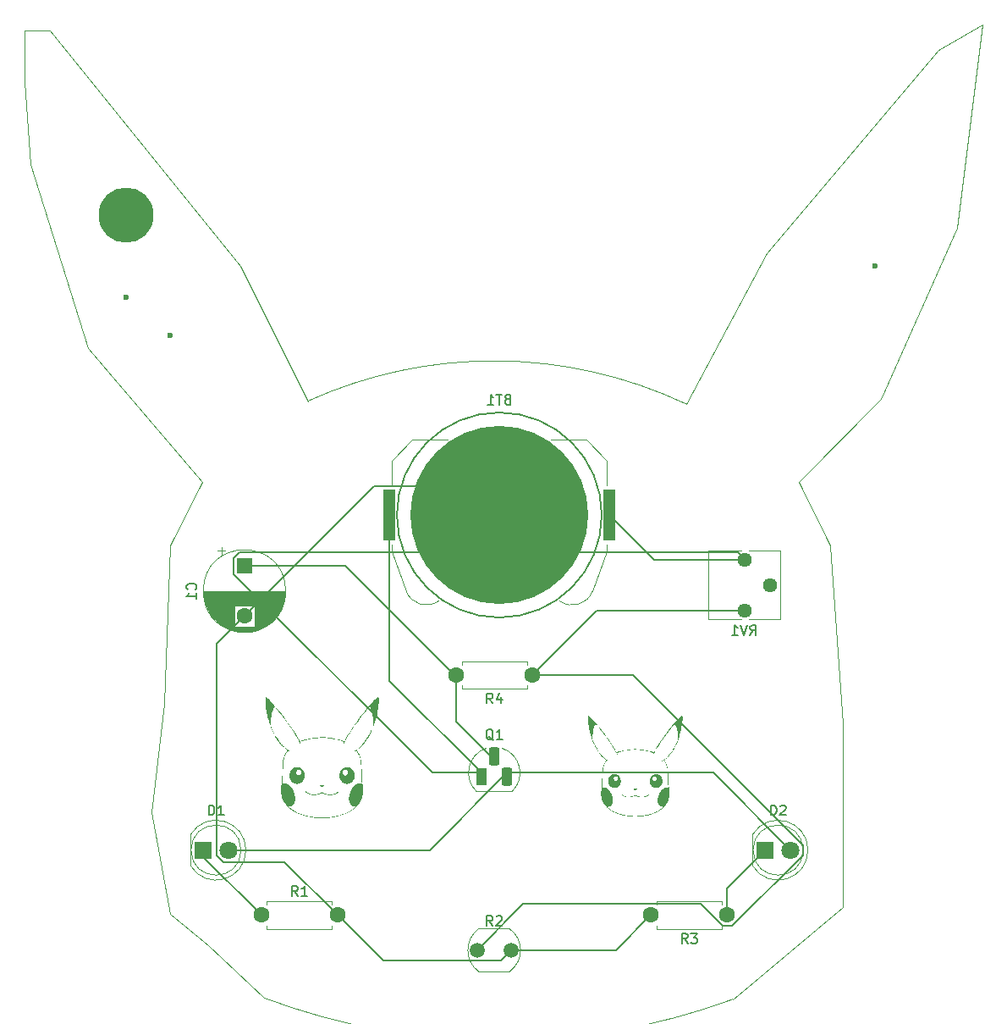
<source format=gbr>
%TF.GenerationSoftware,KiCad,Pcbnew,9.0.2*%
%TF.CreationDate,2025-06-25T16:59:09+03:00*%
%TF.ProjectId,PikaGlow,50696b61-476c-46f7-972e-6b696361645f,rev?*%
%TF.SameCoordinates,Original*%
%TF.FileFunction,Profile,NP*%
%FSLAX46Y46*%
G04 Gerber Fmt 4.6, Leading zero omitted, Abs format (unit mm)*
G04 Created by KiCad (PCBNEW 9.0.2) date 2025-06-25 16:59:09*
%MOMM*%
%LPD*%
G01*
G04 APERTURE LIST*
G04 Aperture macros list*
%AMRoundRect*
0 Rectangle with rounded corners*
0 $1 Rounding radius*
0 $2 $3 $4 $5 $6 $7 $8 $9 X,Y pos of 4 corners*
0 Add a 4 corners polygon primitive as box body*
4,1,4,$2,$3,$4,$5,$6,$7,$8,$9,$2,$3,0*
0 Add four circle primitives for the rounded corners*
1,1,$1+$1,$2,$3*
1,1,$1+$1,$4,$5*
1,1,$1+$1,$6,$7*
1,1,$1+$1,$8,$9*
0 Add four rect primitives between the rounded corners*
20,1,$1+$1,$2,$3,$4,$5,0*
20,1,$1+$1,$4,$5,$6,$7,0*
20,1,$1+$1,$6,$7,$8,$9,0*
20,1,$1+$1,$8,$9,$2,$3,0*%
G04 Aperture macros list end*
%TA.AperFunction,Profile*%
%ADD10C,0.050000*%
%TD*%
%TA.AperFunction,ComponentPad*%
%ADD11C,1.600000*%
%TD*%
%TA.AperFunction,ComponentPad*%
%ADD12RoundRect,0.275000X-0.275000X-0.625000X0.275000X-0.625000X0.275000X0.625000X-0.275000X0.625000X0*%
%TD*%
%TA.AperFunction,ComponentPad*%
%ADD13R,1.100000X1.800000*%
%TD*%
%TA.AperFunction,ComponentPad*%
%ADD14C,1.500000*%
%TD*%
%TA.AperFunction,ComponentPad*%
%ADD15RoundRect,0.250000X-0.550000X0.550000X-0.550000X-0.550000X0.550000X-0.550000X0.550000X0.550000X0*%
%TD*%
%TA.AperFunction,ComponentPad*%
%ADD16C,1.440000*%
%TD*%
%TA.AperFunction,ComponentPad*%
%ADD17R,1.800000X1.800000*%
%TD*%
%TA.AperFunction,ComponentPad*%
%ADD18C,1.800000*%
%TD*%
%TA.AperFunction,SMDPad,CuDef*%
%ADD19R,1.270000X5.080000*%
%TD*%
%TA.AperFunction,SMDPad,CuDef*%
%ADD20C,17.800000*%
%TD*%
%TA.AperFunction,ViaPad*%
%ADD21C,5.500000*%
%TD*%
%TA.AperFunction,ViaPad*%
%ADD22C,0.600000*%
%TD*%
%TA.AperFunction,Conductor*%
%ADD23C,0.200000*%
%TD*%
%ADD24C,1.600000*%
%ADD25RoundRect,0.275000X-0.275000X-0.625000X0.275000X-0.625000X0.275000X0.625000X-0.275000X0.625000X0*%
%ADD26R,1.100000X1.800000*%
%ADD27C,1.500000*%
%ADD28RoundRect,0.250000X-0.550000X0.550000X-0.550000X-0.550000X0.550000X-0.550000X0.550000X0.550000X0*%
%ADD29C,1.440000*%
%ADD30R,1.800000X1.800000*%
%ADD31C,1.800000*%
%ADD32R,1.270000X5.080000*%
%ADD33C,17.800000*%
%ADD34C,0.000000*%
%ADD35C,0.150000*%
%ADD36C,0.120000*%
G04 APERTURE END LIST*
D10*
X93345000Y-74930000D02*
X90805000Y-74930000D01*
X90805000Y-80010000D02*
X91440000Y-88265000D01*
X90805000Y-74930000D02*
X90805000Y-80010000D01*
X104775000Y-142240000D02*
X103505000Y-153035000D01*
X108585000Y-120015000D02*
X105410000Y-126365000D01*
X105410000Y-126365000D02*
X104775000Y-142240000D01*
X97155000Y-106680000D02*
X108585000Y-120015000D01*
X91440000Y-88265000D02*
X97155000Y-106680000D01*
X119179672Y-111952891D02*
G75*
G02*
X157027737Y-112238285I18615328J-41082109D01*
G01*
X168275000Y-120015000D02*
X176530000Y-111760000D01*
X182245000Y-76835000D02*
X165100000Y-97155000D01*
X165100000Y-97155000D02*
X157027737Y-112238286D01*
X186690000Y-74295000D02*
X182245000Y-76835000D01*
X184150000Y-94615000D02*
X186690000Y-74295000D01*
X176530000Y-111760000D02*
X184150000Y-94615000D01*
X172720000Y-144145000D02*
X171450000Y-126365000D01*
X171450000Y-126365000D02*
X168275000Y-120015000D01*
X172720000Y-144145000D02*
X172720000Y-162560000D01*
X161672843Y-171757840D02*
X172720000Y-162560000D01*
X161672843Y-171757840D02*
G75*
G02*
X114794818Y-171612124I-23242873J63172780D01*
G01*
X109220000Y-166370000D02*
X114794818Y-171612124D01*
X105410000Y-163195000D02*
X109220000Y-166370000D01*
X103505000Y-153035000D02*
X105410000Y-163195000D01*
X119179672Y-111952891D02*
X112395000Y-98425000D01*
X112395000Y-98425000D02*
X93345000Y-74930000D01*
D11*
%TO.P,R1,2*%
%TO.N,Net-(BT1--)*%
X122151000Y-163341000D03*
%TO.P,R1,1*%
%TO.N,Net-(D1-K)*%
X114531000Y-163341000D03*
%TD*%
%TO.P,R3,2*%
%TO.N,Net-(BT1--)*%
X153531000Y-163341000D03*
%TO.P,R3,1*%
%TO.N,Net-(D2-K)*%
X161151000Y-163341000D03*
%TD*%
D12*
%TO.P,Q1,3,E*%
%TO.N,Net-(D1-A)*%
X139111000Y-149511000D03*
%TO.P,Q1,2,B*%
%TO.N,Net-(Q1-B)*%
X137841000Y-147441000D03*
D13*
%TO.P,Q1,1,C*%
%TO.N,Net-(BT1-+)*%
X136571000Y-149511000D03*
%TD*%
D14*
%TO.P,R2,2*%
%TO.N,Net-(BT1--)*%
X139541000Y-166841000D03*
%TO.P,R2,1*%
%TO.N,Net-(R2-Pad1)*%
X136141000Y-166841000D03*
%TD*%
D11*
%TO.P,C1,2*%
%TO.N,Net-(BT1--)*%
X112841000Y-133438349D03*
D15*
%TO.P,C1,1*%
%TO.N,Net-(Q1-B)*%
X112841000Y-128438349D03*
%TD*%
D16*
%TO.P,RV1,3,3*%
%TO.N,Net-(R2-Pad1)*%
X162901000Y-132881000D03*
%TO.P,RV1,2,2*%
%TO.N,unconnected-(RV1-Pad2)*%
X165441000Y-130341000D03*
%TO.P,RV1,1,1*%
%TO.N,Net-(BT1-+)*%
X162901000Y-127801000D03*
%TD*%
D11*
%TO.P,R4,2*%
%TO.N,Net-(Q1-B)*%
X134031000Y-139341000D03*
%TO.P,R4,1*%
%TO.N,Net-(R2-Pad1)*%
X141651000Y-139341000D03*
%TD*%
D17*
%TO.P,D1,1,K*%
%TO.N,Net-(D1-K)*%
X108725000Y-156841000D03*
D18*
%TO.P,D1,2,A*%
%TO.N,Net-(D1-A)*%
X111265000Y-156841000D03*
%TD*%
D17*
%TO.P,D2,1,K*%
%TO.N,Net-(D2-K)*%
X164960000Y-156841000D03*
D18*
%TO.P,D2,2,A*%
%TO.N,Net-(D1-A)*%
X167500000Y-156841000D03*
%TD*%
D19*
%TO.P,BT1,1,+*%
%TO.N,Net-(BT1-+)*%
X149326000Y-123341000D03*
X127356000Y-123341000D03*
D20*
%TO.P,BT1,2,-*%
%TO.N,Net-(BT1--)*%
X138341000Y-123341000D03*
%TD*%
D21*
%TO.N,*%
X100965000Y-93345000D03*
D22*
X175895000Y-98425000D03*
X100965000Y-101600000D03*
X105410000Y-105410000D03*
%TD*%
D23*
%TO.N,Net-(BT1--)*%
X125779349Y-120500000D02*
X112841000Y-133438349D01*
X135500000Y-120500000D02*
X125779349Y-120500000D01*
X138341000Y-123341000D02*
X135500000Y-120500000D01*
%TO.N,Net-(BT1-+)*%
X127356000Y-123341000D02*
X127356000Y-139896000D01*
X127356000Y-139896000D02*
X136571000Y-149111000D01*
X153786000Y-127801000D02*
X149326000Y-123341000D01*
X162901000Y-127801000D02*
X153786000Y-127801000D01*
%TD*%
D24*
%TO.C,R1*%
X122151000Y-163341000D03*
X114531000Y-163341000D03*
%TD*%
%TO.C,R3*%
X153531000Y-163341000D03*
X161151000Y-163341000D03*
%TD*%
D25*
%TO.C,Q1*%
X139111000Y-149511000D03*
X137841000Y-147441000D03*
D26*
X136571000Y-149511000D03*
%TD*%
D27*
%TO.C,R2*%
X139541000Y-166841000D03*
X136141000Y-166841000D03*
%TD*%
D24*
%TO.C,C1*%
X112841000Y-133438349D03*
D28*
X112841000Y-128438349D03*
%TD*%
D29*
%TO.C,RV1*%
X162901000Y-132881000D03*
X165441000Y-130341000D03*
X162901000Y-127801000D03*
%TD*%
D24*
%TO.C,R4*%
X134031000Y-139341000D03*
X141651000Y-139341000D03*
%TD*%
D30*
%TO.C,D1*%
X108725000Y-156841000D03*
D31*
X111265000Y-156841000D03*
%TD*%
D30*
%TO.C,D2*%
X164960000Y-156841000D03*
D31*
X167500000Y-156841000D03*
%TD*%
D32*
%TO.C,BT1*%
X149326000Y-123341000D03*
X127356000Y-123341000D03*
D33*
X138341000Y-123341000D03*
%TD*%
D34*
G36*
X150574572Y-151255953D02*
G01*
X150575770Y-151256106D01*
X150576987Y-151256339D01*
X150578225Y-151256654D01*
X150579488Y-151257053D01*
X150580781Y-151257535D01*
X150582107Y-151258104D01*
X150584876Y-151259504D01*
X150587826Y-151261262D01*
X150590989Y-151263390D01*
X150594397Y-151265898D01*
X150598082Y-151268796D01*
X150602076Y-151272095D01*
X150606409Y-151275805D01*
X150629732Y-151295326D01*
X150653344Y-151313851D01*
X150677358Y-151331453D01*
X150701891Y-151348202D01*
X150727056Y-151364169D01*
X150752968Y-151379426D01*
X150779742Y-151394045D01*
X150807493Y-151408096D01*
X150832484Y-151419954D01*
X150857479Y-151431029D01*
X150882520Y-151441328D01*
X150907646Y-151450864D01*
X150932899Y-151459644D01*
X150958321Y-151467679D01*
X150983952Y-151474978D01*
X151009833Y-151481551D01*
X151036006Y-151487409D01*
X151062511Y-151492559D01*
X151089390Y-151497013D01*
X151116683Y-151500779D01*
X151144433Y-151503868D01*
X151172679Y-151506290D01*
X151201463Y-151508053D01*
X151230826Y-151509168D01*
X151272791Y-151509507D01*
X151315174Y-151508261D01*
X151357872Y-151505456D01*
X151400783Y-151501119D01*
X151443805Y-151495276D01*
X151486833Y-151487955D01*
X151529767Y-151479182D01*
X151572502Y-151468984D01*
X151614937Y-151457388D01*
X151656968Y-151444420D01*
X151698493Y-151430107D01*
X151739409Y-151414476D01*
X151779613Y-151397553D01*
X151819004Y-151379366D01*
X151857477Y-151359941D01*
X151894930Y-151339305D01*
X151904362Y-151333876D01*
X151908400Y-151331603D01*
X151912041Y-151329602D01*
X151915328Y-151327858D01*
X151918301Y-151326352D01*
X151921002Y-151325069D01*
X151923472Y-151323992D01*
X151925753Y-151323104D01*
X151927887Y-151322389D01*
X151929914Y-151321829D01*
X151931877Y-151321408D01*
X151933816Y-151321110D01*
X151935773Y-151320918D01*
X151937791Y-151320815D01*
X151939909Y-151320784D01*
X151942028Y-151320815D01*
X151944045Y-151320918D01*
X151946002Y-151321110D01*
X151947942Y-151321408D01*
X151949904Y-151321829D01*
X151951932Y-151322389D01*
X151954065Y-151323104D01*
X151956346Y-151323992D01*
X151958817Y-151325069D01*
X151961518Y-151326352D01*
X151964491Y-151327858D01*
X151967777Y-151329602D01*
X151975457Y-151333876D01*
X151984888Y-151339305D01*
X152011366Y-151354026D01*
X152038570Y-151368212D01*
X152066439Y-151381843D01*
X152094909Y-151394896D01*
X152123922Y-151407354D01*
X152153413Y-151419193D01*
X152183322Y-151430395D01*
X152213588Y-151440938D01*
X152244148Y-151450802D01*
X152274940Y-151459967D01*
X152305905Y-151468412D01*
X152336978Y-151476115D01*
X152368100Y-151483058D01*
X152399209Y-151489219D01*
X152430242Y-151494578D01*
X152461138Y-151499113D01*
X152496488Y-151503253D01*
X152531766Y-151506349D01*
X152566935Y-151508405D01*
X152601954Y-151509424D01*
X152636785Y-151509411D01*
X152671386Y-151508369D01*
X152705719Y-151506302D01*
X152739745Y-151503215D01*
X152773423Y-151499110D01*
X152806714Y-151493992D01*
X152839579Y-151487865D01*
X152871978Y-151480733D01*
X152903872Y-151472599D01*
X152935221Y-151463468D01*
X152965985Y-151453343D01*
X152996126Y-151442228D01*
X153014821Y-151434719D01*
X153033395Y-151426782D01*
X153051839Y-151418423D01*
X153070143Y-151409647D01*
X153088298Y-151400460D01*
X153106296Y-151390868D01*
X153124126Y-151380877D01*
X153141779Y-151370493D01*
X153159246Y-151359721D01*
X153176518Y-151348567D01*
X153193585Y-151337037D01*
X153210438Y-151325138D01*
X153227068Y-151312873D01*
X153243466Y-151300251D01*
X153259621Y-151287275D01*
X153275526Y-151273953D01*
X153277372Y-151272379D01*
X153279231Y-151270838D01*
X153281090Y-151269337D01*
X153282938Y-151267884D01*
X153284763Y-151266487D01*
X153286553Y-151265153D01*
X153288296Y-151263891D01*
X153289979Y-151262708D01*
X153291591Y-151261612D01*
X153293119Y-151260610D01*
X153294552Y-151259711D01*
X153295878Y-151258921D01*
X153297085Y-151258250D01*
X153298160Y-151257704D01*
X153299091Y-151257291D01*
X153299867Y-151257019D01*
X153301895Y-151256610D01*
X153303907Y-151256369D01*
X153305897Y-151256291D01*
X153307862Y-151256368D01*
X153309795Y-151256596D01*
X153311691Y-151256966D01*
X153313546Y-151257473D01*
X153315354Y-151258111D01*
X153317110Y-151258873D01*
X153318809Y-151259752D01*
X153320445Y-151260742D01*
X153322015Y-151261838D01*
X153323512Y-151263032D01*
X153324931Y-151264318D01*
X153326268Y-151265689D01*
X153327516Y-151267140D01*
X153328672Y-151268664D01*
X153329729Y-151270254D01*
X153330684Y-151271904D01*
X153331530Y-151273608D01*
X153332262Y-151275359D01*
X153332875Y-151277151D01*
X153333365Y-151278978D01*
X153333726Y-151280832D01*
X153333953Y-151282709D01*
X153334040Y-151284600D01*
X153333983Y-151286501D01*
X153333777Y-151288404D01*
X153333416Y-151290303D01*
X153332895Y-151292192D01*
X153332209Y-151294065D01*
X153331353Y-151295914D01*
X153329437Y-151298862D01*
X153326332Y-151302595D01*
X153322133Y-151307035D01*
X153316933Y-151312107D01*
X153303913Y-151323832D01*
X153288028Y-151337155D01*
X153270034Y-151351458D01*
X153250688Y-151366123D01*
X153230747Y-151380534D01*
X153210968Y-151394074D01*
X153183115Y-151411943D01*
X153154823Y-151428838D01*
X153126093Y-151444759D01*
X153096924Y-151459707D01*
X153067318Y-151473681D01*
X153037276Y-151486682D01*
X153006798Y-151498709D01*
X152975885Y-151509763D01*
X152944539Y-151519843D01*
X152912759Y-151528949D01*
X152880546Y-151537082D01*
X152847902Y-151544241D01*
X152814826Y-151550427D01*
X152781321Y-151555639D01*
X152747385Y-151559878D01*
X152713022Y-151563143D01*
X152690300Y-151564350D01*
X152661920Y-151565015D01*
X152629813Y-151565166D01*
X152595911Y-151564829D01*
X152562145Y-151564034D01*
X152530447Y-151562808D01*
X152502749Y-151561178D01*
X152480982Y-151559174D01*
X152447098Y-151554669D01*
X152413422Y-151549394D01*
X152379970Y-151543354D01*
X152346756Y-151536552D01*
X152313796Y-151528993D01*
X152281106Y-151520683D01*
X152248701Y-151511625D01*
X152216597Y-151501825D01*
X152184810Y-151491287D01*
X152153354Y-151480015D01*
X152122245Y-151468015D01*
X152091499Y-151455291D01*
X152061131Y-151441848D01*
X152031157Y-151427690D01*
X152001593Y-151412822D01*
X151972453Y-151397248D01*
X151940174Y-151379522D01*
X151917684Y-151391956D01*
X151887193Y-151408284D01*
X151856442Y-151423830D01*
X151825431Y-151438594D01*
X151794161Y-151452575D01*
X151762632Y-151465774D01*
X151730844Y-151478189D01*
X151698799Y-151489820D01*
X151666495Y-151500668D01*
X151633935Y-151510731D01*
X151601117Y-151520009D01*
X151568043Y-151528501D01*
X151534712Y-151536209D01*
X151501126Y-151543130D01*
X151467284Y-151549265D01*
X151433188Y-151554613D01*
X151398836Y-151559174D01*
X151377070Y-151561178D01*
X151349372Y-151562808D01*
X151317674Y-151564034D01*
X151283908Y-151564829D01*
X151250006Y-151565166D01*
X151217899Y-151565015D01*
X151189518Y-151564350D01*
X151166797Y-151563143D01*
X151132433Y-151559878D01*
X151098498Y-151555639D01*
X151064992Y-151550427D01*
X151031917Y-151544241D01*
X150999273Y-151537082D01*
X150967060Y-151528949D01*
X150935280Y-151519843D01*
X150903933Y-151509763D01*
X150873020Y-151498709D01*
X150842543Y-151486682D01*
X150812500Y-151473681D01*
X150782895Y-151459707D01*
X150753726Y-151444759D01*
X150724995Y-151428838D01*
X150696703Y-151411943D01*
X150668851Y-151394074D01*
X150658941Y-151387408D01*
X150648919Y-151380458D01*
X150638876Y-151373299D01*
X150628903Y-151366008D01*
X150619093Y-151358659D01*
X150609538Y-151351328D01*
X150600330Y-151344091D01*
X150591560Y-151337023D01*
X150583320Y-151330200D01*
X150575702Y-151323698D01*
X150568798Y-151317592D01*
X150562699Y-151311958D01*
X150557499Y-151306870D01*
X150553288Y-151302406D01*
X150550158Y-151298640D01*
X150549027Y-151297043D01*
X150548201Y-151295648D01*
X150547689Y-151294563D01*
X150547245Y-151293442D01*
X150546866Y-151292289D01*
X150546553Y-151291107D01*
X150546304Y-151289900D01*
X150546118Y-151288671D01*
X150545994Y-151287424D01*
X150545931Y-151286161D01*
X150545929Y-151284885D01*
X150545985Y-151283602D01*
X150546099Y-151282312D01*
X150546271Y-151281021D01*
X150546498Y-151279732D01*
X150546781Y-151278447D01*
X150547117Y-151277170D01*
X150547506Y-151275904D01*
X150547948Y-151274653D01*
X150548440Y-151273420D01*
X150548982Y-151272209D01*
X150549573Y-151271022D01*
X150550212Y-151269864D01*
X150550898Y-151268736D01*
X150551629Y-151267644D01*
X150552405Y-151266590D01*
X150553225Y-151265577D01*
X150554088Y-151264609D01*
X150554993Y-151263690D01*
X150555938Y-151262821D01*
X150556924Y-151262008D01*
X150557947Y-151261253D01*
X150559009Y-151260559D01*
X150560107Y-151259930D01*
X150562674Y-151258571D01*
X150565135Y-151257476D01*
X150567524Y-151256656D01*
X150568701Y-151256353D01*
X150569872Y-151256122D01*
X150571040Y-151255966D01*
X150572211Y-151255885D01*
X150573386Y-151255880D01*
X150574572Y-151255953D01*
G37*
G36*
X151950493Y-150706951D02*
G01*
X151973910Y-150707169D01*
X151992875Y-150707459D01*
X152008145Y-150707867D01*
X152014630Y-150708130D01*
X152020475Y-150708439D01*
X152025774Y-150708801D01*
X152030622Y-150709222D01*
X152035114Y-150709707D01*
X152039343Y-150710262D01*
X152043405Y-150710893D01*
X152047394Y-150711606D01*
X152055533Y-150713301D01*
X152062109Y-150714792D01*
X152068343Y-150716289D01*
X152074235Y-150717792D01*
X152079783Y-150719299D01*
X152084987Y-150720812D01*
X152089846Y-150722328D01*
X152094360Y-150723849D01*
X152098527Y-150725372D01*
X152102347Y-150726899D01*
X152105818Y-150728429D01*
X152108941Y-150729961D01*
X152111715Y-150731495D01*
X152114138Y-150733031D01*
X152116210Y-150734567D01*
X152117114Y-150735336D01*
X152117929Y-150736105D01*
X152118657Y-150736874D01*
X152119297Y-150737643D01*
X152120332Y-150739244D01*
X152121254Y-150740963D01*
X152122062Y-150742790D01*
X152122753Y-150744712D01*
X152123326Y-150746717D01*
X152123780Y-150748795D01*
X152124113Y-150750933D01*
X152124324Y-150753120D01*
X152124410Y-150755345D01*
X152124371Y-150757594D01*
X152124205Y-150759858D01*
X152123910Y-150762124D01*
X152123485Y-150764381D01*
X152122929Y-150766617D01*
X152122238Y-150768821D01*
X152121413Y-150770980D01*
X152119330Y-150774471D01*
X152115674Y-150778906D01*
X152110615Y-150784156D01*
X152104323Y-150790092D01*
X152096967Y-150796584D01*
X152088718Y-150803504D01*
X152070216Y-150818109D01*
X152050177Y-150832876D01*
X152029958Y-150846771D01*
X152020206Y-150853069D01*
X152010918Y-150858762D01*
X152002264Y-150863722D01*
X151994413Y-150867818D01*
X151971659Y-150878930D01*
X151939909Y-150878930D01*
X151908159Y-150878930D01*
X151885405Y-150867818D01*
X151877555Y-150863722D01*
X151868901Y-150858762D01*
X151859612Y-150853069D01*
X151849860Y-150846771D01*
X151839813Y-150839997D01*
X151829641Y-150832876D01*
X151819514Y-150825537D01*
X151809602Y-150818109D01*
X151800074Y-150810722D01*
X151791101Y-150803504D01*
X151782851Y-150796584D01*
X151775495Y-150790092D01*
X151769203Y-150784156D01*
X151764144Y-150778906D01*
X151760488Y-150774471D01*
X151759239Y-150772599D01*
X151758405Y-150770980D01*
X151757727Y-150769246D01*
X151757130Y-150767519D01*
X151756614Y-150765800D01*
X151756178Y-150764091D01*
X151755822Y-150762394D01*
X151755545Y-150760710D01*
X151755347Y-150759042D01*
X151755226Y-150757391D01*
X151755182Y-150755759D01*
X151755215Y-150754148D01*
X151755324Y-150752559D01*
X151755507Y-150750995D01*
X151755766Y-150749457D01*
X151756098Y-150747947D01*
X151756504Y-150746467D01*
X151756983Y-150745018D01*
X151757533Y-150743602D01*
X151758156Y-150742222D01*
X151758849Y-150740878D01*
X151759612Y-150739574D01*
X151760444Y-150738309D01*
X151761346Y-150737087D01*
X151762316Y-150735909D01*
X151763354Y-150734777D01*
X151764458Y-150733693D01*
X151765629Y-150732658D01*
X151766866Y-150731675D01*
X151768168Y-150730744D01*
X151769535Y-150729868D01*
X151770965Y-150729049D01*
X151772459Y-150728288D01*
X151774016Y-150727588D01*
X151780549Y-150725142D01*
X151789072Y-150722453D01*
X151799047Y-150719654D01*
X151809933Y-150716873D01*
X151821191Y-150714240D01*
X151832282Y-150711887D01*
X151842666Y-150709943D01*
X151851803Y-150708538D01*
X151857292Y-150708069D01*
X151865549Y-150707658D01*
X151888745Y-150707050D01*
X151918143Y-150706790D01*
X151950493Y-150706951D01*
G37*
G36*
X154038518Y-149225549D02*
G01*
X154058191Y-149226338D01*
X154076990Y-149227500D01*
X154093966Y-149229009D01*
X154108170Y-149230841D01*
X154130690Y-149234647D01*
X154152996Y-149239311D01*
X154175072Y-149244826D01*
X154196904Y-149251180D01*
X154218475Y-149258366D01*
X154239771Y-149266373D01*
X154260775Y-149275193D01*
X154281472Y-149284816D01*
X154317813Y-149304040D01*
X154352771Y-149325624D01*
X154386269Y-149349461D01*
X154418232Y-149375443D01*
X154448585Y-149403462D01*
X154477250Y-149433411D01*
X154504154Y-149465181D01*
X154529221Y-149498665D01*
X154552374Y-149533755D01*
X154573539Y-149570343D01*
X154592640Y-149608322D01*
X154609600Y-149647584D01*
X154624346Y-149688021D01*
X154636800Y-149729525D01*
X154646888Y-149771989D01*
X154654534Y-149815305D01*
X154659705Y-149858807D01*
X154662441Y-149902226D01*
X154662775Y-149945456D01*
X154660739Y-149988388D01*
X154656368Y-150030916D01*
X154649693Y-150072931D01*
X154640747Y-150114327D01*
X154629564Y-150154997D01*
X154616177Y-150194832D01*
X154600618Y-150233726D01*
X154582920Y-150271572D01*
X154563116Y-150308261D01*
X154541240Y-150343687D01*
X154517324Y-150377741D01*
X154491402Y-150410318D01*
X154463505Y-150441309D01*
X154446489Y-150458373D01*
X154428992Y-150474729D01*
X154411035Y-150490365D01*
X154392638Y-150505268D01*
X154373822Y-150519426D01*
X154354609Y-150532825D01*
X154335019Y-150545452D01*
X154315074Y-150557296D01*
X154294793Y-150568343D01*
X154274199Y-150578580D01*
X154253311Y-150587995D01*
X154232152Y-150596574D01*
X154210741Y-150604306D01*
X154189100Y-150611177D01*
X154167250Y-150617174D01*
X154145211Y-150622284D01*
X154129978Y-150625248D01*
X154114378Y-150627791D01*
X154098468Y-150629913D01*
X154082302Y-150631615D01*
X154065937Y-150632896D01*
X154049426Y-150633758D01*
X154032827Y-150634200D01*
X154016194Y-150634223D01*
X153999582Y-150633828D01*
X153983048Y-150633015D01*
X153966646Y-150631783D01*
X153950432Y-150630135D01*
X153934462Y-150628069D01*
X153918790Y-150625587D01*
X153903473Y-150622688D01*
X153888565Y-150619373D01*
X153867714Y-150614015D01*
X153847044Y-150607868D01*
X153826576Y-150600947D01*
X153806329Y-150593262D01*
X153786325Y-150584828D01*
X153766582Y-150575655D01*
X153747121Y-150565757D01*
X153727963Y-150555146D01*
X153709127Y-150543834D01*
X153690634Y-150531834D01*
X153672504Y-150519158D01*
X153654756Y-150505818D01*
X153637412Y-150491827D01*
X153620491Y-150477197D01*
X153604013Y-150461941D01*
X153587999Y-150446071D01*
X153568839Y-150425574D01*
X153559747Y-150415316D01*
X153550957Y-150405020D01*
X153542453Y-150394658D01*
X153534216Y-150384206D01*
X153526231Y-150373637D01*
X153518480Y-150362926D01*
X153510946Y-150352048D01*
X153503611Y-150340977D01*
X153496460Y-150329688D01*
X153489475Y-150318154D01*
X153482638Y-150306350D01*
X153475933Y-150294251D01*
X153469343Y-150281832D01*
X153462851Y-150269065D01*
X153449088Y-150240062D01*
X153436885Y-150211518D01*
X153431328Y-150197291D01*
X153426114Y-150183024D01*
X153421226Y-150168667D01*
X153416648Y-150154170D01*
X153412365Y-150139480D01*
X153408361Y-150124547D01*
X153401124Y-150093746D01*
X153394812Y-150061357D01*
X153389297Y-150026972D01*
X153387438Y-150009347D01*
X153386039Y-149987226D01*
X153385111Y-149962092D01*
X153384666Y-149935426D01*
X153384718Y-149908710D01*
X153385278Y-149883427D01*
X153386359Y-149861058D01*
X153387974Y-149843086D01*
X153390189Y-149827085D01*
X153392993Y-149809782D01*
X153396280Y-149791685D01*
X153399946Y-149773303D01*
X153403885Y-149755144D01*
X153407991Y-149737716D01*
X153412159Y-149721529D01*
X153416284Y-149707091D01*
X153422240Y-149689628D01*
X153657849Y-149689628D01*
X153658109Y-149702352D01*
X153658890Y-149714827D01*
X153660191Y-149727051D01*
X153662012Y-149739022D01*
X153664352Y-149750739D01*
X153667211Y-149762200D01*
X153670589Y-149773404D01*
X153674484Y-149784348D01*
X153678898Y-149795033D01*
X153683829Y-149805455D01*
X153689277Y-149815614D01*
X153695242Y-149825508D01*
X153701723Y-149835135D01*
X153708720Y-149844493D01*
X153716232Y-149853583D01*
X153724260Y-149862400D01*
X153732743Y-149870916D01*
X153741510Y-149878897D01*
X153750543Y-149886333D01*
X153759821Y-149893216D01*
X153769326Y-149899539D01*
X153779037Y-149905291D01*
X153788937Y-149910465D01*
X153799004Y-149915053D01*
X153809220Y-149919045D01*
X153819566Y-149922433D01*
X153830022Y-149925209D01*
X153840568Y-149927364D01*
X153851186Y-149928890D01*
X153861856Y-149929778D01*
X153872558Y-149930019D01*
X153883273Y-149929605D01*
X153888763Y-149929170D01*
X153894039Y-149928652D01*
X153899130Y-149928043D01*
X153904064Y-149927335D01*
X153908869Y-149926521D01*
X153913574Y-149925591D01*
X153918207Y-149924538D01*
X153922796Y-149923354D01*
X153927369Y-149922030D01*
X153931955Y-149920559D01*
X153936583Y-149918932D01*
X153941279Y-149917141D01*
X153946074Y-149915177D01*
X153950994Y-149913034D01*
X153956069Y-149910702D01*
X153961326Y-149908174D01*
X153974065Y-149901337D01*
X153986272Y-149893649D01*
X153997922Y-149885147D01*
X154008992Y-149875866D01*
X154019457Y-149865842D01*
X154029294Y-149855112D01*
X154038477Y-149843711D01*
X154046985Y-149831676D01*
X154054791Y-149819043D01*
X154061873Y-149805847D01*
X154068205Y-149792124D01*
X154073765Y-149777912D01*
X154078529Y-149763245D01*
X154082471Y-149748160D01*
X154085568Y-149732693D01*
X154087797Y-149716880D01*
X154088994Y-149701507D01*
X154089227Y-149686089D01*
X154088518Y-149670682D01*
X154086887Y-149655347D01*
X154084357Y-149640143D01*
X154080950Y-149625127D01*
X154076688Y-149610360D01*
X154071591Y-149595899D01*
X154065682Y-149581804D01*
X154058982Y-149568134D01*
X154051513Y-149554948D01*
X154043297Y-149542304D01*
X154034355Y-149530262D01*
X154024710Y-149518881D01*
X154014383Y-149508218D01*
X154003395Y-149498334D01*
X153999430Y-149495088D01*
X153995107Y-149491815D01*
X153990469Y-149488535D01*
X153985560Y-149485270D01*
X153980425Y-149482043D01*
X153975108Y-149478875D01*
X153969653Y-149475787D01*
X153964104Y-149472802D01*
X153958505Y-149469940D01*
X153952901Y-149467225D01*
X153947336Y-149464677D01*
X153941854Y-149462318D01*
X153936499Y-149460169D01*
X153931315Y-149458254D01*
X153926347Y-149456592D01*
X153921638Y-149455207D01*
X153917152Y-149454168D01*
X153912268Y-149453238D01*
X153907045Y-149452418D01*
X153901543Y-149451709D01*
X153895822Y-149451116D01*
X153889943Y-149450640D01*
X153877949Y-149450048D01*
X153866042Y-149449952D01*
X153860272Y-149450095D01*
X153854703Y-149450370D01*
X153849396Y-149450778D01*
X153844412Y-149451322D01*
X153839809Y-149452004D01*
X153835649Y-149452826D01*
X153827599Y-149454746D01*
X153819717Y-149456934D01*
X153812000Y-149459392D01*
X153804440Y-149462124D01*
X153797035Y-149465129D01*
X153789777Y-149468411D01*
X153782663Y-149471971D01*
X153775688Y-149475812D01*
X153768845Y-149479934D01*
X153762131Y-149484341D01*
X153755541Y-149489034D01*
X153749068Y-149494014D01*
X153742709Y-149499285D01*
X153736458Y-149504847D01*
X153730310Y-149510703D01*
X153724260Y-149516855D01*
X153716232Y-149525673D01*
X153708720Y-149534762D01*
X153701723Y-149544121D01*
X153695242Y-149553748D01*
X153689277Y-149563642D01*
X153683829Y-149573800D01*
X153678898Y-149584223D01*
X153674484Y-149594907D01*
X153670589Y-149605852D01*
X153667211Y-149617056D01*
X153664352Y-149628517D01*
X153662012Y-149640234D01*
X153660191Y-149652205D01*
X153658890Y-149664429D01*
X153658109Y-149676903D01*
X153657849Y-149689628D01*
X153422240Y-149689628D01*
X153433037Y-149657973D01*
X153452841Y-149610817D01*
X153475551Y-149565746D01*
X153501025Y-149522887D01*
X153529119Y-149482363D01*
X153559689Y-149444302D01*
X153592593Y-149408827D01*
X153627686Y-149376064D01*
X153664826Y-149346137D01*
X153703869Y-149319173D01*
X153744671Y-149295297D01*
X153787089Y-149274633D01*
X153830981Y-149257307D01*
X153876201Y-149243444D01*
X153899265Y-149237850D01*
X153922608Y-149233169D01*
X153946211Y-149229416D01*
X153970057Y-149226607D01*
X153983740Y-149225660D01*
X154000344Y-149225185D01*
X154018919Y-149225156D01*
X154038518Y-149225549D01*
G37*
G36*
X149860000Y-149225000D02*
G01*
X149879268Y-149225747D01*
X149898809Y-149226867D01*
X149917476Y-149228302D01*
X149934121Y-149229998D01*
X149947597Y-149231899D01*
X149972185Y-149236550D01*
X149996338Y-149242069D01*
X150020058Y-149248456D01*
X150043343Y-149255711D01*
X150066194Y-149263835D01*
X150088612Y-149272827D01*
X150110595Y-149282686D01*
X150132144Y-149293415D01*
X150153259Y-149305011D01*
X150173940Y-149317475D01*
X150194186Y-149330808D01*
X150213999Y-149345008D01*
X150233378Y-149360077D01*
X150252323Y-149376014D01*
X150270833Y-149392819D01*
X150288909Y-149410492D01*
X150309356Y-149432102D01*
X150328818Y-149454550D01*
X150347285Y-149477811D01*
X150364746Y-149501860D01*
X150381189Y-149526674D01*
X150396605Y-149552228D01*
X150410982Y-149578497D01*
X150424310Y-149605457D01*
X150436577Y-149633084D01*
X150447773Y-149661353D01*
X150457887Y-149690240D01*
X150466908Y-149719720D01*
X150474825Y-149749769D01*
X150481628Y-149780363D01*
X150487304Y-149811477D01*
X150491845Y-149843086D01*
X150493459Y-149861058D01*
X150494540Y-149883427D01*
X150495100Y-149908710D01*
X150495152Y-149935426D01*
X150494708Y-149962092D01*
X150493780Y-149987226D01*
X150492380Y-150009347D01*
X150490522Y-150026972D01*
X150485007Y-150061357D01*
X150481958Y-150077775D01*
X150478694Y-150093746D01*
X150475200Y-150109319D01*
X150471458Y-150124547D01*
X150467454Y-150139480D01*
X150463171Y-150154170D01*
X150458593Y-150168667D01*
X150453705Y-150183024D01*
X150448491Y-150197291D01*
X150442934Y-150211518D01*
X150437019Y-150225759D01*
X150430731Y-150240062D01*
X150424052Y-150254481D01*
X150416968Y-150269065D01*
X150410475Y-150281832D01*
X150403885Y-150294251D01*
X150397180Y-150306350D01*
X150390344Y-150318154D01*
X150383359Y-150329688D01*
X150376207Y-150340977D01*
X150368873Y-150352048D01*
X150361339Y-150362926D01*
X150353588Y-150373637D01*
X150345602Y-150384206D01*
X150337366Y-150394658D01*
X150328861Y-150405020D01*
X150320071Y-150415316D01*
X150310979Y-150425574D01*
X150301568Y-150435817D01*
X150291820Y-150446071D01*
X150275805Y-150461941D01*
X150259328Y-150477197D01*
X150242407Y-150491827D01*
X150225062Y-150505818D01*
X150207315Y-150519158D01*
X150189184Y-150531834D01*
X150170691Y-150543834D01*
X150151855Y-150555146D01*
X150132697Y-150565757D01*
X150113237Y-150575655D01*
X150093494Y-150584828D01*
X150073489Y-150593262D01*
X150053242Y-150600947D01*
X150032774Y-150607868D01*
X150012104Y-150614015D01*
X149991253Y-150619373D01*
X149976345Y-150622688D01*
X149961028Y-150625587D01*
X149945357Y-150628069D01*
X149929386Y-150630135D01*
X149913172Y-150631783D01*
X149896771Y-150633015D01*
X149880236Y-150633828D01*
X149863625Y-150634223D01*
X149846992Y-150634200D01*
X149830392Y-150633758D01*
X149813882Y-150632896D01*
X149797516Y-150631615D01*
X149781350Y-150629913D01*
X149765440Y-150627791D01*
X149749841Y-150625248D01*
X149734607Y-150622284D01*
X149721203Y-150619274D01*
X149707786Y-150615904D01*
X149694371Y-150612177D01*
X149680971Y-150608100D01*
X149667599Y-150603677D01*
X149654268Y-150598913D01*
X149640991Y-150593814D01*
X149627782Y-150588384D01*
X149614653Y-150582629D01*
X149601618Y-150576553D01*
X149588690Y-150570162D01*
X149575882Y-150563460D01*
X149563208Y-150556453D01*
X149550680Y-150549145D01*
X149538311Y-150541542D01*
X149526116Y-150533649D01*
X149498714Y-150514325D01*
X149472301Y-150493508D01*
X149446923Y-150471265D01*
X149422626Y-150447668D01*
X149399456Y-150422783D01*
X149377460Y-150396680D01*
X149356682Y-150369429D01*
X149337170Y-150341098D01*
X149318970Y-150311756D01*
X149302127Y-150281473D01*
X149286688Y-150250317D01*
X149272699Y-150218356D01*
X149260205Y-150185661D01*
X149249255Y-150152301D01*
X149239892Y-150118343D01*
X149232164Y-150083857D01*
X149226625Y-150052759D01*
X149222350Y-150021698D01*
X149219324Y-149990709D01*
X149217528Y-149959829D01*
X149216948Y-149929092D01*
X149217567Y-149898535D01*
X149219369Y-149868192D01*
X149222337Y-149838101D01*
X149226455Y-149808295D01*
X149231706Y-149778810D01*
X149238075Y-149749683D01*
X149245544Y-149720949D01*
X149253393Y-149694976D01*
X149790860Y-149694976D01*
X149791823Y-149713076D01*
X149794033Y-149731043D01*
X149797483Y-149748805D01*
X149802167Y-149766290D01*
X149808079Y-149783427D01*
X149815212Y-149800143D01*
X149823561Y-149816368D01*
X149833119Y-149832029D01*
X149843880Y-149847055D01*
X149849198Y-149853643D01*
X149854912Y-149860097D01*
X149860988Y-149866395D01*
X149867395Y-149872513D01*
X149874099Y-149878430D01*
X149881069Y-149884122D01*
X149888271Y-149889569D01*
X149895672Y-149894746D01*
X149903242Y-149899632D01*
X149910946Y-149904204D01*
X149918752Y-149908439D01*
X149926629Y-149912316D01*
X149934542Y-149915811D01*
X149942460Y-149918903D01*
X149950350Y-149921568D01*
X149958180Y-149923784D01*
X149971399Y-149926731D01*
X149984643Y-149928732D01*
X149997882Y-149929796D01*
X150011084Y-149929931D01*
X150024220Y-149929148D01*
X150037259Y-149927454D01*
X150050170Y-149924858D01*
X150062922Y-149921370D01*
X150075485Y-149916998D01*
X150087829Y-149911751D01*
X150099922Y-149905639D01*
X150111734Y-149898669D01*
X150123234Y-149890852D01*
X150134392Y-149882195D01*
X150145177Y-149872708D01*
X150155559Y-149862400D01*
X150163587Y-149853583D01*
X150171099Y-149844493D01*
X150178096Y-149835135D01*
X150184577Y-149825508D01*
X150190541Y-149815614D01*
X150195990Y-149805455D01*
X150200921Y-149795033D01*
X150205334Y-149784348D01*
X150209230Y-149773404D01*
X150212608Y-149762200D01*
X150215467Y-149750739D01*
X150217807Y-149739022D01*
X150219628Y-149727051D01*
X150220929Y-149714827D01*
X150221710Y-149702352D01*
X150221970Y-149689628D01*
X150221710Y-149676903D01*
X150220929Y-149664429D01*
X150219628Y-149652205D01*
X150217807Y-149640234D01*
X150215467Y-149628517D01*
X150212608Y-149617056D01*
X150209230Y-149605852D01*
X150205334Y-149594907D01*
X150200921Y-149584223D01*
X150195990Y-149573800D01*
X150190541Y-149563642D01*
X150184577Y-149553748D01*
X150178096Y-149544121D01*
X150171099Y-149534762D01*
X150163587Y-149525673D01*
X150155559Y-149516855D01*
X150149375Y-149510570D01*
X150143121Y-149504609D01*
X150136787Y-149498969D01*
X150130366Y-149493646D01*
X150123849Y-149488637D01*
X150117227Y-149483936D01*
X150110492Y-149479541D01*
X150103635Y-149475448D01*
X150096648Y-149471652D01*
X150089522Y-149468150D01*
X150082249Y-149464938D01*
X150074820Y-149462012D01*
X150067227Y-149459368D01*
X150059461Y-149457003D01*
X150051514Y-149454912D01*
X150043376Y-149453091D01*
X150035178Y-149451574D01*
X150026959Y-149450442D01*
X150018731Y-149449691D01*
X150010502Y-149449316D01*
X150002283Y-149449310D01*
X149994083Y-149449670D01*
X149985912Y-149450391D01*
X149977780Y-149451466D01*
X149969696Y-149452891D01*
X149961671Y-149454661D01*
X149953713Y-149456771D01*
X149945833Y-149459216D01*
X149938041Y-149461990D01*
X149930345Y-149465089D01*
X149922757Y-149468507D01*
X149915285Y-149472240D01*
X149907939Y-149476282D01*
X149900730Y-149480628D01*
X149893666Y-149485273D01*
X149886758Y-149490212D01*
X149880015Y-149495440D01*
X149873447Y-149500952D01*
X149867064Y-149506743D01*
X149860876Y-149512808D01*
X149854891Y-149519141D01*
X149849121Y-149525737D01*
X149843575Y-149532592D01*
X149838262Y-149539701D01*
X149833192Y-149547057D01*
X149828375Y-149554657D01*
X149823821Y-149562495D01*
X149819539Y-149570565D01*
X149811603Y-149587591D01*
X149804958Y-149604985D01*
X149799596Y-149622677D01*
X149795511Y-149640593D01*
X149792698Y-149658663D01*
X149791150Y-149676815D01*
X149790860Y-149694976D01*
X149253393Y-149694976D01*
X149254098Y-149692643D01*
X149263721Y-149664801D01*
X149274395Y-149637458D01*
X149286106Y-149610650D01*
X149298835Y-149584412D01*
X149312567Y-149558781D01*
X149327287Y-149533791D01*
X149342976Y-149509479D01*
X149359619Y-149485879D01*
X149377201Y-149463027D01*
X149395703Y-149440960D01*
X149415111Y-149419711D01*
X149435407Y-149399318D01*
X149456575Y-149379816D01*
X149478600Y-149361239D01*
X149501464Y-149343624D01*
X149525152Y-149327007D01*
X149549647Y-149311422D01*
X149574933Y-149296905D01*
X149600993Y-149283493D01*
X149613201Y-149277706D01*
X149625438Y-149272245D01*
X149637730Y-149267104D01*
X149650106Y-149262272D01*
X149662594Y-149257743D01*
X149675221Y-149253508D01*
X149688015Y-149249560D01*
X149701005Y-149245889D01*
X149714218Y-149242488D01*
X149727683Y-149239348D01*
X149741426Y-149236462D01*
X149755476Y-149233821D01*
X149784609Y-149229243D01*
X149815305Y-149225549D01*
X149826872Y-149224845D01*
X149842152Y-149224681D01*
X149860000Y-149225000D01*
G37*
G36*
X156615231Y-143406356D02*
G01*
X156617533Y-143406520D01*
X156619766Y-143406774D01*
X156621931Y-143407117D01*
X156624030Y-143407552D01*
X156626065Y-143408079D01*
X156628036Y-143408699D01*
X156629945Y-143409413D01*
X156631794Y-143410223D01*
X156633583Y-143411130D01*
X156635315Y-143412134D01*
X156636991Y-143413237D01*
X156638611Y-143414439D01*
X156640179Y-143415742D01*
X156641694Y-143417147D01*
X156643158Y-143418655D01*
X156644573Y-143420267D01*
X156645941Y-143421984D01*
X156647261Y-143423807D01*
X156648537Y-143425737D01*
X156649769Y-143427776D01*
X156652108Y-143432182D01*
X156654289Y-143437033D01*
X156656324Y-143442339D01*
X156658223Y-143448107D01*
X156661947Y-143461381D01*
X156664850Y-143475070D01*
X156667027Y-143490756D01*
X156668575Y-143510020D01*
X156669590Y-143534443D01*
X156670167Y-143565607D01*
X156670395Y-143654482D01*
X156670151Y-143728309D01*
X156669795Y-143757220D01*
X156669237Y-143782541D01*
X156668444Y-143805579D01*
X156667381Y-143827644D01*
X156666014Y-143850044D01*
X156664310Y-143874087D01*
X156642212Y-144117051D01*
X156611355Y-144362263D01*
X156572208Y-144607507D01*
X156525237Y-144850564D01*
X156470912Y-145089219D01*
X156409701Y-145321254D01*
X156342072Y-145544452D01*
X156268492Y-145756597D01*
X156214848Y-145895309D01*
X156156842Y-146034546D01*
X156094972Y-146173292D01*
X156029739Y-146310535D01*
X155961640Y-146445260D01*
X155891176Y-146576454D01*
X155818845Y-146703102D01*
X155745147Y-146824191D01*
X155701396Y-146892377D01*
X155656878Y-146959101D01*
X155611619Y-147024333D01*
X155565648Y-147088042D01*
X155518989Y-147150200D01*
X155471670Y-147210776D01*
X155423718Y-147269741D01*
X155375160Y-147327064D01*
X155326022Y-147382716D01*
X155276330Y-147436667D01*
X155226112Y-147488888D01*
X155175395Y-147539347D01*
X155124205Y-147588016D01*
X155072569Y-147634864D01*
X155020513Y-147679862D01*
X154968065Y-147722980D01*
X154952479Y-147735239D01*
X154934062Y-147749467D01*
X154894478Y-147779502D01*
X154860797Y-147804426D01*
X154849760Y-147812267D01*
X154846320Y-147814559D01*
X154844505Y-147815584D01*
X154844161Y-147815742D01*
X154843825Y-147815916D01*
X154843500Y-147816106D01*
X154843186Y-147816308D01*
X154842887Y-147816520D01*
X154842603Y-147816742D01*
X154842337Y-147816971D01*
X154842091Y-147817205D01*
X154841866Y-147817442D01*
X154841665Y-147817680D01*
X154841490Y-147817917D01*
X154841413Y-147818035D01*
X154841342Y-147818151D01*
X154841279Y-147818267D01*
X154841224Y-147818381D01*
X154841176Y-147818494D01*
X154841137Y-147818605D01*
X154841106Y-147818713D01*
X154841083Y-147818819D01*
X154841070Y-147818923D01*
X154841065Y-147819024D01*
X154841593Y-147820211D01*
X154843107Y-147822869D01*
X154848672Y-147831922D01*
X154856915Y-147844845D01*
X154866994Y-147860299D01*
X154899680Y-147910795D01*
X154930678Y-147960912D01*
X154960003Y-148010690D01*
X154987673Y-148060171D01*
X155013705Y-148109396D01*
X155038114Y-148158406D01*
X155060918Y-148207244D01*
X155082134Y-148255950D01*
X155101777Y-148304566D01*
X155119865Y-148353134D01*
X155136415Y-148401695D01*
X155151442Y-148450291D01*
X155164964Y-148498962D01*
X155176998Y-148547751D01*
X155187559Y-148596699D01*
X155196665Y-148645847D01*
X155207008Y-148715444D01*
X155216402Y-148797164D01*
X155224841Y-148890901D01*
X155232318Y-148996552D01*
X155238828Y-149114009D01*
X155244365Y-149243168D01*
X155252492Y-149536170D01*
X155256594Y-149730594D01*
X155260996Y-149894440D01*
X155266050Y-150033767D01*
X155272105Y-150154633D01*
X155279511Y-150263097D01*
X155288620Y-150365217D01*
X155299782Y-150467051D01*
X155313346Y-150574659D01*
X155321376Y-150636829D01*
X155328271Y-150694147D01*
X155334136Y-150747788D01*
X155339077Y-150798926D01*
X155343200Y-150848738D01*
X155346610Y-150898397D01*
X155349411Y-150949080D01*
X155351711Y-151001961D01*
X155353415Y-151060701D01*
X155354068Y-151118799D01*
X155353680Y-151176175D01*
X155352261Y-151232752D01*
X155349820Y-151288452D01*
X155346367Y-151343196D01*
X155341912Y-151396906D01*
X155336464Y-151449504D01*
X155330034Y-151500911D01*
X155322630Y-151551049D01*
X155314263Y-151599840D01*
X155304942Y-151647206D01*
X155294677Y-151693067D01*
X155283477Y-151737347D01*
X155271353Y-151779966D01*
X155258313Y-151820847D01*
X155247075Y-151852347D01*
X155234529Y-151884483D01*
X155220721Y-151917169D01*
X155205702Y-151950323D01*
X155189521Y-151983860D01*
X155172225Y-152017695D01*
X155153865Y-152051745D01*
X155134488Y-152085926D01*
X155114144Y-152120153D01*
X155092881Y-152154343D01*
X155070749Y-152188411D01*
X155047796Y-152222273D01*
X155024070Y-152255846D01*
X154999622Y-152289044D01*
X154974499Y-152321784D01*
X154948750Y-152353982D01*
X154901175Y-152410184D01*
X154851376Y-152465337D01*
X154799445Y-152519372D01*
X154745472Y-152572218D01*
X154689547Y-152623807D01*
X154631761Y-152674070D01*
X154572203Y-152722936D01*
X154510964Y-152770337D01*
X154448135Y-152816203D01*
X154383806Y-152860465D01*
X154318066Y-152903054D01*
X154251007Y-152943899D01*
X154182719Y-152982933D01*
X154113291Y-153020084D01*
X154042815Y-153055285D01*
X153971380Y-153088465D01*
X153877116Y-153129023D01*
X153779791Y-153167721D01*
X153679591Y-153204517D01*
X153576704Y-153239368D01*
X153471319Y-153272232D01*
X153363622Y-153303066D01*
X153142044Y-153358472D01*
X152913470Y-153405247D01*
X152679403Y-153443048D01*
X152441342Y-153471535D01*
X152200788Y-153490367D01*
X152130642Y-153494013D01*
X152064722Y-153496618D01*
X152001624Y-153498181D01*
X151939942Y-153498701D01*
X151878273Y-153498181D01*
X151815212Y-153496618D01*
X151749354Y-153494013D01*
X151679295Y-153490367D01*
X151558753Y-153482179D01*
X151438654Y-153471535D01*
X151319182Y-153458477D01*
X151200527Y-153443048D01*
X151082875Y-153425290D01*
X150966413Y-153405247D01*
X150851328Y-153382960D01*
X150737808Y-153358472D01*
X150626040Y-153331827D01*
X150516211Y-153303066D01*
X150408508Y-153272232D01*
X150303118Y-153239368D01*
X150200229Y-153204517D01*
X150100028Y-153167721D01*
X150002702Y-153129023D01*
X149908438Y-153088465D01*
X149856490Y-153064551D01*
X149804866Y-153039470D01*
X149753631Y-153013263D01*
X149702849Y-152985972D01*
X149652585Y-152957640D01*
X149602904Y-152928307D01*
X149553869Y-152898017D01*
X149505544Y-152866810D01*
X149457995Y-152834729D01*
X149411285Y-152801816D01*
X149365480Y-152768112D01*
X149320642Y-152733659D01*
X149276837Y-152698499D01*
X149234128Y-152662674D01*
X149192581Y-152626226D01*
X149152260Y-152589196D01*
X149118261Y-152556716D01*
X149085307Y-152524145D01*
X149053374Y-152491456D01*
X149022440Y-152458620D01*
X148992483Y-152425609D01*
X148963480Y-152392394D01*
X148935409Y-152358948D01*
X148908248Y-152325241D01*
X148881972Y-152291247D01*
X148856562Y-152256935D01*
X148831993Y-152222279D01*
X148808243Y-152187249D01*
X148785291Y-152151818D01*
X148763112Y-152115956D01*
X148741686Y-152079637D01*
X148720989Y-152042831D01*
X148702513Y-152008132D01*
X148685162Y-151973507D01*
X148668903Y-151938838D01*
X148653702Y-151904008D01*
X148639523Y-151868899D01*
X148626334Y-151833393D01*
X148614100Y-151797373D01*
X148602786Y-151760720D01*
X148592359Y-151723317D01*
X148582785Y-151685045D01*
X148574030Y-151645787D01*
X148566059Y-151605426D01*
X148558838Y-151563843D01*
X148552333Y-151520921D01*
X148541337Y-151430586D01*
X148532758Y-151332331D01*
X148527479Y-151233558D01*
X148525524Y-151133278D01*
X148526917Y-151030503D01*
X148531683Y-150924242D01*
X148539848Y-150813507D01*
X148551436Y-150697309D01*
X148566472Y-150574659D01*
X148580037Y-150467051D01*
X148591198Y-150365217D01*
X148600307Y-150263097D01*
X148607714Y-150154633D01*
X148613769Y-150033767D01*
X148618822Y-149894440D01*
X148627326Y-149536170D01*
X148630897Y-149383923D01*
X148635454Y-149243168D01*
X148640990Y-149114009D01*
X148647501Y-148996552D01*
X148654978Y-148890901D01*
X148663417Y-148797164D01*
X148672811Y-148715444D01*
X148683153Y-148645847D01*
X148692259Y-148596699D01*
X148702821Y-148547751D01*
X148714854Y-148498962D01*
X148728376Y-148450291D01*
X148743404Y-148401695D01*
X148759953Y-148353134D01*
X148778041Y-148304566D01*
X148797685Y-148255950D01*
X148818900Y-148207244D01*
X148841704Y-148158406D01*
X148866114Y-148109396D01*
X148892145Y-148060171D01*
X148919815Y-148010690D01*
X148949141Y-147960912D01*
X148980138Y-147910795D01*
X149012824Y-147860299D01*
X149018040Y-147852339D01*
X149022903Y-147844845D01*
X149027307Y-147837984D01*
X149031146Y-147831922D01*
X149034316Y-147826828D01*
X149036711Y-147822869D01*
X149038225Y-147820211D01*
X149038619Y-147819423D01*
X149038753Y-147819024D01*
X149038749Y-147818923D01*
X149038735Y-147818819D01*
X149038713Y-147818713D01*
X149038682Y-147818605D01*
X149038643Y-147818494D01*
X149038596Y-147818381D01*
X149038480Y-147818151D01*
X149038337Y-147817917D01*
X149038167Y-147817680D01*
X149037975Y-147817442D01*
X149037761Y-147817205D01*
X149037529Y-147816971D01*
X149037280Y-147816742D01*
X149037018Y-147816520D01*
X149036744Y-147816308D01*
X149036461Y-147816106D01*
X149036170Y-147815916D01*
X149035875Y-147815742D01*
X149035578Y-147815584D01*
X149034010Y-147814716D01*
X149030824Y-147812604D01*
X149020365Y-147805232D01*
X149005738Y-147794637D01*
X148988482Y-147781982D01*
X148908629Y-147720188D01*
X148830013Y-147654576D01*
X148752650Y-147585166D01*
X148676555Y-147511979D01*
X148601744Y-147435036D01*
X148528231Y-147354357D01*
X148456034Y-147269963D01*
X148385166Y-147181874D01*
X148315644Y-147090111D01*
X148247484Y-146994695D01*
X148180700Y-146895645D01*
X148115308Y-146792982D01*
X148051324Y-146686728D01*
X147988763Y-146576902D01*
X147927640Y-146463525D01*
X147867972Y-146346618D01*
X147801203Y-146208221D01*
X147739327Y-146072088D01*
X147681928Y-145937108D01*
X147628590Y-145802171D01*
X147578899Y-145666168D01*
X147532439Y-145527988D01*
X147488824Y-145386618D01*
X147678774Y-145386618D01*
X147678960Y-145505507D01*
X147681776Y-145631540D01*
X147684100Y-145692631D01*
X147686997Y-145749982D01*
X147689907Y-145801576D01*
X147711868Y-145857138D01*
X147735569Y-145915413D01*
X147764355Y-145983808D01*
X147794877Y-146054484D01*
X147823787Y-146119605D01*
X147894194Y-146269377D01*
X147966856Y-146413996D01*
X148041694Y-146553318D01*
X148118632Y-146687203D01*
X148197591Y-146815506D01*
X148278494Y-146938086D01*
X148361263Y-147054799D01*
X148445822Y-147165503D01*
X148491203Y-147221721D01*
X148536877Y-147276188D01*
X148582868Y-147328928D01*
X148629203Y-147379964D01*
X148675907Y-147429320D01*
X148723005Y-147477019D01*
X148770524Y-147523083D01*
X148818488Y-147567537D01*
X148866923Y-147610404D01*
X148915855Y-147651706D01*
X148965310Y-147691467D01*
X149015313Y-147729710D01*
X149065889Y-147766459D01*
X149117065Y-147801737D01*
X149168865Y-147835567D01*
X149221316Y-147867972D01*
X149227504Y-147871752D01*
X149233470Y-147875488D01*
X149239063Y-147879088D01*
X149244136Y-147882458D01*
X149248539Y-147885506D01*
X149250442Y-147886880D01*
X149252123Y-147888138D01*
X149253562Y-147889269D01*
X149254740Y-147890262D01*
X149255639Y-147891104D01*
X149256241Y-147891784D01*
X149256727Y-147892419D01*
X149257194Y-147893129D01*
X149257640Y-147893910D01*
X149258064Y-147894757D01*
X149258464Y-147895664D01*
X149258840Y-147896626D01*
X149259191Y-147897638D01*
X149259515Y-147898696D01*
X149259811Y-147899795D01*
X149260078Y-147900928D01*
X149260314Y-147902092D01*
X149260519Y-147903281D01*
X149260692Y-147904490D01*
X149260831Y-147905715D01*
X149260935Y-147906949D01*
X149261003Y-147908188D01*
X149260953Y-147910074D01*
X149260805Y-147911910D01*
X149260562Y-147913693D01*
X149260225Y-147915423D01*
X149259799Y-147917097D01*
X149259285Y-147918713D01*
X149258687Y-147920270D01*
X149258006Y-147921765D01*
X149257246Y-147923196D01*
X149256409Y-147924562D01*
X149255498Y-147925861D01*
X149254515Y-147927090D01*
X149253464Y-147928247D01*
X149252346Y-147929332D01*
X149251165Y-147930341D01*
X149249924Y-147931273D01*
X149248624Y-147932126D01*
X149247269Y-147932899D01*
X149245860Y-147933588D01*
X149244402Y-147934192D01*
X149242896Y-147934709D01*
X149241346Y-147935138D01*
X149239753Y-147935476D01*
X149238121Y-147935722D01*
X149236452Y-147935872D01*
X149234749Y-147935927D01*
X149233014Y-147935883D01*
X149231250Y-147935738D01*
X149229461Y-147935491D01*
X149227648Y-147935140D01*
X149225814Y-147934683D01*
X149223961Y-147934118D01*
X149219010Y-147931854D01*
X149210046Y-147926974D01*
X149197870Y-147919960D01*
X149183282Y-147911297D01*
X149150068Y-147890957D01*
X149116805Y-147869824D01*
X149113531Y-147867724D01*
X149110453Y-147865790D01*
X149107569Y-147864020D01*
X149104878Y-147862411D01*
X149102378Y-147860962D01*
X149100067Y-147859671D01*
X149097942Y-147858535D01*
X149096002Y-147857554D01*
X149094246Y-147856724D01*
X149092670Y-147856044D01*
X149091273Y-147855512D01*
X149090053Y-147855127D01*
X149089509Y-147854988D01*
X149089009Y-147854885D01*
X149088552Y-147854818D01*
X149088138Y-147854786D01*
X149087767Y-147854789D01*
X149087438Y-147854827D01*
X149087152Y-147854900D01*
X149086907Y-147855007D01*
X149085431Y-147856574D01*
X149082773Y-147860055D01*
X149074418Y-147871974D01*
X149049105Y-147910173D01*
X149019079Y-147957103D01*
X148992451Y-148000263D01*
X148948571Y-148076867D01*
X148928159Y-148114836D01*
X148908752Y-148152614D01*
X148890340Y-148190225D01*
X148872914Y-148227691D01*
X148856463Y-148265037D01*
X148840977Y-148302285D01*
X148826446Y-148339459D01*
X148812860Y-148376581D01*
X148800209Y-148413676D01*
X148788482Y-148450766D01*
X148777670Y-148487875D01*
X148767763Y-148525025D01*
X148758750Y-148562241D01*
X148750622Y-148599545D01*
X148737492Y-148672329D01*
X148725995Y-148755574D01*
X148716005Y-148851111D01*
X148707396Y-148960767D01*
X148700038Y-149086373D01*
X148693807Y-149229757D01*
X148684212Y-149577180D01*
X148680288Y-149755144D01*
X148676088Y-149907252D01*
X148671361Y-150037984D01*
X148665856Y-150151822D01*
X148659322Y-150253245D01*
X148651507Y-150346733D01*
X148642160Y-150436767D01*
X148631030Y-150527828D01*
X148629323Y-150540707D01*
X148627789Y-150552773D01*
X148626454Y-150563761D01*
X148625342Y-150573402D01*
X148624478Y-150581432D01*
X148623887Y-150587582D01*
X148623593Y-150591587D01*
X148623566Y-150592702D01*
X148623622Y-150593180D01*
X148623911Y-150593233D01*
X148624471Y-150593197D01*
X148626342Y-150592870D01*
X148629119Y-150592226D01*
X148632684Y-150591295D01*
X148636918Y-150590102D01*
X148641705Y-150588678D01*
X148646925Y-150587049D01*
X148652462Y-150585243D01*
X148672000Y-150579410D01*
X148691627Y-150574514D01*
X148711352Y-150570555D01*
X148731183Y-150567532D01*
X148751129Y-150565445D01*
X148771198Y-150564295D01*
X148791399Y-150564081D01*
X148811741Y-150564803D01*
X148832231Y-150566462D01*
X148852878Y-150569057D01*
X148873692Y-150572589D01*
X148894679Y-150577057D01*
X148915850Y-150582461D01*
X148937212Y-150588802D01*
X148958774Y-150596079D01*
X148980545Y-150604292D01*
X149000018Y-150612352D01*
X149019353Y-150621057D01*
X149038559Y-150630413D01*
X149057646Y-150640429D01*
X149076625Y-150651109D01*
X149095505Y-150662461D01*
X149114297Y-150674491D01*
X149133011Y-150687206D01*
X149151657Y-150700613D01*
X149170244Y-150714717D01*
X149188783Y-150729526D01*
X149207285Y-150745047D01*
X149225758Y-150761285D01*
X149244214Y-150778247D01*
X149262661Y-150795941D01*
X149281112Y-150814372D01*
X149298436Y-150832435D01*
X149315392Y-150850816D01*
X149331989Y-150869529D01*
X149348237Y-150888587D01*
X149364146Y-150908006D01*
X149379724Y-150927797D01*
X149394983Y-150947977D01*
X149409931Y-150968558D01*
X149424578Y-150989554D01*
X149438934Y-151010980D01*
X149466812Y-151055176D01*
X149493642Y-151101256D01*
X149519501Y-151149334D01*
X149537193Y-151184505D01*
X149553958Y-151219876D01*
X149569797Y-151255454D01*
X149584713Y-151291246D01*
X149598708Y-151327259D01*
X149611784Y-151363502D01*
X149623944Y-151399981D01*
X149635190Y-151436704D01*
X149645525Y-151473678D01*
X149654950Y-151510911D01*
X149663469Y-151548410D01*
X149671083Y-151586182D01*
X149677794Y-151624234D01*
X149683606Y-151662575D01*
X149688520Y-151701210D01*
X149692539Y-151740149D01*
X149693841Y-151759532D01*
X149694771Y-151783995D01*
X149695329Y-151811819D01*
X149695515Y-151841285D01*
X149695329Y-151870678D01*
X149694771Y-151898278D01*
X149693841Y-151922369D01*
X149692539Y-151941232D01*
X149689320Y-151971066D01*
X149685419Y-152000147D01*
X149680835Y-152028477D01*
X149675568Y-152056061D01*
X149669617Y-152082900D01*
X149662982Y-152108998D01*
X149655663Y-152134358D01*
X149647659Y-152158984D01*
X149638969Y-152182878D01*
X149629594Y-152206043D01*
X149619533Y-152228482D01*
X149608786Y-152250199D01*
X149597351Y-152271197D01*
X149585230Y-152291478D01*
X149572421Y-152311047D01*
X149558924Y-152329905D01*
X149545145Y-152347527D01*
X149530804Y-152364271D01*
X149515919Y-152380128D01*
X149500505Y-152395087D01*
X149484578Y-152409140D01*
X149468153Y-152422276D01*
X149451247Y-152434485D01*
X149433875Y-152445759D01*
X149416054Y-152456087D01*
X149397800Y-152465460D01*
X149379127Y-152473867D01*
X149360053Y-152481300D01*
X149340592Y-152487748D01*
X149320761Y-152493203D01*
X149300576Y-152497653D01*
X149280053Y-152501090D01*
X149271403Y-152502170D01*
X149262938Y-152503033D01*
X149254399Y-152503685D01*
X149245525Y-152504133D01*
X149236056Y-152504382D01*
X149225731Y-152504439D01*
X149214290Y-152504310D01*
X149201472Y-152504001D01*
X149191808Y-152503668D01*
X149182604Y-152503277D01*
X149174069Y-152502843D01*
X149166415Y-152502380D01*
X149159852Y-152501905D01*
X149154591Y-152501433D01*
X149150844Y-152500980D01*
X149149603Y-152500765D01*
X149148820Y-152500561D01*
X149147110Y-152499974D01*
X149145867Y-152499720D01*
X149145429Y-152499727D01*
X149145117Y-152499829D01*
X149144936Y-152500028D01*
X149144888Y-152500330D01*
X149145207Y-152501252D01*
X149146099Y-152502626D01*
X149147592Y-152504480D01*
X149149713Y-152506845D01*
X149155943Y-152513222D01*
X149165005Y-152521992D01*
X149177111Y-152533392D01*
X149192476Y-152547657D01*
X149239317Y-152590103D01*
X149286982Y-152631326D01*
X149335489Y-152671339D01*
X149384857Y-152710152D01*
X149435104Y-152747778D01*
X149486249Y-152784228D01*
X149538309Y-152819514D01*
X149591302Y-152853647D01*
X149645248Y-152886639D01*
X149700163Y-152918502D01*
X149756067Y-152949247D01*
X149812978Y-152978886D01*
X149870913Y-153007431D01*
X149929891Y-153034892D01*
X149989930Y-153061282D01*
X150051049Y-153086613D01*
X150150084Y-153124886D01*
X150251353Y-153161107D01*
X150354740Y-153195252D01*
X150460128Y-153227297D01*
X150567401Y-153257219D01*
X150676443Y-153284992D01*
X150899369Y-153333999D01*
X151127975Y-153374125D01*
X151361332Y-153405180D01*
X151598508Y-153426970D01*
X151838574Y-153439302D01*
X151943508Y-153440798D01*
X152056045Y-153439013D01*
X152174609Y-153434066D01*
X152297626Y-153426073D01*
X152423520Y-153415154D01*
X152550716Y-153401426D01*
X152677640Y-153385006D01*
X152802715Y-153366013D01*
X152898541Y-153349493D01*
X152993618Y-153331324D01*
X153087773Y-153311562D01*
X153180834Y-153290264D01*
X153272628Y-153267485D01*
X153362984Y-153243281D01*
X153451727Y-153217710D01*
X153538687Y-153190826D01*
X153623691Y-153162687D01*
X153706565Y-153133348D01*
X153787138Y-153102866D01*
X153865237Y-153071297D01*
X153940690Y-153038696D01*
X154013323Y-153005121D01*
X154082966Y-152970628D01*
X154149445Y-152935272D01*
X154223226Y-152893136D01*
X154294846Y-152849406D01*
X154364450Y-152803977D01*
X154432185Y-152756744D01*
X154498196Y-152707601D01*
X154562629Y-152656442D01*
X154625629Y-152603163D01*
X154687343Y-152547657D01*
X154695446Y-152540152D01*
X154702708Y-152533392D01*
X154709155Y-152527349D01*
X154714814Y-152521992D01*
X154719712Y-152517293D01*
X154723875Y-152513222D01*
X154727331Y-152509749D01*
X154728802Y-152508228D01*
X154730106Y-152506845D01*
X154731246Y-152505597D01*
X154732226Y-152504480D01*
X154733050Y-152503491D01*
X154733720Y-152502626D01*
X154734239Y-152501881D01*
X154734612Y-152501252D01*
X154734744Y-152500980D01*
X154734841Y-152500736D01*
X154734903Y-152500520D01*
X154734930Y-152500330D01*
X154734924Y-152500166D01*
X154734883Y-152500028D01*
X154734809Y-152499916D01*
X154734702Y-152499829D01*
X154734562Y-152499766D01*
X154734390Y-152499727D01*
X154734187Y-152499712D01*
X154733952Y-152499720D01*
X154733391Y-152499803D01*
X154732709Y-152499974D01*
X154731911Y-152500228D01*
X154730999Y-152500561D01*
X154728975Y-152500980D01*
X154725228Y-152501433D01*
X154719967Y-152501905D01*
X154713404Y-152502380D01*
X154697215Y-152503277D01*
X154678347Y-152504001D01*
X154665529Y-152504310D01*
X154654088Y-152504439D01*
X154643763Y-152504382D01*
X154634293Y-152504133D01*
X154625419Y-152503685D01*
X154616880Y-152503033D01*
X154608416Y-152502170D01*
X154599765Y-152501090D01*
X154572911Y-152496382D01*
X154546647Y-152489919D01*
X154521009Y-152481731D01*
X154496036Y-152471850D01*
X154471766Y-152460304D01*
X154448235Y-152447126D01*
X154425482Y-152432346D01*
X154403544Y-152415994D01*
X154382458Y-152398101D01*
X154362263Y-152378697D01*
X154342996Y-152357814D01*
X154324694Y-152335482D01*
X154307395Y-152311731D01*
X154291137Y-152286592D01*
X154275957Y-152260097D01*
X154261893Y-152232274D01*
X154254633Y-152216378D01*
X154247737Y-152200234D01*
X154241199Y-152183830D01*
X154235017Y-152167153D01*
X154229186Y-152150191D01*
X154223704Y-152132931D01*
X154218567Y-152115361D01*
X154213771Y-152097469D01*
X154205191Y-152060667D01*
X154197934Y-152022426D01*
X154191973Y-151982647D01*
X154187280Y-151941232D01*
X154185978Y-151922369D01*
X154185048Y-151898278D01*
X154184490Y-151870678D01*
X154184304Y-151841285D01*
X154184490Y-151811819D01*
X154185048Y-151783995D01*
X154185978Y-151759532D01*
X154187280Y-151740149D01*
X154190682Y-151706467D01*
X154194741Y-151673075D01*
X154199460Y-151639953D01*
X154204846Y-151607080D01*
X154210903Y-151574437D01*
X154217636Y-151542003D01*
X154225051Y-151509758D01*
X154233152Y-151477682D01*
X154241945Y-151445755D01*
X154251434Y-151413957D01*
X154261624Y-151382267D01*
X154272521Y-151350665D01*
X154284130Y-151319132D01*
X154296455Y-151287647D01*
X154309502Y-151256189D01*
X154323276Y-151224740D01*
X154349302Y-151169871D01*
X154377196Y-151116570D01*
X154406844Y-151064962D01*
X154438130Y-151015170D01*
X154470938Y-150967316D01*
X154505153Y-150921526D01*
X154540660Y-150877923D01*
X154577342Y-150836630D01*
X154615085Y-150797770D01*
X154653772Y-150761469D01*
X154693289Y-150727848D01*
X154733520Y-150697033D01*
X154774350Y-150669146D01*
X154815662Y-150644311D01*
X154857342Y-150622652D01*
X154899274Y-150604292D01*
X154921044Y-150596079D01*
X154942606Y-150588802D01*
X154963968Y-150582461D01*
X154985139Y-150577057D01*
X155006127Y-150572589D01*
X155026940Y-150569057D01*
X155047587Y-150566462D01*
X155068078Y-150564803D01*
X155088419Y-150564081D01*
X155108620Y-150564295D01*
X155128689Y-150565445D01*
X155148635Y-150567532D01*
X155168466Y-150570555D01*
X155188191Y-150574514D01*
X155207818Y-150579410D01*
X155227356Y-150585243D01*
X155232893Y-150587049D01*
X155238114Y-150588678D01*
X155242900Y-150590102D01*
X155247134Y-150591295D01*
X155250699Y-150592226D01*
X155253476Y-150592870D01*
X155254533Y-150593075D01*
X155255348Y-150593197D01*
X155255907Y-150593233D01*
X155256087Y-150593218D01*
X155256196Y-150593180D01*
X155256225Y-150591587D01*
X155255932Y-150587582D01*
X155254477Y-150573402D01*
X155252029Y-150552773D01*
X155248788Y-150527828D01*
X155237659Y-150436767D01*
X155228312Y-150346733D01*
X155220497Y-150253245D01*
X155213962Y-150151822D01*
X155208457Y-150037984D01*
X155203730Y-149907252D01*
X155195607Y-149577180D01*
X155191878Y-149413246D01*
X155187802Y-149272975D01*
X155183328Y-149153839D01*
X155178409Y-149053305D01*
X155171282Y-148947931D01*
X155162666Y-148845508D01*
X155158018Y-148797907D01*
X155153257Y-148754049D01*
X155148472Y-148714935D01*
X155143749Y-148681566D01*
X155136556Y-148638504D01*
X155128261Y-148595708D01*
X155118849Y-148553136D01*
X155108303Y-148510744D01*
X155096606Y-148468488D01*
X155083743Y-148426325D01*
X155069697Y-148384212D01*
X155054452Y-148342105D01*
X155037991Y-148299961D01*
X155020299Y-148257736D01*
X155001358Y-148215387D01*
X154981154Y-148172871D01*
X154959669Y-148130144D01*
X154936887Y-148087163D01*
X154912792Y-148043884D01*
X154887367Y-148000263D01*
X154874985Y-147979936D01*
X154860740Y-147957103D01*
X154845644Y-147933328D01*
X154830714Y-147910173D01*
X154816961Y-147889200D01*
X154805400Y-147871974D01*
X154797046Y-147860055D01*
X154794388Y-147856574D01*
X154792911Y-147855007D01*
X154792381Y-147854827D01*
X154791681Y-147854786D01*
X154790810Y-147854885D01*
X154789765Y-147855127D01*
X154788546Y-147855512D01*
X154787149Y-147856044D01*
X154785573Y-147856724D01*
X154783816Y-147857554D01*
X154779752Y-147859671D01*
X154774940Y-147862411D01*
X154769366Y-147865790D01*
X154763013Y-147869824D01*
X154746775Y-147880248D01*
X154729750Y-147890957D01*
X154712737Y-147901468D01*
X154696537Y-147911297D01*
X154681948Y-147919960D01*
X154669772Y-147926974D01*
X154660808Y-147931854D01*
X154657781Y-147933343D01*
X154655857Y-147934118D01*
X154654005Y-147934683D01*
X154652171Y-147935140D01*
X154650358Y-147935491D01*
X154648568Y-147935738D01*
X154646804Y-147935883D01*
X154645070Y-147935927D01*
X154643367Y-147935872D01*
X154641698Y-147935722D01*
X154640065Y-147935476D01*
X154638473Y-147935138D01*
X154636922Y-147934709D01*
X154635416Y-147934192D01*
X154633958Y-147933588D01*
X154632550Y-147932899D01*
X154631195Y-147932126D01*
X154629895Y-147931273D01*
X154628653Y-147930341D01*
X154627472Y-147929332D01*
X154626355Y-147928247D01*
X154625303Y-147927090D01*
X154624321Y-147925861D01*
X154623410Y-147924562D01*
X154622573Y-147923196D01*
X154621813Y-147921765D01*
X154621132Y-147920270D01*
X154620533Y-147918713D01*
X154620020Y-147917097D01*
X154619593Y-147915423D01*
X154619257Y-147913693D01*
X154619013Y-147911910D01*
X154618865Y-147910074D01*
X154618815Y-147908188D01*
X154618883Y-147906949D01*
X154618988Y-147905715D01*
X154619126Y-147904490D01*
X154619299Y-147903281D01*
X154619504Y-147902092D01*
X154619741Y-147900928D01*
X154620008Y-147899795D01*
X154620304Y-147898696D01*
X154620628Y-147897638D01*
X154620978Y-147896626D01*
X154621354Y-147895664D01*
X154621755Y-147894757D01*
X154622179Y-147893910D01*
X154622625Y-147893129D01*
X154623091Y-147892419D01*
X154623578Y-147891784D01*
X154624179Y-147891104D01*
X154625079Y-147890262D01*
X154627695Y-147888138D01*
X154631280Y-147885506D01*
X154635682Y-147882458D01*
X154640755Y-147879088D01*
X154646348Y-147875488D01*
X154652314Y-147871752D01*
X154658503Y-147867972D01*
X154743800Y-147814260D01*
X154827745Y-147756412D01*
X154910338Y-147694427D01*
X154991580Y-147628305D01*
X155071470Y-147558045D01*
X155150008Y-147483646D01*
X155227194Y-147405110D01*
X155303028Y-147322434D01*
X155377510Y-147235619D01*
X155450640Y-147144664D01*
X155522419Y-147049570D01*
X155592846Y-146950335D01*
X155661921Y-146846959D01*
X155729644Y-146739442D01*
X155796015Y-146627783D01*
X155861034Y-146511982D01*
X155901471Y-146436258D01*
X155942588Y-146356048D01*
X155983747Y-146272718D01*
X156024315Y-146187636D01*
X156063655Y-146102170D01*
X156101131Y-146017687D01*
X156136108Y-145935554D01*
X156167951Y-145857138D01*
X156189911Y-145801576D01*
X156192822Y-145749982D01*
X156195719Y-145692631D01*
X156198043Y-145631540D01*
X156199765Y-145568551D01*
X156200858Y-145505507D01*
X156201294Y-145444249D01*
X156201044Y-145386618D01*
X156200081Y-145334457D01*
X156198378Y-145289607D01*
X156193970Y-145216692D01*
X156188266Y-145145498D01*
X156181236Y-145075900D01*
X156172850Y-145007772D01*
X156163075Y-144940989D01*
X156151883Y-144875423D01*
X156139242Y-144810950D01*
X156125121Y-144747443D01*
X156109491Y-144684776D01*
X156092320Y-144622824D01*
X156073577Y-144561460D01*
X156053233Y-144500558D01*
X156031256Y-144439992D01*
X156007617Y-144379638D01*
X155982283Y-144319367D01*
X155955225Y-144259055D01*
X155945565Y-144238348D01*
X155937027Y-144220298D01*
X155929618Y-144204933D01*
X155923343Y-144192281D01*
X155920634Y-144186981D01*
X155918210Y-144182370D01*
X155916073Y-144178451D01*
X155914223Y-144175228D01*
X155912662Y-144172704D01*
X155911391Y-144170882D01*
X155910863Y-144170236D01*
X155910409Y-144169767D01*
X155910027Y-144169475D01*
X155909717Y-144169361D01*
X155897346Y-144181917D01*
X155866656Y-144217222D01*
X155765056Y-144338331D01*
X155634385Y-144497192D01*
X155504111Y-144658311D01*
X155231889Y-145006015D01*
X154973316Y-145350296D01*
X154730307Y-145688276D01*
X154504780Y-146017079D01*
X154298650Y-146333826D01*
X154113833Y-146635642D01*
X153952246Y-146919647D01*
X153880763Y-147054072D01*
X153815805Y-147182965D01*
X153806598Y-147201615D01*
X153798260Y-147218213D01*
X153790839Y-147232665D01*
X153784386Y-147244878D01*
X153778950Y-147254760D01*
X153776628Y-147258797D01*
X153774580Y-147262217D01*
X153772810Y-147265007D01*
X153771326Y-147267156D01*
X153770134Y-147268652D01*
X153769649Y-147269152D01*
X153769239Y-147269485D01*
X153768442Y-147270012D01*
X153767594Y-147270505D01*
X153766697Y-147270962D01*
X153765756Y-147271383D01*
X153763753Y-147272120D01*
X153761615Y-147272717D01*
X153759372Y-147273175D01*
X153757053Y-147273494D01*
X153754688Y-147273674D01*
X153752305Y-147273718D01*
X153749935Y-147273625D01*
X153747607Y-147273396D01*
X153745350Y-147273033D01*
X153743194Y-147272535D01*
X153741168Y-147271904D01*
X153739301Y-147271141D01*
X153738437Y-147270710D01*
X153737624Y-147270246D01*
X153736866Y-147269749D01*
X153736166Y-147269219D01*
X153734858Y-147268141D01*
X153733614Y-147266995D01*
X153732438Y-147265785D01*
X153731333Y-147264519D01*
X153730300Y-147263202D01*
X153729342Y-147261839D01*
X153728464Y-147260436D01*
X153727666Y-147259000D01*
X153726951Y-147257536D01*
X153726324Y-147256050D01*
X153725785Y-147254548D01*
X153725338Y-147253035D01*
X153724986Y-147251517D01*
X153724731Y-147250001D01*
X153724576Y-147248492D01*
X153724524Y-147246995D01*
X153724667Y-147246064D01*
X153725088Y-147244582D01*
X153726707Y-147240091D01*
X153729268Y-147233777D01*
X153732660Y-147225894D01*
X153741490Y-147206439D01*
X153752305Y-147183759D01*
X153763120Y-147161410D01*
X153771950Y-147142881D01*
X153777903Y-147130107D01*
X153779522Y-147126482D01*
X153780086Y-147125022D01*
X153778017Y-147123743D01*
X153772041Y-147121367D01*
X153749758Y-147113744D01*
X153673592Y-147089965D01*
X153573811Y-147060431D01*
X153472641Y-147031889D01*
X153324267Y-146992904D01*
X153176187Y-146957346D01*
X153028672Y-146925267D01*
X152881991Y-146896719D01*
X152736414Y-146871756D01*
X152592210Y-146850430D01*
X152449650Y-146832793D01*
X152309003Y-146818899D01*
X152217798Y-146811513D01*
X152135432Y-146805996D01*
X152059460Y-146802309D01*
X151987435Y-146800411D01*
X151916911Y-146800262D01*
X151845441Y-146801821D01*
X151770578Y-146805048D01*
X151689878Y-146809903D01*
X151533046Y-146822480D01*
X151375268Y-146839379D01*
X151216516Y-146860607D01*
X151056763Y-146886169D01*
X150895981Y-146916072D01*
X150734141Y-146950323D01*
X150571216Y-146988926D01*
X150407178Y-147031889D01*
X150357809Y-147045614D01*
X150306008Y-147060431D01*
X150206227Y-147089965D01*
X150163803Y-147102995D01*
X150130060Y-147113744D01*
X150107777Y-147121367D01*
X150101801Y-147123743D01*
X150099732Y-147125022D01*
X150101915Y-147130107D01*
X150107868Y-147142881D01*
X150116699Y-147161410D01*
X150127513Y-147183759D01*
X150133113Y-147195375D01*
X150138328Y-147206439D01*
X150143048Y-147216697D01*
X150147159Y-147225894D01*
X150150551Y-147233777D01*
X150153112Y-147240091D01*
X150154046Y-147242580D01*
X150154731Y-147244582D01*
X150155151Y-147246064D01*
X150155295Y-147246995D01*
X150155243Y-147248492D01*
X150155088Y-147250001D01*
X150154833Y-147251517D01*
X150154480Y-147253035D01*
X150154034Y-147254548D01*
X150153495Y-147256050D01*
X150152867Y-147257536D01*
X150152153Y-147259000D01*
X150151355Y-147260436D01*
X150150476Y-147261839D01*
X150149519Y-147263202D01*
X150148486Y-147264519D01*
X150147380Y-147265785D01*
X150146204Y-147266995D01*
X150144961Y-147268141D01*
X150143653Y-147269219D01*
X150142953Y-147269749D01*
X150142194Y-147270246D01*
X150141381Y-147270710D01*
X150140517Y-147271141D01*
X150138651Y-147271904D01*
X150136625Y-147272535D01*
X150134469Y-147273033D01*
X150132212Y-147273396D01*
X150129884Y-147273625D01*
X150127514Y-147273718D01*
X150125131Y-147273674D01*
X150122766Y-147273494D01*
X150120447Y-147273175D01*
X150118204Y-147272717D01*
X150116066Y-147272120D01*
X150114063Y-147271383D01*
X150112225Y-147270505D01*
X150111376Y-147270012D01*
X150110580Y-147269485D01*
X150109685Y-147268652D01*
X150108492Y-147267156D01*
X150105239Y-147262217D01*
X150100869Y-147254760D01*
X150095433Y-147244878D01*
X150088980Y-147232665D01*
X150081559Y-147218213D01*
X150064014Y-147182965D01*
X149962322Y-146983870D01*
X149846538Y-146773630D01*
X149716932Y-146552688D01*
X149573774Y-146321482D01*
X149417332Y-146080454D01*
X149247877Y-145830043D01*
X149065679Y-145570691D01*
X148871007Y-145302836D01*
X148766744Y-145162944D01*
X148657910Y-145019563D01*
X148433453Y-144731105D01*
X148321289Y-144590412D01*
X148211476Y-144455000D01*
X148105743Y-144327060D01*
X148005820Y-144208784D01*
X147983099Y-144181962D01*
X147975719Y-144173326D01*
X147972482Y-144169626D01*
X147972380Y-144169531D01*
X147972272Y-144169446D01*
X147972158Y-144169370D01*
X147972040Y-144169303D01*
X147971916Y-144169245D01*
X147971788Y-144169197D01*
X147971655Y-144169157D01*
X147971519Y-144169126D01*
X147971380Y-144169104D01*
X147971237Y-144169091D01*
X147971091Y-144169087D01*
X147970943Y-144169091D01*
X147970793Y-144169105D01*
X147970641Y-144169127D01*
X147970487Y-144169157D01*
X147970333Y-144169196D01*
X147970177Y-144169244D01*
X147970022Y-144169300D01*
X147969866Y-144169365D01*
X147969710Y-144169438D01*
X147969555Y-144169519D01*
X147969401Y-144169608D01*
X147969248Y-144169706D01*
X147969097Y-144169812D01*
X147968947Y-144169926D01*
X147968800Y-144170049D01*
X147968656Y-144170179D01*
X147968514Y-144170317D01*
X147968376Y-144170463D01*
X147968241Y-144170617D01*
X147968111Y-144170779D01*
X147967985Y-144170949D01*
X147965676Y-144174560D01*
X147962019Y-144181235D01*
X147951217Y-144202633D01*
X147936693Y-144232862D01*
X147919566Y-144269639D01*
X147893259Y-144328881D01*
X147868595Y-144388214D01*
X147845548Y-144447747D01*
X147824093Y-144507590D01*
X147804203Y-144567851D01*
X147785853Y-144628640D01*
X147769018Y-144690066D01*
X147753672Y-144752239D01*
X147739790Y-144815267D01*
X147727345Y-144879260D01*
X147716313Y-144944328D01*
X147706667Y-145010579D01*
X147698383Y-145078124D01*
X147691434Y-145147070D01*
X147681441Y-145289607D01*
X147679737Y-145334457D01*
X147678774Y-145386618D01*
X147488824Y-145386618D01*
X147488794Y-145386522D01*
X147447549Y-145240659D01*
X147405337Y-145076251D01*
X147366533Y-144907809D01*
X147331319Y-144736434D01*
X147299879Y-144563227D01*
X147272394Y-144389288D01*
X147249050Y-144215717D01*
X147230027Y-144043617D01*
X147215510Y-143874087D01*
X147212438Y-143827644D01*
X147211375Y-143805579D01*
X147210582Y-143782541D01*
X147209668Y-143728309D01*
X147209424Y-143654482D01*
X147209415Y-143605093D01*
X147209652Y-143565607D01*
X147209892Y-143549084D01*
X147210229Y-143534443D01*
X147210675Y-143521488D01*
X147211243Y-143510020D01*
X147211944Y-143499842D01*
X147212791Y-143490756D01*
X147213795Y-143482565D01*
X147214968Y-143475070D01*
X147216323Y-143468075D01*
X147217871Y-143461381D01*
X147219624Y-143454791D01*
X147221595Y-143448107D01*
X147222814Y-143444377D01*
X147224089Y-143440827D01*
X147225422Y-143437455D01*
X147226812Y-143434262D01*
X147228262Y-143431248D01*
X147229771Y-143428411D01*
X147231341Y-143425752D01*
X147232972Y-143423270D01*
X147234665Y-143420964D01*
X147236421Y-143418835D01*
X147237323Y-143417837D01*
X147238240Y-143416882D01*
X147239174Y-143415972D01*
X147240124Y-143415105D01*
X147241090Y-143414282D01*
X147242073Y-143413503D01*
X147243072Y-143412767D01*
X147244088Y-143412075D01*
X147245120Y-143411427D01*
X147246169Y-143410822D01*
X147247235Y-143410261D01*
X147248318Y-143409743D01*
X147250797Y-143408747D01*
X147253550Y-143407940D01*
X147256548Y-143407320D01*
X147259761Y-143406882D01*
X147263161Y-143406624D01*
X147266717Y-143406543D01*
X147270400Y-143406636D01*
X147274181Y-143406899D01*
X147278030Y-143407329D01*
X147281918Y-143407924D01*
X147285815Y-143408680D01*
X147289692Y-143409594D01*
X147293520Y-143410663D01*
X147297268Y-143411884D01*
X147300908Y-143413254D01*
X147304410Y-143414770D01*
X147338451Y-143434406D01*
X147381086Y-143465933D01*
X147431776Y-143508758D01*
X147489986Y-143562287D01*
X147626822Y-143699092D01*
X147787307Y-143871606D01*
X147967152Y-144075089D01*
X148162069Y-144304799D01*
X148367769Y-144555997D01*
X148579966Y-144823941D01*
X148809693Y-145124004D01*
X149028968Y-145420845D01*
X149236293Y-145712235D01*
X149430171Y-145995945D01*
X149609104Y-146269746D01*
X149771595Y-146531408D01*
X149916146Y-146778702D01*
X150041260Y-147009399D01*
X150052992Y-147031641D01*
X150062889Y-147050211D01*
X150069909Y-147063126D01*
X150072014Y-147066843D01*
X150072659Y-147067907D01*
X150073009Y-147068401D01*
X150073513Y-147068564D01*
X150074511Y-147068559D01*
X150077879Y-147068075D01*
X150082897Y-147067001D01*
X150089347Y-147065391D01*
X150097013Y-147063298D01*
X150105677Y-147060773D01*
X150115122Y-147057871D01*
X150125132Y-147054642D01*
X150303330Y-147000557D01*
X150483816Y-146951116D01*
X150665853Y-146906475D01*
X150848702Y-146866788D01*
X151031625Y-146832212D01*
X151213884Y-146802900D01*
X151394742Y-146779008D01*
X151573461Y-146760691D01*
X151661602Y-146753554D01*
X151741960Y-146748197D01*
X151816749Y-146744589D01*
X151888183Y-146742699D01*
X151958477Y-146742495D01*
X152029843Y-146743947D01*
X152104496Y-146747024D01*
X152184649Y-146751695D01*
X152375988Y-146767338D01*
X152570721Y-146789728D01*
X152767855Y-146818667D01*
X152966393Y-146853956D01*
X153165341Y-146895396D01*
X153363703Y-146942790D01*
X153560483Y-146995938D01*
X153754687Y-147054642D01*
X153764696Y-147057871D01*
X153774142Y-147060773D01*
X153782806Y-147063298D01*
X153790471Y-147065391D01*
X153796922Y-147067001D01*
X153799623Y-147067608D01*
X153801939Y-147068075D01*
X153803843Y-147068394D01*
X153805308Y-147068559D01*
X153806306Y-147068564D01*
X153806621Y-147068504D01*
X153806810Y-147068401D01*
X153807805Y-147066843D01*
X153809910Y-147063126D01*
X153816930Y-147050211D01*
X153838559Y-147009399D01*
X153963672Y-146778702D01*
X154108223Y-146531408D01*
X154270714Y-146269746D01*
X154449648Y-145995945D01*
X154643526Y-145712235D01*
X154850851Y-145420845D01*
X155070126Y-145124004D01*
X155299853Y-144823941D01*
X155468852Y-144609996D01*
X155638222Y-144401037D01*
X155802781Y-144203439D01*
X155957343Y-144023576D01*
X156054208Y-143914186D01*
X156144738Y-143814460D01*
X156228577Y-143724762D01*
X156305369Y-143645454D01*
X156374756Y-143576898D01*
X156406562Y-143546766D01*
X156436382Y-143519458D01*
X156464174Y-143495020D01*
X156489892Y-143473497D01*
X156513491Y-143454934D01*
X156534927Y-143439376D01*
X156540738Y-143435363D01*
X156546275Y-143431651D01*
X156551557Y-143428232D01*
X156556603Y-143425097D01*
X156561430Y-143422238D01*
X156566056Y-143419647D01*
X156570500Y-143417315D01*
X156574781Y-143415233D01*
X156578915Y-143413393D01*
X156582922Y-143411786D01*
X156586820Y-143410404D01*
X156590627Y-143409238D01*
X156594360Y-143408281D01*
X156598039Y-143407522D01*
X156601682Y-143406954D01*
X156605307Y-143406568D01*
X156610415Y-143406290D01*
X156612859Y-143406280D01*
X156615231Y-143406356D01*
G37*
D35*
X107950580Y-130771682D02*
X107998200Y-130724063D01*
X107998200Y-130724063D02*
X108045819Y-130581206D01*
X108045819Y-130581206D02*
X108045819Y-130485968D01*
X108045819Y-130485968D02*
X107998200Y-130343111D01*
X107998200Y-130343111D02*
X107902961Y-130247873D01*
X107902961Y-130247873D02*
X107807723Y-130200254D01*
X107807723Y-130200254D02*
X107617247Y-130152635D01*
X107617247Y-130152635D02*
X107474390Y-130152635D01*
X107474390Y-130152635D02*
X107283914Y-130200254D01*
X107283914Y-130200254D02*
X107188676Y-130247873D01*
X107188676Y-130247873D02*
X107093438Y-130343111D01*
X107093438Y-130343111D02*
X107045819Y-130485968D01*
X107045819Y-130485968D02*
X107045819Y-130581206D01*
X107045819Y-130581206D02*
X107093438Y-130724063D01*
X107093438Y-130724063D02*
X107141057Y-130771682D01*
X108045819Y-131724063D02*
X108045819Y-131152635D01*
X108045819Y-131438349D02*
X107045819Y-131438349D01*
X107045819Y-131438349D02*
X107188676Y-131343111D01*
X107188676Y-131343111D02*
X107283914Y-131247873D01*
X107283914Y-131247873D02*
X107331533Y-131152635D01*
X163436238Y-135345819D02*
X163769571Y-134869628D01*
X164007666Y-135345819D02*
X164007666Y-134345819D01*
X164007666Y-134345819D02*
X163626714Y-134345819D01*
X163626714Y-134345819D02*
X163531476Y-134393438D01*
X163531476Y-134393438D02*
X163483857Y-134441057D01*
X163483857Y-134441057D02*
X163436238Y-134536295D01*
X163436238Y-134536295D02*
X163436238Y-134679152D01*
X163436238Y-134679152D02*
X163483857Y-134774390D01*
X163483857Y-134774390D02*
X163531476Y-134822009D01*
X163531476Y-134822009D02*
X163626714Y-134869628D01*
X163626714Y-134869628D02*
X164007666Y-134869628D01*
X163150523Y-134345819D02*
X162817190Y-135345819D01*
X162817190Y-135345819D02*
X162483857Y-134345819D01*
X161626714Y-135345819D02*
X162198142Y-135345819D01*
X161912428Y-135345819D02*
X161912428Y-134345819D01*
X161912428Y-134345819D02*
X162007666Y-134488676D01*
X162007666Y-134488676D02*
X162102904Y-134583914D01*
X162102904Y-134583914D02*
X162198142Y-134631533D01*
X139126714Y-111772009D02*
X138983857Y-111819628D01*
X138983857Y-111819628D02*
X138936238Y-111867247D01*
X138936238Y-111867247D02*
X138888619Y-111962485D01*
X138888619Y-111962485D02*
X138888619Y-112105342D01*
X138888619Y-112105342D02*
X138936238Y-112200580D01*
X138936238Y-112200580D02*
X138983857Y-112248200D01*
X138983857Y-112248200D02*
X139079095Y-112295819D01*
X139079095Y-112295819D02*
X139460047Y-112295819D01*
X139460047Y-112295819D02*
X139460047Y-111295819D01*
X139460047Y-111295819D02*
X139126714Y-111295819D01*
X139126714Y-111295819D02*
X139031476Y-111343438D01*
X139031476Y-111343438D02*
X138983857Y-111391057D01*
X138983857Y-111391057D02*
X138936238Y-111486295D01*
X138936238Y-111486295D02*
X138936238Y-111581533D01*
X138936238Y-111581533D02*
X138983857Y-111676771D01*
X138983857Y-111676771D02*
X139031476Y-111724390D01*
X139031476Y-111724390D02*
X139126714Y-111772009D01*
X139126714Y-111772009D02*
X139460047Y-111772009D01*
X138602904Y-111295819D02*
X138031476Y-111295819D01*
X138317190Y-112295819D02*
X138317190Y-111295819D01*
X137174333Y-112295819D02*
X137745761Y-112295819D01*
X137460047Y-112295819D02*
X137460047Y-111295819D01*
X137460047Y-111295819D02*
X137555285Y-111438676D01*
X137555285Y-111438676D02*
X137650523Y-111533914D01*
X137650523Y-111533914D02*
X137745761Y-111581533D01*
D36*
%TO.C,C1*%
X116961000Y-130938349D02*
G75*
G02*
X108721000Y-130938349I-4120000J0D01*
G01*
X108721000Y-130938349D02*
G75*
G02*
X116961000Y-130938349I4120000J0D01*
G01*
X113881000Y-134458349D02*
X114942000Y-134458349D01*
X113881000Y-134418349D02*
X115006000Y-134418349D01*
X113881000Y-134378349D02*
X115068000Y-134378349D01*
X113881000Y-134338349D02*
X115128000Y-134338349D01*
X113881000Y-134298349D02*
X115185000Y-134298349D01*
X113881000Y-134258349D02*
X115241000Y-134258349D01*
X113881000Y-134218349D02*
X115294000Y-134218349D01*
X113881000Y-134178349D02*
X115346000Y-134178349D01*
X113881000Y-134138349D02*
X115396000Y-134138349D01*
X113881000Y-134098349D02*
X115445000Y-134098349D01*
X113881000Y-134058349D02*
X115492000Y-134058349D01*
X113881000Y-134018349D02*
X115537000Y-134018349D01*
X113881000Y-133978349D02*
X115582000Y-133978349D01*
X113881000Y-133938349D02*
X115625000Y-133938349D01*
X113881000Y-133898349D02*
X115667000Y-133898349D01*
X113881000Y-133858349D02*
X115708000Y-133858349D01*
X113881000Y-133818349D02*
X115747000Y-133818349D01*
X113881000Y-133778349D02*
X115786000Y-133778349D01*
X113881000Y-133738349D02*
X115823000Y-133738349D01*
X113881000Y-133698349D02*
X115860000Y-133698349D01*
X113881000Y-133658349D02*
X115896000Y-133658349D01*
X113881000Y-133618349D02*
X115930000Y-133618349D01*
X113881000Y-133578349D02*
X115964000Y-133578349D01*
X113881000Y-133538349D02*
X115997000Y-133538349D01*
X113881000Y-133498349D02*
X116029000Y-133498349D01*
X113881000Y-133458349D02*
X116060000Y-133458349D01*
X113881000Y-133418349D02*
X116091000Y-133418349D01*
X113881000Y-133378349D02*
X116121000Y-133378349D01*
X113881000Y-133338349D02*
X116150000Y-133338349D01*
X113881000Y-133298349D02*
X116178000Y-133298349D01*
X113881000Y-133258349D02*
X116206000Y-133258349D01*
X113881000Y-133218349D02*
X116233000Y-133218349D01*
X113881000Y-133178349D02*
X116259000Y-133178349D01*
X113881000Y-133138349D02*
X116284000Y-133138349D01*
X113881000Y-133098349D02*
X116309000Y-133098349D01*
X113881000Y-133058349D02*
X116334000Y-133058349D01*
X113881000Y-133018349D02*
X116357000Y-133018349D01*
X113881000Y-132978349D02*
X116380000Y-132978349D01*
X113881000Y-132938349D02*
X116403000Y-132938349D01*
X113881000Y-132898349D02*
X116425000Y-132898349D01*
X113881000Y-132858349D02*
X116446000Y-132858349D01*
X113881000Y-132818349D02*
X116467000Y-132818349D01*
X113881000Y-132778349D02*
X116487000Y-132778349D01*
X113881000Y-132738349D02*
X116507000Y-132738349D01*
X113881000Y-132698349D02*
X116526000Y-132698349D01*
X113881000Y-132658349D02*
X116545000Y-132658349D01*
X113881000Y-132618349D02*
X116563000Y-132618349D01*
X113881000Y-132578349D02*
X116581000Y-132578349D01*
X113881000Y-132538349D02*
X116598000Y-132538349D01*
X113881000Y-132498349D02*
X116614000Y-132498349D01*
X113881000Y-132458349D02*
X116630000Y-132458349D01*
X113881000Y-132418349D02*
X116646000Y-132418349D01*
X112308000Y-135018349D02*
X113374000Y-135018349D01*
X112073000Y-134978349D02*
X113609000Y-134978349D01*
X111894000Y-134938349D02*
X113788000Y-134938349D01*
X111744000Y-134898349D02*
X113938000Y-134898349D01*
X111613000Y-134858349D02*
X114069000Y-134858349D01*
X111495000Y-134818349D02*
X114187000Y-134818349D01*
X111388000Y-134778349D02*
X114294000Y-134778349D01*
X111289000Y-134738349D02*
X114393000Y-134738349D01*
X111197000Y-134698349D02*
X114485000Y-134698349D01*
X111110000Y-134658349D02*
X114572000Y-134658349D01*
X111028000Y-134618349D02*
X114654000Y-134618349D01*
X110951000Y-134578349D02*
X114731000Y-134578349D01*
X110877000Y-134538349D02*
X114805000Y-134538349D01*
X110807000Y-134498349D02*
X114875000Y-134498349D01*
X110740000Y-134458349D02*
X111801000Y-134458349D01*
X110676000Y-134418349D02*
X111801000Y-134418349D01*
X110614000Y-134378349D02*
X111801000Y-134378349D01*
X110554000Y-134338349D02*
X111801000Y-134338349D01*
X110526000Y-126528651D02*
X110526000Y-127328651D01*
X110497000Y-134298349D02*
X111801000Y-134298349D01*
X110441000Y-134258349D02*
X111801000Y-134258349D01*
X110388000Y-134218349D02*
X111801000Y-134218349D01*
X110336000Y-134178349D02*
X111801000Y-134178349D01*
X110286000Y-134138349D02*
X111801000Y-134138349D01*
X110237000Y-134098349D02*
X111801000Y-134098349D01*
X110190000Y-134058349D02*
X111801000Y-134058349D01*
X110145000Y-134018349D02*
X111801000Y-134018349D01*
X110126000Y-126928651D02*
X110926000Y-126928651D01*
X110100000Y-133978349D02*
X111801000Y-133978349D01*
X110057000Y-133938349D02*
X111801000Y-133938349D01*
X110015000Y-133898349D02*
X111801000Y-133898349D01*
X109974000Y-133858349D02*
X111801000Y-133858349D01*
X109935000Y-133818349D02*
X111801000Y-133818349D01*
X109896000Y-133778349D02*
X111801000Y-133778349D01*
X109859000Y-133738349D02*
X111801000Y-133738349D01*
X109822000Y-133698349D02*
X111801000Y-133698349D01*
X109786000Y-133658349D02*
X111801000Y-133658349D01*
X109752000Y-133618349D02*
X111801000Y-133618349D01*
X109718000Y-133578349D02*
X111801000Y-133578349D01*
X109685000Y-133538349D02*
X111801000Y-133538349D01*
X109653000Y-133498349D02*
X111801000Y-133498349D01*
X109622000Y-133458349D02*
X111801000Y-133458349D01*
X109591000Y-133418349D02*
X111801000Y-133418349D01*
X109561000Y-133378349D02*
X111801000Y-133378349D01*
X109532000Y-133338349D02*
X111801000Y-133338349D01*
X109504000Y-133298349D02*
X111801000Y-133298349D01*
X109476000Y-133258349D02*
X111801000Y-133258349D01*
X109449000Y-133218349D02*
X111801000Y-133218349D01*
X109423000Y-133178349D02*
X111801000Y-133178349D01*
X109398000Y-133138349D02*
X111801000Y-133138349D01*
X109373000Y-133098349D02*
X111801000Y-133098349D01*
X109348000Y-133058349D02*
X111801000Y-133058349D01*
X109325000Y-133018349D02*
X111801000Y-133018349D01*
X109302000Y-132978349D02*
X111801000Y-132978349D01*
X109279000Y-132938349D02*
X111801000Y-132938349D01*
X109257000Y-132898349D02*
X111801000Y-132898349D01*
X109236000Y-132858349D02*
X111801000Y-132858349D01*
X109215000Y-132818349D02*
X111801000Y-132818349D01*
X109195000Y-132778349D02*
X111801000Y-132778349D01*
X109175000Y-132738349D02*
X111801000Y-132738349D01*
X109156000Y-132698349D02*
X111801000Y-132698349D01*
X109137000Y-132658349D02*
X111801000Y-132658349D01*
X109119000Y-132618349D02*
X111801000Y-132618349D01*
X109101000Y-132578349D02*
X111801000Y-132578349D01*
X109084000Y-132538349D02*
X111801000Y-132538349D01*
X109068000Y-132498349D02*
X111801000Y-132498349D01*
X109052000Y-132458349D02*
X111801000Y-132458349D01*
X109036000Y-132418349D02*
X111801000Y-132418349D01*
X109021000Y-132378349D02*
X116661000Y-132378349D01*
X109006000Y-132338349D02*
X116676000Y-132338349D01*
X108992000Y-132298349D02*
X116690000Y-132298349D01*
X108978000Y-132258349D02*
X116704000Y-132258349D01*
X108965000Y-132218349D02*
X116717000Y-132218349D01*
X108952000Y-132178349D02*
X116730000Y-132178349D01*
X108940000Y-132138349D02*
X116742000Y-132138349D01*
X108928000Y-132098349D02*
X116754000Y-132098349D01*
X108916000Y-132058349D02*
X116766000Y-132058349D01*
X108905000Y-132018349D02*
X116777000Y-132018349D01*
X108894000Y-131978349D02*
X116788000Y-131978349D01*
X108884000Y-131938349D02*
X116798000Y-131938349D01*
X108874000Y-131898349D02*
X116808000Y-131898349D01*
X108865000Y-131858349D02*
X116817000Y-131858349D01*
X108856000Y-131818349D02*
X116826000Y-131818349D01*
X108848000Y-131778349D02*
X116834000Y-131778349D01*
X108839000Y-131738349D02*
X116843000Y-131738349D01*
X108832000Y-131698349D02*
X116850000Y-131698349D01*
X108824000Y-131658349D02*
X116858000Y-131658349D01*
X108818000Y-131618349D02*
X116864000Y-131618349D01*
X108811000Y-131578349D02*
X116871000Y-131578349D01*
X108805000Y-131538349D02*
X116877000Y-131538349D01*
X108799000Y-131498349D02*
X116883000Y-131498349D01*
X108794000Y-131458349D02*
X116888000Y-131458349D01*
X108789000Y-131418349D02*
X116893000Y-131418349D01*
X108785000Y-131378349D02*
X116897000Y-131378349D01*
X108780000Y-131338349D02*
X116902000Y-131338349D01*
X108777000Y-131298349D02*
X116905000Y-131298349D01*
X108773000Y-131258349D02*
X116909000Y-131258349D01*
X108771000Y-131218349D02*
X116911000Y-131218349D01*
X108768000Y-131178349D02*
X116914000Y-131178349D01*
X108766000Y-131138349D02*
X116916000Y-131138349D01*
X108764000Y-131098349D02*
X116918000Y-131098349D01*
X108763000Y-131058349D02*
X116919000Y-131058349D01*
X108762000Y-131018349D02*
X116920000Y-131018349D01*
X108761000Y-130978349D02*
X116921000Y-130978349D01*
X108761000Y-130938349D02*
X116921000Y-130938349D01*
%TO.C,RV1*%
X166451000Y-133751000D02*
X166451000Y-126931000D01*
X163283000Y-133751000D02*
X166451000Y-133751000D01*
X163283000Y-126931000D02*
X166451000Y-126931000D01*
X159231000Y-133751000D02*
X162519000Y-133751000D01*
X159231000Y-133751000D02*
X159231000Y-126931000D01*
X159231000Y-126931000D02*
X162519000Y-126931000D01*
%TO.C,BT1*%
X127561000Y-117881000D02*
X127561000Y-120341000D01*
X127561000Y-126341000D02*
X127561000Y-126971000D01*
X127561000Y-126971000D02*
X129001000Y-130921000D01*
X129641000Y-115801000D02*
X127561000Y-117881000D01*
X129641000Y-115801000D02*
X133141000Y-115801000D01*
X143541000Y-115801000D02*
X147041000Y-115801000D01*
X147041000Y-115801000D02*
X149121000Y-117881000D01*
X149121000Y-117881000D02*
X149121000Y-120341000D01*
X149121000Y-126341000D02*
X149121000Y-126971000D01*
X149121000Y-126971000D02*
X147681000Y-130921000D01*
X132341000Y-131891000D02*
G75*
G02*
X129015757Y-130929169I-1310000J1700000D01*
G01*
X147681000Y-130921000D02*
G75*
G02*
X144344354Y-131907530I-2030000J730001D01*
G01*
%TD*%
D11*
%TO.P,R1,2*%
%TO.N,Net-(BT1--)*%
X122151000Y-163341000D03*
%TO.P,R1,1*%
%TO.N,Net-(D1-K)*%
X114531000Y-163341000D03*
%TD*%
%TO.P,R3,2*%
%TO.N,Net-(BT1--)*%
X153531000Y-163341000D03*
%TO.P,R3,1*%
%TO.N,Net-(D2-K)*%
X161151000Y-163341000D03*
%TD*%
D12*
%TO.P,Q1,3,E*%
%TO.N,Net-(D1-A)*%
X139111000Y-149511000D03*
%TO.P,Q1,2,B*%
%TO.N,Net-(Q1-B)*%
X137841000Y-147441000D03*
D13*
%TO.P,Q1,1,C*%
%TO.N,Net-(BT1-+)*%
X136571000Y-149511000D03*
%TD*%
D14*
%TO.P,R2,2*%
%TO.N,Net-(BT1--)*%
X139541000Y-166841000D03*
%TO.P,R2,1*%
%TO.N,Net-(R2-Pad1)*%
X136141000Y-166841000D03*
%TD*%
D11*
%TO.P,C1,2*%
%TO.N,Net-(BT1--)*%
X112841000Y-133438349D03*
D15*
%TO.P,C1,1*%
%TO.N,Net-(Q1-B)*%
X112841000Y-128438349D03*
%TD*%
D16*
%TO.P,RV1,3,3*%
%TO.N,Net-(R2-Pad1)*%
X162901000Y-132881000D03*
%TO.P,RV1,2,2*%
%TO.N,unconnected-(RV1-Pad2)*%
X165441000Y-130341000D03*
%TO.P,RV1,1,1*%
%TO.N,Net-(BT1-+)*%
X162901000Y-127801000D03*
%TD*%
D11*
%TO.P,R4,2*%
%TO.N,Net-(Q1-B)*%
X134031000Y-139341000D03*
%TO.P,R4,1*%
%TO.N,Net-(R2-Pad1)*%
X141651000Y-139341000D03*
%TD*%
D17*
%TO.P,D1,1,K*%
%TO.N,Net-(D1-K)*%
X108725000Y-156841000D03*
D18*
%TO.P,D1,2,A*%
%TO.N,Net-(D1-A)*%
X111265000Y-156841000D03*
%TD*%
D17*
%TO.P,D2,1,K*%
%TO.N,Net-(D2-K)*%
X164960000Y-156841000D03*
D18*
%TO.P,D2,2,A*%
%TO.N,Net-(D1-A)*%
X167500000Y-156841000D03*
%TD*%
D21*
%TO.N,*%
X100965000Y-93345000D03*
D22*
X175895000Y-98425000D03*
X100965000Y-101600000D03*
X105410000Y-105410000D03*
%TD*%
D23*
%TO.N,Net-(R2-Pad1)*%
X161607050Y-164442000D02*
X168701000Y-157348050D01*
X151698471Y-139341000D02*
X141651000Y-139341000D01*
X148111000Y-132881000D02*
X141651000Y-139341000D01*
X168701000Y-157348050D02*
X168701000Y-156343529D01*
X168701000Y-156343529D02*
X151698471Y-139341000D01*
X158492950Y-162240000D02*
X160694950Y-164442000D01*
X162901000Y-132881000D02*
X148111000Y-132881000D01*
X160694950Y-164442000D02*
X161607050Y-164442000D01*
X140742000Y-162240000D02*
X158492950Y-162240000D01*
X140742000Y-162240000D02*
X136141000Y-166841000D01*
%TO.N,Net-(D2-K)*%
X161151000Y-160650000D02*
X164960000Y-156841000D01*
X161151000Y-163341000D02*
X161151000Y-160650000D01*
%TO.N,Net-(D1-A)*%
X159770000Y-149111000D02*
X139111000Y-149111000D01*
X131381000Y-156841000D02*
X111265000Y-156841000D01*
X167500000Y-156841000D02*
X159770000Y-149111000D01*
X139111000Y-149111000D02*
X131381000Y-156841000D01*
%TO.N,Net-(D1-K)*%
X114531000Y-163341000D02*
X108725000Y-157535000D01*
X108725000Y-157535000D02*
X108725000Y-156841000D01*
%TO.N,Net-(Q1-B)*%
X137841000Y-147841000D02*
X134031000Y-144031000D01*
X133841000Y-139341000D02*
X122938349Y-128438349D01*
X134031000Y-139341000D02*
X133841000Y-139341000D01*
X122938349Y-128438349D02*
X112841000Y-128438349D01*
X134031000Y-144031000D02*
X134031000Y-139341000D01*
%TO.N,Net-(BT1--)*%
X116852000Y-158042000D02*
X110767529Y-158042000D01*
X122151000Y-163341000D02*
X116852000Y-158042000D01*
X150031000Y-166841000D02*
X153531000Y-163341000D01*
X110767529Y-158042000D02*
X110064000Y-157338471D01*
X110064000Y-157338471D02*
X110064000Y-136215349D01*
X139541000Y-166841000D02*
X150031000Y-166841000D01*
X138490000Y-167892000D02*
X126702000Y-167892000D01*
X126702000Y-167892000D02*
X122151000Y-163341000D01*
X110064000Y-136215349D02*
X112841000Y-133438349D01*
X139541000Y-166841000D02*
X138490000Y-167892000D01*
%TO.N,Net-(BT1-+)*%
X162181001Y-127081001D02*
X112312188Y-127081001D01*
X111740000Y-129223509D02*
X131627491Y-149111000D01*
X162901000Y-127801000D02*
X162181001Y-127081001D01*
X112312188Y-127081001D02*
X111740000Y-127653189D01*
X111740000Y-127653189D02*
X111740000Y-129223509D01*
X131627491Y-149111000D02*
X136571000Y-149111000D01*
%TD*%
D24*
%TO.C,R1*%
X122151000Y-163341000D03*
X114531000Y-163341000D03*
%TD*%
%TO.C,R3*%
X153531000Y-163341000D03*
X161151000Y-163341000D03*
%TD*%
D25*
%TO.C,Q1*%
X139111000Y-149511000D03*
X137841000Y-147441000D03*
D26*
X136571000Y-149511000D03*
%TD*%
D27*
%TO.C,R2*%
X139541000Y-166841000D03*
X136141000Y-166841000D03*
%TD*%
D24*
%TO.C,C1*%
X112841000Y-133438349D03*
D28*
X112841000Y-128438349D03*
%TD*%
D29*
%TO.C,RV1*%
X162901000Y-132881000D03*
X165441000Y-130341000D03*
X162901000Y-127801000D03*
%TD*%
D24*
%TO.C,R4*%
X134031000Y-139341000D03*
X141651000Y-139341000D03*
%TD*%
D30*
%TO.C,D1*%
X108725000Y-156841000D03*
D31*
X111265000Y-156841000D03*
%TD*%
D30*
%TO.C,D2*%
X164960000Y-156841000D03*
D31*
X167500000Y-156841000D03*
%TD*%
D34*
G36*
X118967486Y-150966669D02*
G01*
X118968924Y-150966852D01*
X118970384Y-150967132D01*
X118971870Y-150967510D01*
X118973386Y-150967988D01*
X118974937Y-150968567D01*
X118976529Y-150969249D01*
X118979851Y-150970929D01*
X118983391Y-150973039D01*
X118987187Y-150975593D01*
X118991277Y-150978602D01*
X118995699Y-150982080D01*
X119000491Y-150986039D01*
X119005691Y-150990491D01*
X119033679Y-151013916D01*
X119062013Y-151036146D01*
X119090830Y-151057268D01*
X119120269Y-151077366D01*
X119150467Y-151096527D01*
X119181561Y-151114836D01*
X119213690Y-151132379D01*
X119246991Y-151149240D01*
X119276981Y-151163470D01*
X119306975Y-151176759D01*
X119337023Y-151189119D01*
X119367175Y-151200561D01*
X119397479Y-151211097D01*
X119427985Y-151220739D01*
X119458742Y-151229498D01*
X119489799Y-151237386D01*
X119521207Y-151244415D01*
X119553013Y-151250596D01*
X119585268Y-151255940D01*
X119618020Y-151260460D01*
X119651319Y-151264167D01*
X119685214Y-151267072D01*
X119719755Y-151269188D01*
X119754991Y-151270526D01*
X119805349Y-151270933D01*
X119856208Y-151269437D01*
X119907447Y-151266071D01*
X119958940Y-151260867D01*
X120010566Y-151253856D01*
X120062200Y-151245071D01*
X120113720Y-151234543D01*
X120165003Y-151222306D01*
X120215924Y-151208390D01*
X120266361Y-151192828D01*
X120316191Y-151175653D01*
X120365291Y-151156896D01*
X120413536Y-151136589D01*
X120460804Y-151114764D01*
X120506972Y-151091454D01*
X120551916Y-151066691D01*
X120563234Y-151060175D01*
X120568080Y-151057448D01*
X120572450Y-151055047D01*
X120576393Y-151052954D01*
X120579961Y-151051147D01*
X120583202Y-151049608D01*
X120586166Y-151048315D01*
X120588904Y-151047250D01*
X120591464Y-151046391D01*
X120593897Y-151045719D01*
X120596252Y-151045215D01*
X120598579Y-151044857D01*
X120600928Y-151044626D01*
X120603349Y-151044502D01*
X120605891Y-151044466D01*
X120608433Y-151044502D01*
X120610854Y-151044626D01*
X120613203Y-151044857D01*
X120615530Y-151045215D01*
X120617885Y-151045719D01*
X120620318Y-151046391D01*
X120622878Y-151047250D01*
X120625616Y-151048315D01*
X120628580Y-151049608D01*
X120631821Y-151051147D01*
X120635389Y-151052954D01*
X120639333Y-151055047D01*
X120648548Y-151060175D01*
X120659866Y-151066691D01*
X120691639Y-151084356D01*
X120724284Y-151101379D01*
X120757726Y-151117736D01*
X120791891Y-151133400D01*
X120826706Y-151148349D01*
X120862096Y-151162556D01*
X120897987Y-151175998D01*
X120934305Y-151188650D01*
X120970977Y-151200487D01*
X121007928Y-151211485D01*
X121045085Y-151221618D01*
X121082374Y-151230863D01*
X121119720Y-151239194D01*
X121157050Y-151246587D01*
X121194290Y-151253018D01*
X121231366Y-151258461D01*
X121273785Y-151263429D01*
X121316120Y-151267144D01*
X121358322Y-151269610D01*
X121400345Y-151270833D01*
X121442141Y-151270817D01*
X121483663Y-151269567D01*
X121524863Y-151267087D01*
X121565693Y-151263382D01*
X121606107Y-151258457D01*
X121646057Y-151252315D01*
X121685495Y-151244963D01*
X121724374Y-151236404D01*
X121762646Y-151226644D01*
X121800265Y-151215686D01*
X121837182Y-151203536D01*
X121873351Y-151190198D01*
X121895785Y-151181188D01*
X121918074Y-151171663D01*
X121940206Y-151161632D01*
X121962172Y-151151101D01*
X121983958Y-151140077D01*
X122005555Y-151128566D01*
X122026951Y-151116577D01*
X122048135Y-151104116D01*
X122069095Y-151091189D01*
X122089822Y-151077805D01*
X122110302Y-151063969D01*
X122130526Y-151049690D01*
X122150482Y-151034973D01*
X122170159Y-151019825D01*
X122189546Y-151004255D01*
X122208631Y-150988268D01*
X122210846Y-150986380D01*
X122213077Y-150984530D01*
X122215308Y-150982729D01*
X122217526Y-150980986D01*
X122219716Y-150979309D01*
X122221864Y-150977709D01*
X122223955Y-150976194D01*
X122225975Y-150974774D01*
X122227909Y-150973459D01*
X122229743Y-150972257D01*
X122231463Y-150971177D01*
X122233054Y-150970230D01*
X122234502Y-150969424D01*
X122235792Y-150968769D01*
X122236909Y-150968274D01*
X122237841Y-150967948D01*
X122240274Y-150967456D01*
X122242688Y-150967168D01*
X122245077Y-150967073D01*
X122247434Y-150967167D01*
X122249754Y-150967439D01*
X122252029Y-150967884D01*
X122254255Y-150968492D01*
X122256424Y-150969258D01*
X122258532Y-150970172D01*
X122260570Y-150971227D01*
X122262534Y-150972416D01*
X122264418Y-150973730D01*
X122266214Y-150975163D01*
X122267917Y-150976706D01*
X122269521Y-150978352D01*
X122271020Y-150980093D01*
X122272406Y-150981921D01*
X122273675Y-150983829D01*
X122274820Y-150985809D01*
X122275835Y-150987854D01*
X122276714Y-150989955D01*
X122277450Y-150992106D01*
X122278038Y-150994298D01*
X122278471Y-150996523D01*
X122278743Y-150998775D01*
X122278848Y-151001045D01*
X122278780Y-151003326D01*
X122278532Y-151005610D01*
X122278099Y-151007889D01*
X122277474Y-151010155D01*
X122276651Y-151012402D01*
X122275624Y-151014621D01*
X122273325Y-151018159D01*
X122269599Y-151022638D01*
X122264559Y-151027967D01*
X122258320Y-151034053D01*
X122242695Y-151048124D01*
X122223633Y-151064111D01*
X122202040Y-151081274D01*
X122178826Y-151098872D01*
X122154897Y-151116165D01*
X122131161Y-151132413D01*
X122097738Y-151153856D01*
X122063788Y-151174130D01*
X122029311Y-151193235D01*
X121994309Y-151211173D01*
X121958782Y-151227942D01*
X121922731Y-151243543D01*
X121886158Y-151257976D01*
X121849063Y-151271240D01*
X121811446Y-151283336D01*
X121773310Y-151294264D01*
X121734655Y-151304023D01*
X121695482Y-151312614D01*
X121655791Y-151320037D01*
X121615585Y-151326291D01*
X121574863Y-151331378D01*
X121533626Y-151335296D01*
X121506360Y-151336745D01*
X121472304Y-151337543D01*
X121433775Y-151337723D01*
X121393093Y-151337320D01*
X121352574Y-151336365D01*
X121314536Y-151334894D01*
X121281299Y-151332939D01*
X121255179Y-151330533D01*
X121214518Y-151325128D01*
X121174107Y-151318798D01*
X121133964Y-151311549D01*
X121094107Y-151303387D01*
X121054555Y-151294316D01*
X121015327Y-151284344D01*
X120976442Y-151273475D01*
X120937917Y-151261715D01*
X120899771Y-151249069D01*
X120862024Y-151235543D01*
X120824694Y-151221143D01*
X120787799Y-151205874D01*
X120751358Y-151189742D01*
X120715389Y-151172752D01*
X120679911Y-151154911D01*
X120644944Y-151136222D01*
X120606209Y-151114951D01*
X120579221Y-151129872D01*
X120542632Y-151149466D01*
X120505730Y-151168121D01*
X120468517Y-151185838D01*
X120430993Y-151202615D01*
X120393158Y-151218453D01*
X120355013Y-151233351D01*
X120316559Y-151247309D01*
X120277794Y-151260326D01*
X120238722Y-151272401D01*
X120199340Y-151283535D01*
X120159651Y-151293726D01*
X120119655Y-151302975D01*
X120079351Y-151311280D01*
X120038741Y-151318642D01*
X119997825Y-151325060D01*
X119956603Y-151330533D01*
X119930484Y-151332939D01*
X119897246Y-151334894D01*
X119859209Y-151336365D01*
X119818690Y-151337320D01*
X119778007Y-151337723D01*
X119739478Y-151337543D01*
X119705422Y-151336745D01*
X119678156Y-151335296D01*
X119636920Y-151331378D01*
X119596198Y-151326291D01*
X119555991Y-151320037D01*
X119516300Y-151312614D01*
X119477127Y-151304023D01*
X119438472Y-151294264D01*
X119400336Y-151283336D01*
X119362720Y-151271240D01*
X119325625Y-151257976D01*
X119289051Y-151243543D01*
X119253001Y-151227942D01*
X119217474Y-151211173D01*
X119182471Y-151193235D01*
X119147994Y-151174130D01*
X119114044Y-151153856D01*
X119080621Y-151132413D01*
X119068730Y-151124414D01*
X119056703Y-151116074D01*
X119044651Y-151107484D01*
X119032684Y-151098734D01*
X119020912Y-151089915D01*
X119009446Y-151081118D01*
X118998396Y-151072433D01*
X118987872Y-151063952D01*
X118977984Y-151055765D01*
X118968842Y-151047962D01*
X118960557Y-151040635D01*
X118953239Y-151033874D01*
X118946998Y-151027769D01*
X118941945Y-151022412D01*
X118938189Y-151017893D01*
X118936832Y-151015976D01*
X118935841Y-151014303D01*
X118935227Y-151013000D01*
X118934694Y-151011655D01*
X118934240Y-151010272D01*
X118933864Y-151008854D01*
X118933565Y-151007405D01*
X118933342Y-151005930D01*
X118933193Y-151004433D01*
X118933118Y-151002917D01*
X118933114Y-151001387D01*
X118933182Y-150999847D01*
X118933319Y-150998300D01*
X118933525Y-150996750D01*
X118933798Y-150995203D01*
X118934137Y-150993660D01*
X118934541Y-150992128D01*
X118935008Y-150990609D01*
X118935537Y-150989108D01*
X118936128Y-150987629D01*
X118936778Y-150986175D01*
X118937488Y-150984751D01*
X118938254Y-150983361D01*
X118939077Y-150982008D01*
X118939955Y-150980698D01*
X118940886Y-150979433D01*
X118941871Y-150978217D01*
X118942906Y-150977056D01*
X118943992Y-150975952D01*
X118945126Y-150974910D01*
X118946308Y-150973934D01*
X118947537Y-150973028D01*
X118948811Y-150972195D01*
X118950129Y-150971441D01*
X118953208Y-150969809D01*
X118956162Y-150968496D01*
X118959029Y-150967512D01*
X118960442Y-150967148D01*
X118961846Y-150966871D01*
X118963249Y-150966684D01*
X118964653Y-150966586D01*
X118966064Y-150966581D01*
X118967486Y-150966669D01*
G37*
G36*
X120618591Y-150307866D02*
G01*
X120646692Y-150308128D01*
X120669451Y-150308476D01*
X120687774Y-150308965D01*
X120695556Y-150309280D01*
X120702570Y-150309651D01*
X120708929Y-150310086D01*
X120714747Y-150310591D01*
X120720136Y-150311173D01*
X120725212Y-150311839D01*
X120730086Y-150312597D01*
X120734873Y-150313452D01*
X120744639Y-150315485D01*
X120752530Y-150317275D01*
X120760012Y-150319072D01*
X120767082Y-150320875D01*
X120773740Y-150322684D01*
X120779985Y-150324498D01*
X120785816Y-150326318D01*
X120791232Y-150328143D01*
X120796232Y-150329971D01*
X120800816Y-150331804D01*
X120804982Y-150333640D01*
X120808730Y-150335478D01*
X120812058Y-150337319D01*
X120814965Y-150339161D01*
X120817451Y-150341005D01*
X120818536Y-150341928D01*
X120819515Y-150342850D01*
X120820389Y-150343773D01*
X120821156Y-150344696D01*
X120822398Y-150346617D01*
X120823505Y-150348681D01*
X120824474Y-150350872D01*
X120825303Y-150353179D01*
X120825991Y-150355585D01*
X120826536Y-150358079D01*
X120826936Y-150360645D01*
X120827189Y-150363269D01*
X120827293Y-150365938D01*
X120827246Y-150368638D01*
X120827046Y-150371355D01*
X120826693Y-150374074D01*
X120826182Y-150376782D01*
X120825514Y-150379465D01*
X120824686Y-150382109D01*
X120823696Y-150384700D01*
X120821196Y-150388890D01*
X120816809Y-150394212D01*
X120810738Y-150400512D01*
X120803188Y-150407635D01*
X120794361Y-150415425D01*
X120784461Y-150423729D01*
X120762260Y-150441255D01*
X120738213Y-150458975D01*
X120713950Y-150475650D01*
X120702247Y-150483208D01*
X120691101Y-150490040D01*
X120680716Y-150495991D01*
X120671296Y-150500906D01*
X120643991Y-150514241D01*
X120605891Y-150514241D01*
X120567791Y-150514241D01*
X120540486Y-150500906D01*
X120531066Y-150495991D01*
X120520681Y-150490040D01*
X120509535Y-150483208D01*
X120497832Y-150475650D01*
X120485775Y-150467521D01*
X120473569Y-150458975D01*
X120461417Y-150450169D01*
X120449522Y-150441255D01*
X120438089Y-150432390D01*
X120427321Y-150423729D01*
X120417421Y-150415425D01*
X120408595Y-150407635D01*
X120401044Y-150400512D01*
X120394973Y-150394212D01*
X120390586Y-150388890D01*
X120389087Y-150386644D01*
X120388086Y-150384700D01*
X120387272Y-150382620D01*
X120386556Y-150380547D01*
X120385937Y-150378484D01*
X120385414Y-150376434D01*
X120384987Y-150374397D01*
X120384654Y-150372377D01*
X120384416Y-150370375D01*
X120384271Y-150368394D01*
X120384219Y-150366435D01*
X120384258Y-150364502D01*
X120384388Y-150362596D01*
X120384609Y-150360719D01*
X120384919Y-150358873D01*
X120385318Y-150357061D01*
X120385805Y-150355284D01*
X120386379Y-150353546D01*
X120387040Y-150351847D01*
X120387787Y-150350191D01*
X120388618Y-150348579D01*
X120389534Y-150347013D01*
X120390533Y-150345496D01*
X120391615Y-150344029D01*
X120392779Y-150342616D01*
X120394024Y-150341257D01*
X120395350Y-150339956D01*
X120396755Y-150338714D01*
X120398240Y-150337534D01*
X120399802Y-150336417D01*
X120401442Y-150335366D01*
X120403159Y-150334383D01*
X120404951Y-150333471D01*
X120406819Y-150332630D01*
X120414658Y-150329695D01*
X120424887Y-150326469D01*
X120436856Y-150323109D01*
X120449919Y-150319772D01*
X120463429Y-150316613D01*
X120476738Y-150313789D01*
X120489199Y-150311456D01*
X120500164Y-150309771D01*
X120506750Y-150309207D01*
X120516659Y-150308714D01*
X120544495Y-150307985D01*
X120579772Y-150307672D01*
X120618591Y-150307866D01*
G37*
G36*
X123124222Y-148530183D02*
G01*
X123147830Y-148531131D01*
X123170388Y-148532525D01*
X123190759Y-148534336D01*
X123207803Y-148536533D01*
X123234828Y-148541101D01*
X123261595Y-148546698D01*
X123288087Y-148553315D01*
X123314285Y-148560941D01*
X123340171Y-148569564D01*
X123365725Y-148579172D01*
X123390930Y-148589756D01*
X123415766Y-148601303D01*
X123459376Y-148624372D01*
X123501325Y-148650274D01*
X123541523Y-148678878D01*
X123579879Y-148710057D01*
X123616301Y-148743679D01*
X123650701Y-148779617D01*
X123682985Y-148817742D01*
X123713065Y-148857922D01*
X123740849Y-148900030D01*
X123766247Y-148943936D01*
X123789168Y-148989511D01*
X123809520Y-149036625D01*
X123827215Y-149085150D01*
X123842160Y-149134955D01*
X123854266Y-149185912D01*
X123863441Y-149237891D01*
X123869646Y-149290093D01*
X123872929Y-149342196D01*
X123873330Y-149394072D01*
X123870887Y-149445590D01*
X123865641Y-149496623D01*
X123857631Y-149547042D01*
X123846897Y-149596717D01*
X123833477Y-149645521D01*
X123817412Y-149693323D01*
X123798741Y-149739996D01*
X123777504Y-149785411D01*
X123753740Y-149829438D01*
X123727488Y-149871948D01*
X123698789Y-149912814D01*
X123667682Y-149951906D01*
X123634206Y-149989096D01*
X123613787Y-150009572D01*
X123592791Y-150029199D01*
X123571242Y-150047963D01*
X123549166Y-150065846D01*
X123526587Y-150082835D01*
X123503531Y-150098914D01*
X123480023Y-150114067D01*
X123456088Y-150128280D01*
X123431752Y-150141536D01*
X123407038Y-150153821D01*
X123381974Y-150165118D01*
X123356582Y-150175414D01*
X123330889Y-150184692D01*
X123304920Y-150192936D01*
X123278700Y-150200133D01*
X123252254Y-150206266D01*
X123233974Y-150209823D01*
X123215254Y-150212874D01*
X123196162Y-150215421D01*
X123176763Y-150217462D01*
X123157124Y-150219000D01*
X123137312Y-150220034D01*
X123117392Y-150220565D01*
X123097432Y-150220593D01*
X123077499Y-150220118D01*
X123057658Y-150219142D01*
X123037975Y-150217665D01*
X123018519Y-150215686D01*
X122999354Y-150213207D01*
X122980548Y-150210229D01*
X122962168Y-150206750D01*
X122944278Y-150202773D01*
X122919257Y-150196342D01*
X122894453Y-150188966D01*
X122869891Y-150180661D01*
X122845595Y-150171440D01*
X122821590Y-150161318D01*
X122797898Y-150150311D01*
X122774546Y-150138433D01*
X122751556Y-150125700D01*
X122728953Y-150112126D01*
X122706761Y-150097725D01*
X122685005Y-150082514D01*
X122663708Y-150066506D01*
X122642894Y-150049717D01*
X122622589Y-150032161D01*
X122602816Y-150013854D01*
X122583599Y-149994810D01*
X122560607Y-149970213D01*
X122549697Y-149957904D01*
X122539149Y-149945548D01*
X122528943Y-149933114D01*
X122519059Y-149920571D01*
X122509477Y-149907889D01*
X122500176Y-149895036D01*
X122491135Y-149881983D01*
X122482334Y-149868697D01*
X122473752Y-149855150D01*
X122465370Y-149841309D01*
X122457166Y-149827145D01*
X122449120Y-149812626D01*
X122441212Y-149797723D01*
X122433421Y-149782403D01*
X122416906Y-149747599D01*
X122402262Y-149713347D01*
X122395594Y-149696273D01*
X122389337Y-149679153D01*
X122383471Y-149661926D01*
X122377978Y-149644528D01*
X122372838Y-149626901D01*
X122368033Y-149608981D01*
X122359349Y-149572019D01*
X122351774Y-149533153D01*
X122345156Y-149491891D01*
X122342926Y-149470741D01*
X122341247Y-149444196D01*
X122340133Y-149414035D01*
X122339600Y-149382036D01*
X122339662Y-149349977D01*
X122340334Y-149319637D01*
X122341631Y-149292795D01*
X122343568Y-149271228D01*
X122346226Y-149252027D01*
X122349591Y-149231263D01*
X122353536Y-149209546D01*
X122357935Y-149187488D01*
X122362662Y-149165697D01*
X122367589Y-149144784D01*
X122372591Y-149125360D01*
X122377541Y-149108033D01*
X122384688Y-149087078D01*
X122667418Y-149087078D01*
X122667731Y-149102348D01*
X122668668Y-149117317D01*
X122670229Y-149131986D01*
X122672414Y-149146351D01*
X122675222Y-149160411D01*
X122678653Y-149174165D01*
X122682706Y-149187609D01*
X122687381Y-149200743D01*
X122692678Y-149213564D01*
X122698595Y-149226071D01*
X122705133Y-149238261D01*
X122712290Y-149250134D01*
X122720067Y-149261686D01*
X122728464Y-149272917D01*
X122737479Y-149283824D01*
X122747112Y-149294405D01*
X122757291Y-149304624D01*
X122767812Y-149314201D01*
X122778651Y-149323124D01*
X122789785Y-149331384D01*
X122801191Y-149338971D01*
X122812845Y-149345874D01*
X122824724Y-149352083D01*
X122836805Y-149357588D01*
X122849064Y-149362379D01*
X122861479Y-149366445D01*
X122874026Y-149369776D01*
X122886682Y-149372362D01*
X122899423Y-149374192D01*
X122912227Y-149375258D01*
X122925070Y-149375547D01*
X122937928Y-149375051D01*
X122944516Y-149374528D01*
X122950847Y-149373906D01*
X122956956Y-149373176D01*
X122962877Y-149372327D01*
X122968643Y-149371349D01*
X122974289Y-149370234D01*
X122979848Y-149368971D01*
X122985355Y-149367550D01*
X122990843Y-149365961D01*
X122996346Y-149364195D01*
X123001899Y-149362243D01*
X123007535Y-149360093D01*
X123013288Y-149357738D01*
X123019193Y-149355165D01*
X123025282Y-149352367D01*
X123031591Y-149349333D01*
X123046878Y-149341129D01*
X123061526Y-149331904D01*
X123075507Y-149321701D01*
X123088790Y-149310564D01*
X123101349Y-149298535D01*
X123113152Y-149285659D01*
X123124173Y-149271978D01*
X123134381Y-149257536D01*
X123143749Y-149242376D01*
X123152247Y-149226540D01*
X123159847Y-149210074D01*
X123166519Y-149193019D01*
X123172234Y-149175419D01*
X123176965Y-149157317D01*
X123180682Y-149138756D01*
X123183356Y-149119780D01*
X123184793Y-149101333D01*
X123185072Y-149082831D01*
X123184221Y-149064344D01*
X123182264Y-149045942D01*
X123179229Y-149027696D01*
X123175141Y-149009677D01*
X123170025Y-148991956D01*
X123163909Y-148974603D01*
X123156818Y-148957690D01*
X123148778Y-148941286D01*
X123139816Y-148925462D01*
X123129956Y-148910290D01*
X123119227Y-148895839D01*
X123107652Y-148882181D01*
X123095259Y-148869386D01*
X123082074Y-148857525D01*
X123077316Y-148853631D01*
X123072128Y-148849702D01*
X123066562Y-148845766D01*
X123060672Y-148841849D01*
X123054510Y-148837976D01*
X123048129Y-148834174D01*
X123041583Y-148830469D01*
X123034925Y-148826887D01*
X123028206Y-148823453D01*
X123021482Y-148820194D01*
X123014803Y-148817136D01*
X123008225Y-148814306D01*
X123001799Y-148811728D01*
X122995578Y-148809429D01*
X122989616Y-148807435D01*
X122983966Y-148805773D01*
X122978583Y-148804527D01*
X122972721Y-148803410D01*
X122966453Y-148802426D01*
X122959851Y-148801576D01*
X122952986Y-148800864D01*
X122945931Y-148800292D01*
X122931539Y-148799582D01*
X122917251Y-148799467D01*
X122910326Y-148799639D01*
X122903644Y-148799969D01*
X122897275Y-148800459D01*
X122891294Y-148801111D01*
X122885771Y-148801929D01*
X122880778Y-148802916D01*
X122871118Y-148805219D01*
X122861661Y-148807845D01*
X122852400Y-148810796D01*
X122843328Y-148814073D01*
X122834441Y-148817680D01*
X122825733Y-148821618D01*
X122817196Y-148825890D01*
X122808825Y-148830499D01*
X122800614Y-148835446D01*
X122792558Y-148840734D01*
X122784649Y-148846365D01*
X122776882Y-148852342D01*
X122769251Y-148858666D01*
X122761749Y-148865341D01*
X122754372Y-148872368D01*
X122747112Y-148879751D01*
X122737479Y-148890332D01*
X122728464Y-148901239D01*
X122720067Y-148912470D01*
X122712290Y-148924022D01*
X122705133Y-148935895D01*
X122698595Y-148948085D01*
X122692678Y-148960592D01*
X122687381Y-148973413D01*
X122682706Y-148986547D01*
X122678653Y-148999992D01*
X122675222Y-149013745D01*
X122672414Y-149027805D01*
X122670229Y-149042170D01*
X122668668Y-149056839D01*
X122667731Y-149071809D01*
X122667418Y-149087078D01*
X122384688Y-149087078D01*
X122397645Y-149049093D01*
X122421409Y-148992505D01*
X122448662Y-148938420D01*
X122479230Y-148886989D01*
X122512943Y-148838361D01*
X122549627Y-148792687D01*
X122589112Y-148750117D01*
X122631224Y-148710801D01*
X122675791Y-148674889D01*
X122722642Y-148642533D01*
X122771605Y-148613881D01*
X122822507Y-148589084D01*
X122875177Y-148568293D01*
X122929442Y-148551657D01*
X122957118Y-148544945D01*
X122985130Y-148539327D01*
X123013453Y-148534824D01*
X123042069Y-148531453D01*
X123058488Y-148530317D01*
X123078413Y-148529747D01*
X123100703Y-148529712D01*
X123124222Y-148530183D01*
G37*
G36*
X118110000Y-148529525D02*
G01*
X118133122Y-148530421D01*
X118156571Y-148531765D01*
X118178971Y-148533487D01*
X118198945Y-148535522D01*
X118215116Y-148537803D01*
X118244622Y-148543384D01*
X118273606Y-148550007D01*
X118302069Y-148557672D01*
X118330012Y-148566378D01*
X118357433Y-148576126D01*
X118384334Y-148586917D01*
X118410714Y-148598748D01*
X118436573Y-148611622D01*
X118461911Y-148625537D01*
X118486728Y-148640495D01*
X118511024Y-148656494D01*
X118534799Y-148673534D01*
X118558053Y-148691617D01*
X118580787Y-148710741D01*
X118603000Y-148730908D01*
X118624691Y-148752115D01*
X118649227Y-148778048D01*
X118672582Y-148804985D01*
X118694742Y-148832898D01*
X118715695Y-148861757D01*
X118735427Y-148891534D01*
X118753926Y-148922198D01*
X118771179Y-148953721D01*
X118787172Y-148986073D01*
X118801893Y-149019225D01*
X118815328Y-149053148D01*
X118827464Y-149087812D01*
X118838290Y-149123188D01*
X118847790Y-149159247D01*
X118855953Y-149195960D01*
X118862765Y-149233297D01*
X118868214Y-149271228D01*
X118870151Y-149292795D01*
X118871448Y-149319637D01*
X118872120Y-149349977D01*
X118872183Y-149382036D01*
X118871649Y-149414035D01*
X118870536Y-149444196D01*
X118868856Y-149470741D01*
X118866626Y-149491891D01*
X118860008Y-149533153D01*
X118856350Y-149552855D01*
X118852433Y-149572019D01*
X118848239Y-149590708D01*
X118843750Y-149608981D01*
X118838944Y-149626901D01*
X118833805Y-149644528D01*
X118828312Y-149661926D01*
X118822446Y-149679153D01*
X118816189Y-149696273D01*
X118809521Y-149713347D01*
X118802423Y-149730435D01*
X118794877Y-149747599D01*
X118786862Y-149764902D01*
X118778361Y-149782403D01*
X118770570Y-149797723D01*
X118762662Y-149812626D01*
X118754617Y-149827145D01*
X118746413Y-149841309D01*
X118738030Y-149855150D01*
X118729449Y-149868697D01*
X118720648Y-149881983D01*
X118711607Y-149895036D01*
X118702305Y-149907889D01*
X118692723Y-149920571D01*
X118682839Y-149933114D01*
X118672634Y-149945548D01*
X118662086Y-149957904D01*
X118651175Y-149970213D01*
X118639881Y-149982505D01*
X118628184Y-149994810D01*
X118608967Y-150013854D01*
X118589193Y-150032161D01*
X118568888Y-150049717D01*
X118548075Y-150066506D01*
X118526778Y-150082514D01*
X118505021Y-150097725D01*
X118482829Y-150112126D01*
X118460226Y-150125700D01*
X118437237Y-150138433D01*
X118413884Y-150150311D01*
X118390193Y-150161318D01*
X118366187Y-150171440D01*
X118341891Y-150180661D01*
X118317329Y-150188966D01*
X118292525Y-150196342D01*
X118267504Y-150202773D01*
X118249615Y-150206750D01*
X118231234Y-150210229D01*
X118212428Y-150213207D01*
X118193263Y-150215686D01*
X118173807Y-150217665D01*
X118154125Y-150219142D01*
X118134283Y-150220118D01*
X118114350Y-150220593D01*
X118094390Y-150220565D01*
X118074471Y-150220034D01*
X118054658Y-150219000D01*
X118035019Y-150217462D01*
X118015620Y-150215421D01*
X117996528Y-150212874D01*
X117977809Y-150209823D01*
X117959529Y-150206266D01*
X117943443Y-150202654D01*
X117927343Y-150198609D01*
X117911246Y-150194137D01*
X117895166Y-150189244D01*
X117879119Y-150183937D01*
X117863122Y-150178221D01*
X117847189Y-150172102D01*
X117831338Y-150165586D01*
X117815584Y-150158679D01*
X117799942Y-150151388D01*
X117784428Y-150143719D01*
X117769059Y-150135676D01*
X117753849Y-150127268D01*
X117738815Y-150118499D01*
X117723973Y-150109375D01*
X117709339Y-150099903D01*
X117676457Y-150076715D01*
X117644762Y-150051734D01*
X117614308Y-150025043D01*
X117585152Y-149996726D01*
X117557348Y-149966864D01*
X117530951Y-149935541D01*
X117506019Y-149902840D01*
X117482604Y-149868842D01*
X117460763Y-149833632D01*
X117440552Y-149797292D01*
X117422025Y-149759904D01*
X117405238Y-149721552D01*
X117390247Y-149682318D01*
X117377105Y-149642285D01*
X117365870Y-149601536D01*
X117356596Y-149560153D01*
X117349950Y-149522835D01*
X117344820Y-149485562D01*
X117341188Y-149448375D01*
X117339034Y-149411319D01*
X117338338Y-149374435D01*
X117339081Y-149337766D01*
X117341243Y-149301356D01*
X117344804Y-149265245D01*
X117349746Y-149229478D01*
X117356047Y-149194097D01*
X117363690Y-149159145D01*
X117372653Y-149124663D01*
X117382072Y-149093496D01*
X118027032Y-149093496D01*
X118028188Y-149115216D01*
X118030840Y-149136777D01*
X118034980Y-149158091D01*
X118040600Y-149179073D01*
X118047694Y-149199637D01*
X118056255Y-149219697D01*
X118066273Y-149239166D01*
X118077743Y-149257960D01*
X118090656Y-149275991D01*
X118097038Y-149283896D01*
X118103894Y-149291641D01*
X118111186Y-149299198D01*
X118118874Y-149306540D01*
X118126919Y-149313640D01*
X118135282Y-149320472D01*
X118143925Y-149327007D01*
X118152807Y-149333220D01*
X118161890Y-149339083D01*
X118171135Y-149344569D01*
X118180503Y-149349652D01*
X118189954Y-149354304D01*
X118199451Y-149358498D01*
X118208952Y-149362208D01*
X118218421Y-149365406D01*
X118227816Y-149368066D01*
X118243679Y-149371602D01*
X118259572Y-149374003D01*
X118275458Y-149375280D01*
X118291301Y-149375442D01*
X118307064Y-149374502D01*
X118322711Y-149372469D01*
X118338204Y-149369354D01*
X118353506Y-149365168D01*
X118368582Y-149359922D01*
X118383394Y-149353626D01*
X118397906Y-149346291D01*
X118412080Y-149337928D01*
X118425881Y-149328547D01*
X118439270Y-149318159D01*
X118452213Y-149306775D01*
X118464671Y-149294405D01*
X118474304Y-149283824D01*
X118483319Y-149272917D01*
X118491715Y-149261686D01*
X118499492Y-149250134D01*
X118506650Y-149238261D01*
X118513187Y-149226071D01*
X118519105Y-149213564D01*
X118524401Y-149200743D01*
X118529076Y-149187609D01*
X118533129Y-149174165D01*
X118536560Y-149160411D01*
X118539368Y-149146351D01*
X118541553Y-149131986D01*
X118543114Y-149117317D01*
X118544052Y-149102348D01*
X118544364Y-149087078D01*
X118544052Y-149071809D01*
X118543114Y-149056839D01*
X118541553Y-149042170D01*
X118539368Y-149027805D01*
X118536560Y-149013745D01*
X118533129Y-148999992D01*
X118529076Y-148986547D01*
X118524401Y-148973413D01*
X118519105Y-148960592D01*
X118513187Y-148948085D01*
X118506650Y-148935895D01*
X118499492Y-148924022D01*
X118491715Y-148912470D01*
X118483319Y-148901239D01*
X118474304Y-148890332D01*
X118464671Y-148879751D01*
X118457250Y-148872208D01*
X118449745Y-148865055D01*
X118442145Y-148858287D01*
X118434439Y-148851900D01*
X118426619Y-148845888D01*
X118418672Y-148840248D01*
X118410590Y-148834974D01*
X118402362Y-148830062D01*
X118393978Y-148825507D01*
X118385427Y-148821305D01*
X118376699Y-148817450D01*
X118367784Y-148813939D01*
X118358673Y-148810767D01*
X118349353Y-148807928D01*
X118339816Y-148805418D01*
X118330051Y-148803234D01*
X118320213Y-148801413D01*
X118310351Y-148800055D01*
X118300477Y-148799154D01*
X118290603Y-148798704D01*
X118280740Y-148798697D01*
X118270900Y-148799129D01*
X118261095Y-148799993D01*
X118251336Y-148801284D01*
X118241636Y-148802994D01*
X118232005Y-148805118D01*
X118222456Y-148807650D01*
X118213000Y-148810583D01*
X118203649Y-148813913D01*
X118194414Y-148817631D01*
X118185308Y-148821733D01*
X118176342Y-148826212D01*
X118167527Y-148831063D01*
X118158876Y-148836278D01*
X118150399Y-148841852D01*
X118142109Y-148847779D01*
X118134018Y-148854053D01*
X118126137Y-148860668D01*
X118118477Y-148867617D01*
X118111051Y-148874894D01*
X118103870Y-148882494D01*
X118096945Y-148890409D01*
X118090290Y-148898635D01*
X118083914Y-148907165D01*
X118077830Y-148915993D01*
X118072050Y-148925113D01*
X118066585Y-148934518D01*
X118061446Y-148944203D01*
X118051924Y-148964634D01*
X118043949Y-148985507D01*
X118037515Y-149006737D01*
X118032613Y-149028236D01*
X118029237Y-149049920D01*
X118027380Y-149071702D01*
X118027032Y-149093496D01*
X117382072Y-149093496D01*
X117382918Y-149090696D01*
X117394465Y-149057285D01*
X117407275Y-149024474D01*
X117421327Y-148992304D01*
X117436602Y-148960819D01*
X117453081Y-148930062D01*
X117470744Y-148900074D01*
X117489571Y-148870899D01*
X117509543Y-148842579D01*
X117530641Y-148815157D01*
X117552844Y-148788676D01*
X117576133Y-148763178D01*
X117600488Y-148738707D01*
X117625890Y-148715303D01*
X117652320Y-148693012D01*
X117679757Y-148671874D01*
X117708183Y-148651933D01*
X117737577Y-148633231D01*
X117767919Y-148615811D01*
X117799191Y-148599716D01*
X117813842Y-148592771D01*
X117828525Y-148586219D01*
X117843276Y-148580049D01*
X117858127Y-148574251D01*
X117873112Y-148568816D01*
X117888265Y-148563735D01*
X117903618Y-148558996D01*
X117919206Y-148554591D01*
X117935062Y-148550510D01*
X117951219Y-148546742D01*
X117967711Y-148543279D01*
X117984572Y-148540110D01*
X118019531Y-148534616D01*
X118056366Y-148530183D01*
X118070246Y-148529339D01*
X118088583Y-148529142D01*
X118110000Y-148529525D01*
G37*
G36*
X126216277Y-141547152D02*
G01*
X126219040Y-141547349D01*
X126221719Y-141547653D01*
X126224317Y-141548065D01*
X126226836Y-141548587D01*
X126229278Y-141549219D01*
X126231643Y-141549963D01*
X126233934Y-141550821D01*
X126236152Y-141551793D01*
X126238300Y-141552880D01*
X126240378Y-141554085D01*
X126242389Y-141555409D01*
X126244334Y-141556851D01*
X126246214Y-141558415D01*
X126248032Y-141560101D01*
X126249790Y-141561911D01*
X126251488Y-141563845D01*
X126253129Y-141565906D01*
X126254714Y-141568093D01*
X126256245Y-141570409D01*
X126257723Y-141572856D01*
X126260530Y-141578143D01*
X126263147Y-141583964D01*
X126265589Y-141590331D01*
X126267868Y-141597254D01*
X126272337Y-141613182D01*
X126275820Y-141629609D01*
X126278433Y-141648432D01*
X126280290Y-141671548D01*
X126281508Y-141700856D01*
X126282201Y-141738253D01*
X126282474Y-141844904D01*
X126282181Y-141933496D01*
X126281754Y-141968189D01*
X126281085Y-141998573D01*
X126280133Y-142026220D01*
X126278857Y-142052697D01*
X126277217Y-142079577D01*
X126275171Y-142108429D01*
X126248654Y-142399986D01*
X126211626Y-142694241D01*
X126164649Y-142988533D01*
X126108285Y-143280202D01*
X126043095Y-143566587D01*
X125969641Y-143845029D01*
X125888486Y-144112867D01*
X125800191Y-144367441D01*
X125735818Y-144533896D01*
X125666210Y-144700979D01*
X125591967Y-144867475D01*
X125513686Y-145032167D01*
X125431968Y-145193837D01*
X125347411Y-145351269D01*
X125260614Y-145503247D01*
X125172176Y-145648554D01*
X125119675Y-145730377D01*
X125066253Y-145810446D01*
X125011943Y-145888724D01*
X124956777Y-145965175D01*
X124900787Y-146039765D01*
X124844004Y-146112456D01*
X124786462Y-146183214D01*
X124728192Y-146252002D01*
X124669226Y-146318784D01*
X124609596Y-146383525D01*
X124549335Y-146446190D01*
X124488474Y-146506741D01*
X124427046Y-146565143D01*
X124365083Y-146621361D01*
X124302616Y-146675359D01*
X124239678Y-146727101D01*
X124220975Y-146741812D01*
X124198874Y-146758885D01*
X124151373Y-146794927D01*
X124110957Y-146824836D01*
X124097712Y-146834245D01*
X124093584Y-146836995D01*
X124091406Y-146838226D01*
X124090993Y-146838415D01*
X124090591Y-146838624D01*
X124090200Y-146838851D01*
X124089823Y-146839094D01*
X124089464Y-146839349D01*
X124089123Y-146839615D01*
X124088804Y-146839890D01*
X124088509Y-146840170D01*
X124088239Y-146840454D01*
X124087998Y-146840740D01*
X124087788Y-146841025D01*
X124087695Y-146841166D01*
X124087611Y-146841306D01*
X124087535Y-146841445D01*
X124087469Y-146841582D01*
X124087412Y-146841717D01*
X124087364Y-146841850D01*
X124087327Y-146841980D01*
X124087300Y-146842108D01*
X124087284Y-146842232D01*
X124087278Y-146842353D01*
X124087912Y-146843778D01*
X124089729Y-146846967D01*
X124096406Y-146857831D01*
X124106299Y-146873339D01*
X124118393Y-146891883D01*
X124157617Y-146952479D01*
X124194813Y-147012619D01*
X124230004Y-147072353D01*
X124263208Y-147131729D01*
X124294446Y-147190799D01*
X124323737Y-147249612D01*
X124351102Y-147308217D01*
X124376561Y-147366665D01*
X124400133Y-147425004D01*
X124421839Y-147483286D01*
X124441698Y-147541559D01*
X124459731Y-147599873D01*
X124475957Y-147658279D01*
X124490397Y-147716826D01*
X124503071Y-147775563D01*
X124513998Y-147834541D01*
X124526409Y-147918057D01*
X124537682Y-148016121D01*
X124547809Y-148128606D01*
X124556782Y-148255387D01*
X124564594Y-148396336D01*
X124571238Y-148551326D01*
X124580991Y-148902928D01*
X124585913Y-149136237D01*
X124591195Y-149332853D01*
X124597260Y-149500045D01*
X124604526Y-149645084D01*
X124613414Y-149775241D01*
X124624344Y-149897785D01*
X124637738Y-150019986D01*
X124654016Y-150149116D01*
X124663651Y-150223720D01*
X124671925Y-150292501D01*
X124678963Y-150356870D01*
X124684893Y-150418236D01*
X124689840Y-150478010D01*
X124693932Y-150537602D01*
X124697294Y-150598421D01*
X124700053Y-150661878D01*
X124702097Y-150732366D01*
X124702881Y-150802083D01*
X124702416Y-150870935D01*
X124700713Y-150938827D01*
X124697784Y-151005667D01*
X124693640Y-151071360D01*
X124688294Y-151135812D01*
X124681757Y-151198929D01*
X124674041Y-151260618D01*
X124665156Y-151320784D01*
X124655115Y-151379333D01*
X124643930Y-151436171D01*
X124631612Y-151491205D01*
X124618172Y-151544341D01*
X124603623Y-151595484D01*
X124587976Y-151644541D01*
X124574491Y-151682341D01*
X124559434Y-151720904D01*
X124542866Y-151760128D01*
X124524843Y-151799912D01*
X124505425Y-151840156D01*
X124484670Y-151880759D01*
X124462638Y-151921619D01*
X124439386Y-151962636D01*
X124414973Y-152003709D01*
X124389458Y-152044736D01*
X124362899Y-152085618D01*
X124335355Y-152126253D01*
X124306884Y-152166539D01*
X124277546Y-152206377D01*
X124247399Y-152245666D01*
X124216501Y-152284303D01*
X124159410Y-152351746D01*
X124099651Y-152417929D01*
X124037334Y-152482771D01*
X123972566Y-152546186D01*
X123905457Y-152608093D01*
X123836113Y-152668408D01*
X123764644Y-152727048D01*
X123691157Y-152783929D01*
X123615762Y-152838969D01*
X123538567Y-152892083D01*
X123459680Y-152943189D01*
X123379209Y-152992204D01*
X123297263Y-153039044D01*
X123213949Y-153083626D01*
X123129378Y-153125866D01*
X123043656Y-153165683D01*
X122930540Y-153214352D01*
X122813749Y-153260790D01*
X122693509Y-153304945D01*
X122570045Y-153346767D01*
X122443583Y-153386203D01*
X122314346Y-153423204D01*
X122048452Y-153489691D01*
X121774165Y-153545821D01*
X121493284Y-153591182D01*
X121207611Y-153625367D01*
X120918946Y-153647965D01*
X120834771Y-153652341D01*
X120755667Y-153655466D01*
X120679949Y-153657341D01*
X120605931Y-153657966D01*
X120531928Y-153657341D01*
X120456255Y-153655466D01*
X120377225Y-153652341D01*
X120293154Y-153647965D01*
X120148504Y-153638140D01*
X120004384Y-153625367D01*
X119861019Y-153609697D01*
X119718633Y-153591182D01*
X119577450Y-153569873D01*
X119437695Y-153545821D01*
X119299594Y-153519076D01*
X119163370Y-153489691D01*
X119029248Y-153457717D01*
X118897453Y-153423204D01*
X118768209Y-153386203D01*
X118641742Y-153346767D01*
X118518275Y-153304945D01*
X118398034Y-153260790D01*
X118281243Y-153214352D01*
X118168126Y-153165683D01*
X118105788Y-153136986D01*
X118043839Y-153106888D01*
X117982357Y-153075440D01*
X117921419Y-153042691D01*
X117861102Y-153008692D01*
X117801484Y-152973493D01*
X117742642Y-152937145D01*
X117684653Y-152899697D01*
X117627594Y-152861200D01*
X117571543Y-152821704D01*
X117516576Y-152781259D01*
X117462770Y-152739915D01*
X117410204Y-152697723D01*
X117358954Y-152654733D01*
X117309097Y-152610995D01*
X117260711Y-152566560D01*
X117219913Y-152527584D01*
X117180368Y-152488499D01*
X117142048Y-152449272D01*
X117104928Y-152409869D01*
X117068980Y-152370255D01*
X117034176Y-152330398D01*
X117000491Y-152290262D01*
X116967897Y-152249814D01*
X116936367Y-152209021D01*
X116905874Y-152167847D01*
X116876391Y-152126259D01*
X116847892Y-152084223D01*
X116820349Y-152041706D01*
X116793735Y-151998672D01*
X116768023Y-151955089D01*
X116743186Y-151910922D01*
X116721015Y-151869283D01*
X116700195Y-151827732D01*
X116680684Y-151786130D01*
X116662442Y-151744334D01*
X116645428Y-151702204D01*
X116629601Y-151659597D01*
X116614919Y-151616372D01*
X116601343Y-151572389D01*
X116588831Y-151527505D01*
X116577342Y-151481579D01*
X116566836Y-151434470D01*
X116557270Y-151386036D01*
X116548605Y-151336136D01*
X116540800Y-151284629D01*
X116527604Y-151176228D01*
X116517310Y-151058322D01*
X116510975Y-150939794D01*
X116508628Y-150819459D01*
X116510300Y-150696128D01*
X116516020Y-150568615D01*
X116525818Y-150435733D01*
X116539723Y-150296296D01*
X116557766Y-150149116D01*
X116574044Y-150019986D01*
X116587438Y-149897785D01*
X116598369Y-149775241D01*
X116607257Y-149645084D01*
X116614523Y-149500045D01*
X116620587Y-149332853D01*
X116630791Y-148902928D01*
X116635076Y-148720233D01*
X116640545Y-148551326D01*
X116647189Y-148396336D01*
X116655001Y-148255387D01*
X116663974Y-148128606D01*
X116674100Y-148016121D01*
X116685373Y-147918057D01*
X116697784Y-147834541D01*
X116708711Y-147775563D01*
X116721385Y-147716826D01*
X116735825Y-147658279D01*
X116752052Y-147599873D01*
X116770085Y-147541559D01*
X116789944Y-147483286D01*
X116811650Y-147425004D01*
X116835222Y-147366665D01*
X116860680Y-147308217D01*
X116888045Y-147249612D01*
X116917336Y-147190799D01*
X116948574Y-147131729D01*
X116981778Y-147072353D01*
X117016969Y-147012619D01*
X117054166Y-146952479D01*
X117093389Y-146891883D01*
X117099648Y-146882332D01*
X117105484Y-146873339D01*
X117110768Y-146865105D01*
X117115376Y-146857831D01*
X117119180Y-146851718D01*
X117122053Y-146846967D01*
X117123870Y-146843778D01*
X117124343Y-146842833D01*
X117124504Y-146842353D01*
X117124498Y-146842232D01*
X117124482Y-146842108D01*
X117124455Y-146841980D01*
X117124418Y-146841850D01*
X117124372Y-146841717D01*
X117124315Y-146841582D01*
X117124176Y-146841306D01*
X117124004Y-146841025D01*
X117123801Y-146840740D01*
X117123569Y-146840454D01*
X117123313Y-146840170D01*
X117123035Y-146839890D01*
X117122737Y-146839615D01*
X117122422Y-146839349D01*
X117122093Y-146839094D01*
X117121753Y-146838851D01*
X117121404Y-146838624D01*
X117121051Y-146838415D01*
X117120694Y-146838226D01*
X117118812Y-146837183D01*
X117114989Y-146834649D01*
X117102438Y-146825804D01*
X117084886Y-146813089D01*
X117064179Y-146797903D01*
X116968355Y-146723750D01*
X116874016Y-146645015D01*
X116781180Y-146561724D01*
X116689866Y-146473900D01*
X116600092Y-146381568D01*
X116511878Y-146284753D01*
X116425240Y-146183480D01*
X116340199Y-146077774D01*
X116256773Y-145967658D01*
X116174980Y-145853158D01*
X116094840Y-145734298D01*
X116016369Y-145611103D01*
X115939588Y-145483598D01*
X115864515Y-145351807D01*
X115791168Y-145215755D01*
X115719566Y-145075466D01*
X115639444Y-144909390D01*
X115565192Y-144746030D01*
X115496313Y-144584054D01*
X115432308Y-144422130D01*
X115372679Y-144258926D01*
X115316927Y-144093111D01*
X115264589Y-143923467D01*
X115492529Y-143923467D01*
X115492752Y-144066133D01*
X115496131Y-144217372D01*
X115498919Y-144290681D01*
X115502396Y-144359503D01*
X115505889Y-144421416D01*
X115532241Y-144488091D01*
X115560682Y-144558020D01*
X115595226Y-144640094D01*
X115631852Y-144724906D01*
X115666544Y-144803051D01*
X115751033Y-144982777D01*
X115838227Y-145156319D01*
X115928033Y-145323507D01*
X116020358Y-145484168D01*
X116115109Y-145638132D01*
X116212192Y-145785227D01*
X116311516Y-145925283D01*
X116412986Y-146058129D01*
X116467444Y-146125589D01*
X116522252Y-146190950D01*
X116577442Y-146254238D01*
X116633044Y-146315482D01*
X116689088Y-146374709D01*
X116745606Y-146431947D01*
X116802628Y-146487225D01*
X116860185Y-146540569D01*
X116918308Y-146592009D01*
X116977026Y-146641571D01*
X117036372Y-146689285D01*
X117096375Y-146735177D01*
X117157067Y-146779276D01*
X117218478Y-146821609D01*
X117280638Y-146862205D01*
X117343579Y-146901091D01*
X117351005Y-146905627D01*
X117358164Y-146910110D01*
X117364876Y-146914430D01*
X117370963Y-146918474D01*
X117376246Y-146922131D01*
X117378531Y-146923780D01*
X117380548Y-146925290D01*
X117382274Y-146926648D01*
X117383688Y-146927839D01*
X117384767Y-146928850D01*
X117385489Y-146929666D01*
X117386073Y-146930428D01*
X117386633Y-146931280D01*
X117387168Y-146932217D01*
X117387677Y-146933233D01*
X117388157Y-146934321D01*
X117388609Y-146935476D01*
X117389029Y-146936691D01*
X117389418Y-146937960D01*
X117389773Y-146939278D01*
X117390093Y-146940639D01*
X117390377Y-146942035D01*
X117390623Y-146943462D01*
X117390831Y-146944913D01*
X117390997Y-146946382D01*
X117391122Y-146947863D01*
X117391204Y-146949351D01*
X117391144Y-146951613D01*
X117390966Y-146953816D01*
X117390674Y-146955957D01*
X117390271Y-146958032D01*
X117389759Y-146960041D01*
X117389142Y-146961981D01*
X117388424Y-146963848D01*
X117387607Y-146965642D01*
X117386695Y-146967360D01*
X117385691Y-146968999D01*
X117384597Y-146970557D01*
X117383418Y-146972032D01*
X117382157Y-146973421D01*
X117380816Y-146974723D01*
X117379399Y-146975934D01*
X117377908Y-146977053D01*
X117376349Y-146978076D01*
X117374722Y-146979003D01*
X117373032Y-146979830D01*
X117371282Y-146980555D01*
X117369476Y-146981176D01*
X117367615Y-146981690D01*
X117365704Y-146982096D01*
X117363745Y-146982391D01*
X117361742Y-146982572D01*
X117359698Y-146982637D01*
X117357617Y-146982584D01*
X117355500Y-146982410D01*
X117353353Y-146982114D01*
X117351177Y-146981693D01*
X117348976Y-146981144D01*
X117346754Y-146980466D01*
X117340812Y-146977750D01*
X117330055Y-146971893D01*
X117315444Y-146963477D01*
X117297938Y-146953081D01*
X117258082Y-146928673D01*
X117218166Y-146903313D01*
X117214237Y-146900794D01*
X117210543Y-146898473D01*
X117207083Y-146896349D01*
X117203854Y-146894418D01*
X117200854Y-146892679D01*
X117198080Y-146891130D01*
X117195531Y-146889767D01*
X117193203Y-146888589D01*
X117191095Y-146887593D01*
X117189204Y-146886778D01*
X117187528Y-146886139D01*
X117186064Y-146885677D01*
X117185411Y-146885510D01*
X117184811Y-146885387D01*
X117184262Y-146885306D01*
X117183765Y-146885268D01*
X117183320Y-146885272D01*
X117182926Y-146885317D01*
X117182582Y-146885404D01*
X117182289Y-146885533D01*
X117180517Y-146887414D01*
X117177327Y-146891590D01*
X117167302Y-146905893D01*
X117136926Y-146951732D01*
X117100895Y-147008049D01*
X117068941Y-147059841D01*
X117016285Y-147151764D01*
X116991790Y-147197327D01*
X116968502Y-147242661D01*
X116946409Y-147287794D01*
X116925497Y-147332754D01*
X116905756Y-147377569D01*
X116887173Y-147422267D01*
X116869735Y-147466875D01*
X116853432Y-147511422D01*
X116838251Y-147555936D01*
X116824179Y-147600444D01*
X116811204Y-147644974D01*
X116799316Y-147689555D01*
X116788500Y-147734214D01*
X116778747Y-147778978D01*
X116762990Y-147866319D01*
X116749194Y-147966214D01*
X116737207Y-148080857D01*
X116726875Y-148212445D01*
X116718046Y-148363172D01*
X116710568Y-148535233D01*
X116699054Y-148952141D01*
X116694345Y-149165697D01*
X116689306Y-149348227D01*
X116683634Y-149505106D01*
X116677027Y-149641711D01*
X116669186Y-149763418D01*
X116659808Y-149875604D01*
X116648592Y-149983645D01*
X116635236Y-150092918D01*
X116633188Y-150108372D01*
X116631347Y-150122852D01*
X116629745Y-150136037D01*
X116628410Y-150147607D01*
X116627373Y-150157243D01*
X116626664Y-150164623D01*
X116626312Y-150169429D01*
X116626279Y-150170767D01*
X116626346Y-150171340D01*
X116626693Y-150171404D01*
X116627365Y-150171361D01*
X116629611Y-150170968D01*
X116632943Y-150170196D01*
X116637221Y-150169078D01*
X116642302Y-150167648D01*
X116648045Y-150165938D01*
X116654310Y-150163983D01*
X116660954Y-150161816D01*
X116684400Y-150154817D01*
X116707953Y-150148942D01*
X116731623Y-150144190D01*
X116755420Y-150140563D01*
X116779355Y-150138059D01*
X116803438Y-150136678D01*
X116827679Y-150136421D01*
X116852089Y-150137288D01*
X116876677Y-150139279D01*
X116901454Y-150142393D01*
X116926430Y-150146631D01*
X116951615Y-150151993D01*
X116977020Y-150158478D01*
X117002655Y-150166087D01*
X117028529Y-150174819D01*
X117054654Y-150184676D01*
X117078022Y-150194347D01*
X117101223Y-150204793D01*
X117124271Y-150216021D01*
X117147175Y-150228039D01*
X117169950Y-150240855D01*
X117192606Y-150254478D01*
X117215157Y-150268914D01*
X117237613Y-150284172D01*
X117259988Y-150300260D01*
X117282293Y-150317185D01*
X117304540Y-150334956D01*
X117326742Y-150353581D01*
X117348910Y-150373066D01*
X117371056Y-150393422D01*
X117393194Y-150414654D01*
X117415334Y-150436771D01*
X117436123Y-150458447D01*
X117456471Y-150480504D01*
X117476387Y-150502959D01*
X117495885Y-150525830D01*
X117514975Y-150549131D01*
X117533669Y-150572881D01*
X117551979Y-150597097D01*
X117569917Y-150621794D01*
X117587493Y-150646989D01*
X117604721Y-150672700D01*
X117638174Y-150725735D01*
X117670370Y-150781032D01*
X117701401Y-150838726D01*
X117722632Y-150880931D01*
X117742750Y-150923376D01*
X117761756Y-150966069D01*
X117779655Y-151009019D01*
X117796449Y-151052236D01*
X117812141Y-151095727D01*
X117826733Y-151139502D01*
X117840228Y-151183570D01*
X117852630Y-151227939D01*
X117863940Y-151272618D01*
X117874162Y-151317616D01*
X117883299Y-151362943D01*
X117891353Y-151408605D01*
X117898327Y-151454614D01*
X117904224Y-151500977D01*
X117909046Y-151547703D01*
X117910609Y-151570964D01*
X117911725Y-151600319D01*
X117912395Y-151633707D01*
X117912618Y-151669067D01*
X117912395Y-151704338D01*
X117911725Y-151737458D01*
X117910609Y-151766367D01*
X117909046Y-151789002D01*
X117905184Y-151824804D01*
X117900503Y-151859701D01*
X117895002Y-151893697D01*
X117888682Y-151926797D01*
X117881541Y-151959005D01*
X117873579Y-151990322D01*
X117864795Y-152020755D01*
X117855190Y-152050305D01*
X117844763Y-152078978D01*
X117833513Y-152106776D01*
X117821440Y-152133703D01*
X117808543Y-152159764D01*
X117794822Y-152184961D01*
X117780276Y-152209299D01*
X117764905Y-152232781D01*
X117748709Y-152255410D01*
X117732173Y-152276557D01*
X117714965Y-152296650D01*
X117697103Y-152315678D01*
X117678606Y-152333629D01*
X117659493Y-152350492D01*
X117639783Y-152366256D01*
X117619496Y-152380907D01*
X117598650Y-152394435D01*
X117577265Y-152406829D01*
X117555359Y-152418076D01*
X117532952Y-152428165D01*
X117510063Y-152437085D01*
X117486710Y-152444823D01*
X117462914Y-152451368D01*
X117438692Y-152456708D01*
X117414064Y-152460833D01*
X117403683Y-152462129D01*
X117393526Y-152463165D01*
X117383279Y-152463947D01*
X117372630Y-152464484D01*
X117361267Y-152464783D01*
X117348877Y-152464851D01*
X117335148Y-152464696D01*
X117319766Y-152464325D01*
X117308170Y-152463927D01*
X117297125Y-152463457D01*
X117286883Y-152462936D01*
X117277698Y-152462381D01*
X117269822Y-152461811D01*
X117263509Y-152461245D01*
X117259012Y-152460701D01*
X117257524Y-152460443D01*
X117256584Y-152460198D01*
X117254532Y-152459493D01*
X117253040Y-152459188D01*
X117252514Y-152459197D01*
X117252141Y-152459319D01*
X117251923Y-152459558D01*
X117251866Y-152459920D01*
X117252248Y-152461027D01*
X117253319Y-152462676D01*
X117255111Y-152464901D01*
X117257655Y-152467738D01*
X117265132Y-152475391D01*
X117276006Y-152485915D01*
X117290533Y-152499595D01*
X117308971Y-152516713D01*
X117365180Y-152567648D01*
X117422378Y-152617116D01*
X117480587Y-152665131D01*
X117539829Y-152711707D01*
X117600125Y-152756858D01*
X117661499Y-152800598D01*
X117723971Y-152842941D01*
X117787563Y-152883901D01*
X117852297Y-152923492D01*
X117918196Y-152961727D01*
X117985281Y-152998621D01*
X118053573Y-153034188D01*
X118123095Y-153068441D01*
X118193869Y-153101395D01*
X118265916Y-153133063D01*
X118339259Y-153163460D01*
X118458101Y-153209388D01*
X118579624Y-153252853D01*
X118703688Y-153293827D01*
X118830153Y-153332281D01*
X118958881Y-153368187D01*
X119089732Y-153401515D01*
X119357243Y-153460323D01*
X119631571Y-153508475D01*
X119911598Y-153545740D01*
X120196210Y-153571888D01*
X120484289Y-153586688D01*
X120610210Y-153588482D01*
X120745254Y-153586340D01*
X120887531Y-153580403D01*
X121035151Y-153570812D01*
X121186224Y-153557709D01*
X121338860Y-153541235D01*
X121491168Y-153521532D01*
X121641259Y-153498740D01*
X121756250Y-153478916D01*
X121870342Y-153457113D01*
X121983328Y-153433399D01*
X122095001Y-153407841D01*
X122205154Y-153380506D01*
X122313580Y-153351462D01*
X122420073Y-153320776D01*
X122524425Y-153288516D01*
X122626429Y-153254749D01*
X122725878Y-153219542D01*
X122822565Y-153182964D01*
X122916284Y-153145080D01*
X123006827Y-153105960D01*
X123093988Y-153065670D01*
X123177559Y-153024278D01*
X123257334Y-152981851D01*
X123345871Y-152931288D01*
X123431815Y-152878812D01*
X123515340Y-152824298D01*
X123596622Y-152767618D01*
X123675835Y-152708646D01*
X123753154Y-152647255D01*
X123828755Y-152583320D01*
X123902811Y-152516713D01*
X123912535Y-152507706D01*
X123921249Y-152499595D01*
X123928986Y-152492343D01*
X123935777Y-152485915D01*
X123941654Y-152480276D01*
X123946650Y-152475391D01*
X123950797Y-152471223D01*
X123952562Y-152469398D01*
X123954127Y-152467738D01*
X123955496Y-152466241D01*
X123956672Y-152464901D01*
X123957660Y-152463714D01*
X123958464Y-152462676D01*
X123959087Y-152461782D01*
X123959534Y-152461027D01*
X123959693Y-152460701D01*
X123959810Y-152460408D01*
X123959884Y-152460148D01*
X123959917Y-152459920D01*
X123959908Y-152459724D01*
X123959859Y-152459558D01*
X123959770Y-152459424D01*
X123959642Y-152459319D01*
X123959475Y-152459243D01*
X123959268Y-152459197D01*
X123959024Y-152459179D01*
X123958743Y-152459188D01*
X123958069Y-152459288D01*
X123957251Y-152459493D01*
X123956293Y-152459798D01*
X123955199Y-152460198D01*
X123952770Y-152460701D01*
X123948273Y-152461245D01*
X123941960Y-152461811D01*
X123934085Y-152462381D01*
X123914658Y-152463457D01*
X123892016Y-152464325D01*
X123876635Y-152464696D01*
X123862905Y-152464851D01*
X123850515Y-152464783D01*
X123839152Y-152464484D01*
X123828503Y-152463947D01*
X123818256Y-152463165D01*
X123808099Y-152462129D01*
X123797718Y-152460833D01*
X123765493Y-152455183D01*
X123733976Y-152447428D01*
X123703211Y-152437602D01*
X123673244Y-152425744D01*
X123644119Y-152411890D01*
X123615882Y-152396076D01*
X123588578Y-152378339D01*
X123562253Y-152358717D01*
X123536950Y-152337245D01*
X123512716Y-152313961D01*
X123489595Y-152288902D01*
X123467633Y-152262103D01*
X123446874Y-152233602D01*
X123427364Y-152203436D01*
X123409148Y-152171640D01*
X123392271Y-152138253D01*
X123383560Y-152119179D01*
X123375284Y-152099806D01*
X123367439Y-152080121D01*
X123360020Y-152060108D01*
X123353023Y-152039754D01*
X123346445Y-152019042D01*
X123340280Y-151997958D01*
X123334526Y-151976487D01*
X123324229Y-151932325D01*
X123315520Y-151886436D01*
X123308367Y-151838701D01*
X123302736Y-151789002D01*
X123301174Y-151766367D01*
X123300057Y-151737458D01*
X123299388Y-151704338D01*
X123299164Y-151669067D01*
X123299388Y-151633707D01*
X123300057Y-151600319D01*
X123301174Y-151570964D01*
X123302736Y-151547703D01*
X123306819Y-151507285D01*
X123311689Y-151467214D01*
X123317352Y-151427468D01*
X123323815Y-151388020D01*
X123331084Y-151348849D01*
X123339164Y-151309928D01*
X123348061Y-151271234D01*
X123357783Y-151232743D01*
X123368334Y-151194431D01*
X123379720Y-151156273D01*
X123391949Y-151118245D01*
X123405026Y-151080323D01*
X123418956Y-151042483D01*
X123433746Y-151004701D01*
X123449403Y-150966952D01*
X123465931Y-150929212D01*
X123497162Y-150863370D01*
X123530635Y-150799409D01*
X123566213Y-150737479D01*
X123603756Y-150677728D01*
X123643126Y-150620304D01*
X123684184Y-150565356D01*
X123726791Y-150513032D01*
X123770810Y-150463480D01*
X123816102Y-150416849D01*
X123862527Y-150373287D01*
X123909947Y-150332943D01*
X123958225Y-150295964D01*
X124007220Y-150262500D01*
X124056795Y-150232698D01*
X124106810Y-150206707D01*
X124157128Y-150184676D01*
X124183253Y-150174819D01*
X124209127Y-150166087D01*
X124234762Y-150158478D01*
X124260167Y-150151993D01*
X124285352Y-150146631D01*
X124310328Y-150142393D01*
X124335105Y-150139279D01*
X124359693Y-150137288D01*
X124384103Y-150136421D01*
X124408344Y-150136678D01*
X124432427Y-150138059D01*
X124456362Y-150140563D01*
X124480159Y-150144190D01*
X124503829Y-150148942D01*
X124527382Y-150154817D01*
X124550828Y-150161816D01*
X124557472Y-150163983D01*
X124563736Y-150165938D01*
X124569480Y-150167648D01*
X124574561Y-150169078D01*
X124578839Y-150170196D01*
X124582171Y-150170968D01*
X124583439Y-150171214D01*
X124584417Y-150171361D01*
X124585089Y-150171404D01*
X124585304Y-150171386D01*
X124585436Y-150171340D01*
X124585470Y-150169429D01*
X124585118Y-150164623D01*
X124583372Y-150147607D01*
X124580435Y-150122852D01*
X124576546Y-150092918D01*
X124563190Y-149983645D01*
X124551974Y-149875604D01*
X124542596Y-149763418D01*
X124534755Y-149641711D01*
X124528149Y-149505106D01*
X124522477Y-149348227D01*
X124512728Y-148952141D01*
X124508253Y-148755420D01*
X124503362Y-148587095D01*
X124497994Y-148444131D01*
X124492090Y-148323491D01*
X124483538Y-148197041D01*
X124473200Y-148074134D01*
X124467621Y-148017013D01*
X124461909Y-147964383D01*
X124456166Y-147917446D01*
X124450498Y-147877403D01*
X124441867Y-147825729D01*
X124431914Y-147774375D01*
X124420619Y-147723288D01*
X124407963Y-147672417D01*
X124393928Y-147621710D01*
X124378492Y-147571115D01*
X124361636Y-147520579D01*
X124343342Y-147470051D01*
X124323589Y-147419478D01*
X124302359Y-147368808D01*
X124279630Y-147317989D01*
X124255385Y-147266970D01*
X124229602Y-147215697D01*
X124202264Y-147164120D01*
X124173350Y-147112185D01*
X124142840Y-147059841D01*
X124127982Y-147035448D01*
X124110887Y-147008049D01*
X124092773Y-146979518D01*
X124074856Y-146951732D01*
X124058353Y-146926565D01*
X124044480Y-146905893D01*
X124034455Y-146891590D01*
X124031265Y-146887414D01*
X124029493Y-146885533D01*
X124028857Y-146885317D01*
X124028017Y-146885268D01*
X124026972Y-146885387D01*
X124025718Y-146885677D01*
X124024255Y-146886139D01*
X124022579Y-146886778D01*
X124020688Y-146887593D01*
X124018580Y-146888589D01*
X124013702Y-146891130D01*
X124007928Y-146894418D01*
X124001239Y-146898473D01*
X123993616Y-146903313D01*
X123974131Y-146915822D01*
X123953700Y-146928673D01*
X123933285Y-146941287D01*
X123913844Y-146953081D01*
X123896338Y-146963477D01*
X123881727Y-146971893D01*
X123870970Y-146977750D01*
X123867337Y-146979536D01*
X123865028Y-146980466D01*
X123862806Y-146981144D01*
X123860605Y-146981693D01*
X123858429Y-146982114D01*
X123856281Y-146982410D01*
X123854165Y-146982584D01*
X123852084Y-146982637D01*
X123850040Y-146982572D01*
X123848037Y-146982391D01*
X123846078Y-146982096D01*
X123844167Y-146981690D01*
X123842306Y-146981176D01*
X123840500Y-146980555D01*
X123838750Y-146979830D01*
X123837060Y-146979003D01*
X123835434Y-146978076D01*
X123833874Y-146977053D01*
X123832384Y-146975934D01*
X123830967Y-146974723D01*
X123829626Y-146973421D01*
X123828364Y-146972032D01*
X123827185Y-146970557D01*
X123826092Y-146968999D01*
X123825087Y-146967360D01*
X123824175Y-146965642D01*
X123823358Y-146963848D01*
X123822640Y-146961981D01*
X123822023Y-146960041D01*
X123821512Y-146958032D01*
X123821108Y-146955957D01*
X123820816Y-146953816D01*
X123820638Y-146951613D01*
X123820579Y-146949351D01*
X123820660Y-146947863D01*
X123820785Y-146946382D01*
X123820952Y-146944913D01*
X123821159Y-146943462D01*
X123821405Y-146942035D01*
X123821689Y-146940639D01*
X123822009Y-146939278D01*
X123822364Y-146937960D01*
X123822753Y-146936691D01*
X123823174Y-146935476D01*
X123823625Y-146934321D01*
X123824106Y-146933233D01*
X123824614Y-146932217D01*
X123825149Y-146931280D01*
X123825710Y-146930428D01*
X123826294Y-146929666D01*
X123827015Y-146928850D01*
X123828094Y-146927839D01*
X123831234Y-146925290D01*
X123835535Y-146922131D01*
X123840819Y-146918474D01*
X123846906Y-146914430D01*
X123853618Y-146910110D01*
X123860777Y-146905627D01*
X123868203Y-146901091D01*
X123970560Y-146836637D01*
X124071294Y-146767219D01*
X124170406Y-146692837D01*
X124267896Y-146613490D01*
X124363764Y-146529178D01*
X124458009Y-146439900D01*
X124550632Y-146345656D01*
X124641633Y-146246445D01*
X124731012Y-146142267D01*
X124818769Y-146033122D01*
X124904903Y-145919008D01*
X124989415Y-145799926D01*
X125072305Y-145675875D01*
X125153572Y-145546855D01*
X125233218Y-145412864D01*
X125311241Y-145273904D01*
X125359766Y-145183035D01*
X125409105Y-145086782D01*
X125458497Y-144986786D01*
X125507178Y-144884688D01*
X125554386Y-144782129D01*
X125599357Y-144680749D01*
X125641330Y-144582189D01*
X125679541Y-144488091D01*
X125705893Y-144421416D01*
X125709387Y-144359503D01*
X125712863Y-144290681D01*
X125715652Y-144217372D01*
X125717718Y-144141786D01*
X125719030Y-144066133D01*
X125719552Y-143992623D01*
X125719253Y-143923467D01*
X125718098Y-143860873D01*
X125716053Y-143807053D01*
X125710764Y-143719554D01*
X125703919Y-143634122D01*
X125695484Y-143550605D01*
X125685420Y-143468851D01*
X125673691Y-143388711D01*
X125660260Y-143310033D01*
X125645090Y-143232665D01*
X125628146Y-143156456D01*
X125609389Y-143081256D01*
X125588784Y-143006913D01*
X125566293Y-142933276D01*
X125541880Y-142860194D01*
X125515508Y-142787516D01*
X125487140Y-142715090D01*
X125456740Y-142642765D01*
X125424270Y-142570391D01*
X125412678Y-142545542D01*
X125402433Y-142523882D01*
X125393541Y-142505444D01*
X125386012Y-142490262D01*
X125382760Y-142483902D01*
X125379852Y-142478369D01*
X125377287Y-142473666D01*
X125375068Y-142469798D01*
X125373195Y-142466769D01*
X125371669Y-142464583D01*
X125371036Y-142463808D01*
X125370490Y-142463245D01*
X125370032Y-142462895D01*
X125369661Y-142462758D01*
X125354815Y-142477825D01*
X125317988Y-142520191D01*
X125196068Y-142665522D01*
X125039262Y-142856156D01*
X124882933Y-143049498D01*
X124556267Y-143466743D01*
X124245979Y-143879880D01*
X123954369Y-144285456D01*
X123683736Y-144680019D01*
X123436380Y-145060116D01*
X123214600Y-145422295D01*
X123020695Y-145763101D01*
X122934915Y-145924411D01*
X122856966Y-146079083D01*
X122845918Y-146101463D01*
X122835912Y-146121380D01*
X122827007Y-146138722D01*
X122819263Y-146153378D01*
X122812740Y-146165236D01*
X122809954Y-146170081D01*
X122807496Y-146174185D01*
X122805373Y-146177533D01*
X122803592Y-146180112D01*
X122802160Y-146181907D01*
X122801578Y-146182507D01*
X122801086Y-146182906D01*
X122800131Y-146183540D01*
X122799113Y-146184130D01*
X122798037Y-146184679D01*
X122796907Y-146185184D01*
X122794503Y-146186069D01*
X122791938Y-146186785D01*
X122789247Y-146187334D01*
X122786464Y-146187717D01*
X122783625Y-146187934D01*
X122780766Y-146187986D01*
X122777922Y-146187874D01*
X122775128Y-146187600D01*
X122772420Y-146187164D01*
X122769832Y-146186567D01*
X122767401Y-146185810D01*
X122765162Y-146184894D01*
X122764125Y-146184376D01*
X122763149Y-146183819D01*
X122762239Y-146183223D01*
X122761399Y-146182588D01*
X122759829Y-146181294D01*
X122758337Y-146179918D01*
X122756926Y-146178467D01*
X122755599Y-146176947D01*
X122754360Y-146175366D01*
X122753211Y-146173731D01*
X122752156Y-146172048D01*
X122751199Y-146170325D01*
X122750342Y-146168568D01*
X122749588Y-146166785D01*
X122748942Y-146164982D01*
X122748406Y-146163167D01*
X122747983Y-146161346D01*
X122747677Y-146159526D01*
X122747491Y-146157715D01*
X122747429Y-146155919D01*
X122747601Y-146154801D01*
X122748106Y-146153023D01*
X122750048Y-146147634D01*
X122753121Y-146140057D01*
X122757192Y-146130598D01*
X122767788Y-146107252D01*
X122780766Y-146080036D01*
X122793744Y-146053217D01*
X122804340Y-146030982D01*
X122811484Y-146015653D01*
X122813426Y-146011303D01*
X122814103Y-146009551D01*
X122811620Y-146008017D01*
X122804449Y-146005165D01*
X122777710Y-145996018D01*
X122686310Y-145967482D01*
X122566573Y-145932041D01*
X122445169Y-145897791D01*
X122267120Y-145851010D01*
X122089425Y-145808340D01*
X121912407Y-145769845D01*
X121736389Y-145735588D01*
X121561697Y-145705632D01*
X121388653Y-145680040D01*
X121217580Y-145658876D01*
X121048804Y-145642203D01*
X120939357Y-145633340D01*
X120840519Y-145626720D01*
X120749352Y-145622296D01*
X120662922Y-145620018D01*
X120578293Y-145619839D01*
X120492529Y-145621709D01*
X120402694Y-145625582D01*
X120305853Y-145631408D01*
X120117655Y-145646500D01*
X119928321Y-145666780D01*
X119737820Y-145692253D01*
X119546116Y-145722928D01*
X119353177Y-145758811D01*
X119158969Y-145799912D01*
X118963459Y-145846236D01*
X118766614Y-145897791D01*
X118707370Y-145914261D01*
X118645210Y-145932041D01*
X118525472Y-145967482D01*
X118474563Y-145983119D01*
X118434072Y-145996018D01*
X118407333Y-146005165D01*
X118400162Y-146008017D01*
X118397679Y-146009551D01*
X118400298Y-146015653D01*
X118407442Y-146030982D01*
X118418038Y-146053217D01*
X118431016Y-146080036D01*
X118437736Y-146093975D01*
X118443994Y-146107252D01*
X118449657Y-146119561D01*
X118454591Y-146130598D01*
X118458661Y-146140057D01*
X118461734Y-146147634D01*
X118462855Y-146150621D01*
X118463677Y-146153023D01*
X118464182Y-146154801D01*
X118464354Y-146155919D01*
X118464291Y-146157715D01*
X118464105Y-146159526D01*
X118463799Y-146161346D01*
X118463377Y-146163167D01*
X118462840Y-146164982D01*
X118462194Y-146166785D01*
X118461441Y-146168568D01*
X118460583Y-146170325D01*
X118459626Y-146172048D01*
X118458571Y-146173731D01*
X118457422Y-146175366D01*
X118456183Y-146176947D01*
X118454856Y-146178467D01*
X118453445Y-146179918D01*
X118451953Y-146181294D01*
X118450384Y-146182588D01*
X118449543Y-146183223D01*
X118448633Y-146183819D01*
X118447658Y-146184376D01*
X118446621Y-146184894D01*
X118444381Y-146185810D01*
X118441950Y-146186567D01*
X118439363Y-146187164D01*
X118436654Y-146187600D01*
X118433860Y-146187874D01*
X118431016Y-146187986D01*
X118428157Y-146187934D01*
X118425319Y-146187717D01*
X118422536Y-146187334D01*
X118419844Y-146186785D01*
X118417279Y-146186069D01*
X118414876Y-146185184D01*
X118412670Y-146184130D01*
X118411652Y-146183540D01*
X118410696Y-146182906D01*
X118409622Y-146181907D01*
X118408191Y-146180112D01*
X118404287Y-146174185D01*
X118399043Y-146165236D01*
X118392519Y-146153378D01*
X118384775Y-146138722D01*
X118375871Y-146121380D01*
X118354816Y-146079083D01*
X118232787Y-145840168D01*
X118093846Y-145587881D01*
X117938319Y-145322750D01*
X117766528Y-145045303D01*
X117578799Y-144756069D01*
X117375453Y-144455577D01*
X117156815Y-144144354D01*
X116923209Y-143822928D01*
X116798093Y-143655057D01*
X116667492Y-143483000D01*
X116398143Y-143136850D01*
X116263547Y-142968019D01*
X116131771Y-142805524D01*
X116004891Y-142651996D01*
X115884984Y-142510066D01*
X115857719Y-142477879D01*
X115848863Y-142467516D01*
X115844979Y-142463076D01*
X115844856Y-142462962D01*
X115844726Y-142462860D01*
X115844590Y-142462769D01*
X115844448Y-142462688D01*
X115844299Y-142462619D01*
X115844145Y-142462560D01*
X115843986Y-142462513D01*
X115843823Y-142462476D01*
X115843655Y-142462449D01*
X115843484Y-142462434D01*
X115843309Y-142462429D01*
X115843132Y-142462434D01*
X115842951Y-142462450D01*
X115842769Y-142462476D01*
X115842585Y-142462513D01*
X115842399Y-142462560D01*
X115842213Y-142462617D01*
X115842026Y-142462685D01*
X115841839Y-142462762D01*
X115841652Y-142462850D01*
X115841466Y-142462947D01*
X115841281Y-142463055D01*
X115841098Y-142463172D01*
X115840916Y-142463299D01*
X115840737Y-142463436D01*
X115840560Y-142463583D01*
X115840387Y-142463739D01*
X115840217Y-142463905D01*
X115840051Y-142464080D01*
X115839890Y-142464265D01*
X115839733Y-142464460D01*
X115839581Y-142464663D01*
X115836811Y-142468997D01*
X115832423Y-142477006D01*
X115819460Y-142502684D01*
X115802032Y-142538958D01*
X115781479Y-142583091D01*
X115749911Y-142654182D01*
X115720314Y-142725382D01*
X115692658Y-142796822D01*
X115666911Y-142868633D01*
X115643043Y-142940946D01*
X115621024Y-143013892D01*
X115600822Y-143087604D01*
X115582406Y-143162211D01*
X115565747Y-143237845D01*
X115550814Y-143314637D01*
X115537575Y-143392718D01*
X115526001Y-143472220D01*
X115516059Y-143553273D01*
X115507721Y-143636009D01*
X115495729Y-143807053D01*
X115493684Y-143860873D01*
X115492529Y-143923467D01*
X115264589Y-143923467D01*
X115264553Y-143923351D01*
X115215059Y-143748316D01*
X115164405Y-143551026D01*
X115117839Y-143348896D01*
X115075583Y-143143246D01*
X115037854Y-142935397D01*
X115004873Y-142726670D01*
X114976860Y-142518385D01*
X114954032Y-142311865D01*
X114936611Y-142108429D01*
X114932926Y-142052697D01*
X114931650Y-142026220D01*
X114930698Y-141998573D01*
X114929602Y-141933496D01*
X114929309Y-141844904D01*
X114929298Y-141785636D01*
X114929582Y-141738253D01*
X114929870Y-141718425D01*
X114930275Y-141700856D01*
X114930810Y-141685310D01*
X114931492Y-141671548D01*
X114932333Y-141659335D01*
X114933349Y-141648432D01*
X114934554Y-141638602D01*
X114935962Y-141629609D01*
X114937587Y-141621214D01*
X114939445Y-141613182D01*
X114941549Y-141605274D01*
X114943914Y-141597254D01*
X114945376Y-141592778D01*
X114946907Y-141588517D01*
X114948506Y-141584471D01*
X114950175Y-141580639D01*
X114951914Y-141577022D01*
X114953725Y-141573618D01*
X114955609Y-141570427D01*
X114957566Y-141567448D01*
X114959598Y-141564682D01*
X114961705Y-141562127D01*
X114962787Y-141560929D01*
X114963888Y-141559783D01*
X114965009Y-141558691D01*
X114966149Y-141557650D01*
X114967308Y-141556663D01*
X114968488Y-141555728D01*
X114969686Y-141554845D01*
X114970905Y-141554015D01*
X114972144Y-141553237D01*
X114973403Y-141552511D01*
X114974682Y-141551837D01*
X114975981Y-141551216D01*
X114978956Y-141550021D01*
X114982260Y-141549053D01*
X114985857Y-141548308D01*
X114989713Y-141547783D01*
X114993793Y-141547474D01*
X114998060Y-141547376D01*
X115002480Y-141547487D01*
X115007017Y-141547803D01*
X115011636Y-141548319D01*
X115016302Y-141549033D01*
X115020978Y-141549940D01*
X115025631Y-141551037D01*
X115030223Y-141552320D01*
X115034721Y-141553786D01*
X115039089Y-141555429D01*
X115043291Y-141557248D01*
X115084142Y-141580812D01*
X115135303Y-141618644D01*
X115196131Y-141670034D01*
X115265983Y-141734269D01*
X115430187Y-141898435D01*
X115622769Y-142105452D01*
X115838582Y-142349631D01*
X116072483Y-142625284D01*
X116319323Y-142926721D01*
X116573959Y-143248253D01*
X116849631Y-143608329D01*
X117112761Y-143964538D01*
X117361552Y-144314207D01*
X117594205Y-144654659D01*
X117808925Y-144983220D01*
X118003914Y-145297215D01*
X118177375Y-145593967D01*
X118327511Y-145870803D01*
X118341590Y-145897493D01*
X118353467Y-145919778D01*
X118361890Y-145935276D01*
X118364417Y-145939736D01*
X118365190Y-145941013D01*
X118365611Y-145941606D01*
X118366216Y-145941801D01*
X118367413Y-145941795D01*
X118371455Y-145941214D01*
X118377477Y-145939926D01*
X118385217Y-145937994D01*
X118394416Y-145935482D01*
X118404813Y-145932453D01*
X118416147Y-145928969D01*
X118428159Y-145925095D01*
X118641996Y-145860193D01*
X118858580Y-145800864D01*
X119077023Y-145747295D01*
X119296442Y-145699671D01*
X119515950Y-145658179D01*
X119734661Y-145623004D01*
X119951691Y-145594334D01*
X120166153Y-145572353D01*
X120271922Y-145563790D01*
X120368351Y-145557361D01*
X120458099Y-145553032D01*
X120543820Y-145550763D01*
X120628172Y-145550519D01*
X120713811Y-145552261D01*
X120803395Y-145555953D01*
X120899579Y-145561558D01*
X121129185Y-145580330D01*
X121362866Y-145607199D01*
X121599426Y-145641925D01*
X121837672Y-145684272D01*
X122076409Y-145734000D01*
X122314443Y-145790873D01*
X122550579Y-145854650D01*
X122783624Y-145925095D01*
X122795636Y-145928969D01*
X122806970Y-145932453D01*
X122817367Y-145935482D01*
X122826566Y-145937994D01*
X122834306Y-145939926D01*
X122837548Y-145940655D01*
X122840327Y-145941214D01*
X122842612Y-145941597D01*
X122844369Y-145941795D01*
X122845567Y-145941801D01*
X122845945Y-145941729D01*
X122846171Y-145941606D01*
X122847366Y-145939736D01*
X122849892Y-145935276D01*
X122858315Y-145919778D01*
X122884271Y-145870803D01*
X123034407Y-145593967D01*
X123207868Y-145297215D01*
X123402857Y-144983220D01*
X123617577Y-144654659D01*
X123850231Y-144314207D01*
X124099021Y-143964538D01*
X124362151Y-143608329D01*
X124637824Y-143248253D01*
X124840622Y-142991520D01*
X125043867Y-142740769D01*
X125241337Y-142503651D01*
X125426812Y-142287816D01*
X125543049Y-142156548D01*
X125651685Y-142036877D01*
X125752292Y-141929239D01*
X125844442Y-141834069D01*
X125927707Y-141751802D01*
X125965874Y-141715644D01*
X126001659Y-141682874D01*
X126035009Y-141653548D01*
X126065870Y-141627720D01*
X126094189Y-141605445D01*
X126119913Y-141586776D01*
X126126885Y-141581960D01*
X126133530Y-141577505D01*
X126139869Y-141573402D01*
X126145923Y-141569641D01*
X126151715Y-141566211D01*
X126157267Y-141563101D01*
X126162600Y-141560302D01*
X126167737Y-141557804D01*
X126172698Y-141555596D01*
X126177507Y-141553668D01*
X126182184Y-141552010D01*
X126186752Y-141550611D01*
X126191232Y-141549461D01*
X126195647Y-141548551D01*
X126200019Y-141547869D01*
X126204368Y-141547406D01*
X126210498Y-141547073D01*
X126213431Y-141547060D01*
X126216277Y-141547152D01*
G37*
D35*
X118174333Y-161425819D02*
X117841000Y-160949628D01*
X117602905Y-161425819D02*
X117602905Y-160425819D01*
X117602905Y-160425819D02*
X117983857Y-160425819D01*
X117983857Y-160425819D02*
X118079095Y-160473438D01*
X118079095Y-160473438D02*
X118126714Y-160521057D01*
X118126714Y-160521057D02*
X118174333Y-160616295D01*
X118174333Y-160616295D02*
X118174333Y-160759152D01*
X118174333Y-160759152D02*
X118126714Y-160854390D01*
X118126714Y-160854390D02*
X118079095Y-160902009D01*
X118079095Y-160902009D02*
X117983857Y-160949628D01*
X117983857Y-160949628D02*
X117602905Y-160949628D01*
X119126714Y-161425819D02*
X118555286Y-161425819D01*
X118841000Y-161425819D02*
X118841000Y-160425819D01*
X118841000Y-160425819D02*
X118745762Y-160568676D01*
X118745762Y-160568676D02*
X118650524Y-160663914D01*
X118650524Y-160663914D02*
X118555286Y-160711533D01*
X157174333Y-166165819D02*
X156841000Y-165689628D01*
X156602905Y-166165819D02*
X156602905Y-165165819D01*
X156602905Y-165165819D02*
X156983857Y-165165819D01*
X156983857Y-165165819D02*
X157079095Y-165213438D01*
X157079095Y-165213438D02*
X157126714Y-165261057D01*
X157126714Y-165261057D02*
X157174333Y-165356295D01*
X157174333Y-165356295D02*
X157174333Y-165499152D01*
X157174333Y-165499152D02*
X157126714Y-165594390D01*
X157126714Y-165594390D02*
X157079095Y-165642009D01*
X157079095Y-165642009D02*
X156983857Y-165689628D01*
X156983857Y-165689628D02*
X156602905Y-165689628D01*
X157507667Y-165165819D02*
X158126714Y-165165819D01*
X158126714Y-165165819D02*
X157793381Y-165546771D01*
X157793381Y-165546771D02*
X157936238Y-165546771D01*
X157936238Y-165546771D02*
X158031476Y-165594390D01*
X158031476Y-165594390D02*
X158079095Y-165642009D01*
X158079095Y-165642009D02*
X158126714Y-165737247D01*
X158126714Y-165737247D02*
X158126714Y-165975342D01*
X158126714Y-165975342D02*
X158079095Y-166070580D01*
X158079095Y-166070580D02*
X158031476Y-166118200D01*
X158031476Y-166118200D02*
X157936238Y-166165819D01*
X157936238Y-166165819D02*
X157650524Y-166165819D01*
X157650524Y-166165819D02*
X157555286Y-166118200D01*
X157555286Y-166118200D02*
X157507667Y-166070580D01*
X137745761Y-145861057D02*
X137650523Y-145813438D01*
X137650523Y-145813438D02*
X137555285Y-145718200D01*
X137555285Y-145718200D02*
X137412428Y-145575342D01*
X137412428Y-145575342D02*
X137317190Y-145527723D01*
X137317190Y-145527723D02*
X137221952Y-145527723D01*
X137269571Y-145765819D02*
X137174333Y-145718200D01*
X137174333Y-145718200D02*
X137079095Y-145622961D01*
X137079095Y-145622961D02*
X137031476Y-145432485D01*
X137031476Y-145432485D02*
X137031476Y-145099152D01*
X137031476Y-145099152D02*
X137079095Y-144908676D01*
X137079095Y-144908676D02*
X137174333Y-144813438D01*
X137174333Y-144813438D02*
X137269571Y-144765819D01*
X137269571Y-144765819D02*
X137460047Y-144765819D01*
X137460047Y-144765819D02*
X137555285Y-144813438D01*
X137555285Y-144813438D02*
X137650523Y-144908676D01*
X137650523Y-144908676D02*
X137698142Y-145099152D01*
X137698142Y-145099152D02*
X137698142Y-145432485D01*
X137698142Y-145432485D02*
X137650523Y-145622961D01*
X137650523Y-145622961D02*
X137555285Y-145718200D01*
X137555285Y-145718200D02*
X137460047Y-145765819D01*
X137460047Y-145765819D02*
X137269571Y-145765819D01*
X138650523Y-145765819D02*
X138079095Y-145765819D01*
X138364809Y-145765819D02*
X138364809Y-144765819D01*
X138364809Y-144765819D02*
X138269571Y-144908676D01*
X138269571Y-144908676D02*
X138174333Y-145003914D01*
X138174333Y-145003914D02*
X138079095Y-145051533D01*
X137674333Y-164395819D02*
X137341000Y-163919628D01*
X137102905Y-164395819D02*
X137102905Y-163395819D01*
X137102905Y-163395819D02*
X137483857Y-163395819D01*
X137483857Y-163395819D02*
X137579095Y-163443438D01*
X137579095Y-163443438D02*
X137626714Y-163491057D01*
X137626714Y-163491057D02*
X137674333Y-163586295D01*
X137674333Y-163586295D02*
X137674333Y-163729152D01*
X137674333Y-163729152D02*
X137626714Y-163824390D01*
X137626714Y-163824390D02*
X137579095Y-163872009D01*
X137579095Y-163872009D02*
X137483857Y-163919628D01*
X137483857Y-163919628D02*
X137102905Y-163919628D01*
X138055286Y-163491057D02*
X138102905Y-163443438D01*
X138102905Y-163443438D02*
X138198143Y-163395819D01*
X138198143Y-163395819D02*
X138436238Y-163395819D01*
X138436238Y-163395819D02*
X138531476Y-163443438D01*
X138531476Y-163443438D02*
X138579095Y-163491057D01*
X138579095Y-163491057D02*
X138626714Y-163586295D01*
X138626714Y-163586295D02*
X138626714Y-163681533D01*
X138626714Y-163681533D02*
X138579095Y-163824390D01*
X138579095Y-163824390D02*
X138007667Y-164395819D01*
X138007667Y-164395819D02*
X138626714Y-164395819D01*
X137674333Y-142165819D02*
X137341000Y-141689628D01*
X137102905Y-142165819D02*
X137102905Y-141165819D01*
X137102905Y-141165819D02*
X137483857Y-141165819D01*
X137483857Y-141165819D02*
X137579095Y-141213438D01*
X137579095Y-141213438D02*
X137626714Y-141261057D01*
X137626714Y-141261057D02*
X137674333Y-141356295D01*
X137674333Y-141356295D02*
X137674333Y-141499152D01*
X137674333Y-141499152D02*
X137626714Y-141594390D01*
X137626714Y-141594390D02*
X137579095Y-141642009D01*
X137579095Y-141642009D02*
X137483857Y-141689628D01*
X137483857Y-141689628D02*
X137102905Y-141689628D01*
X138531476Y-141499152D02*
X138531476Y-142165819D01*
X138293381Y-141118200D02*
X138055286Y-141832485D01*
X138055286Y-141832485D02*
X138674333Y-141832485D01*
X109256905Y-153335819D02*
X109256905Y-152335819D01*
X109256905Y-152335819D02*
X109495000Y-152335819D01*
X109495000Y-152335819D02*
X109637857Y-152383438D01*
X109637857Y-152383438D02*
X109733095Y-152478676D01*
X109733095Y-152478676D02*
X109780714Y-152573914D01*
X109780714Y-152573914D02*
X109828333Y-152764390D01*
X109828333Y-152764390D02*
X109828333Y-152907247D01*
X109828333Y-152907247D02*
X109780714Y-153097723D01*
X109780714Y-153097723D02*
X109733095Y-153192961D01*
X109733095Y-153192961D02*
X109637857Y-153288200D01*
X109637857Y-153288200D02*
X109495000Y-153335819D01*
X109495000Y-153335819D02*
X109256905Y-153335819D01*
X110780714Y-153335819D02*
X110209286Y-153335819D01*
X110495000Y-153335819D02*
X110495000Y-152335819D01*
X110495000Y-152335819D02*
X110399762Y-152478676D01*
X110399762Y-152478676D02*
X110304524Y-152573914D01*
X110304524Y-152573914D02*
X110209286Y-152621533D01*
X165491905Y-153335819D02*
X165491905Y-152335819D01*
X165491905Y-152335819D02*
X165730000Y-152335819D01*
X165730000Y-152335819D02*
X165872857Y-152383438D01*
X165872857Y-152383438D02*
X165968095Y-152478676D01*
X165968095Y-152478676D02*
X166015714Y-152573914D01*
X166015714Y-152573914D02*
X166063333Y-152764390D01*
X166063333Y-152764390D02*
X166063333Y-152907247D01*
X166063333Y-152907247D02*
X166015714Y-153097723D01*
X166015714Y-153097723D02*
X165968095Y-153192961D01*
X165968095Y-153192961D02*
X165872857Y-153288200D01*
X165872857Y-153288200D02*
X165730000Y-153335819D01*
X165730000Y-153335819D02*
X165491905Y-153335819D01*
X166444286Y-152431057D02*
X166491905Y-152383438D01*
X166491905Y-152383438D02*
X166587143Y-152335819D01*
X166587143Y-152335819D02*
X166825238Y-152335819D01*
X166825238Y-152335819D02*
X166920476Y-152383438D01*
X166920476Y-152383438D02*
X166968095Y-152431057D01*
X166968095Y-152431057D02*
X167015714Y-152526295D01*
X167015714Y-152526295D02*
X167015714Y-152621533D01*
X167015714Y-152621533D02*
X166968095Y-152764390D01*
X166968095Y-152764390D02*
X166396667Y-153335819D01*
X166396667Y-153335819D02*
X167015714Y-153335819D01*
D36*
%TO.C,R1*%
X121611000Y-164711000D02*
X121611000Y-164381000D01*
X121611000Y-161971000D02*
X121611000Y-162301000D01*
X115071000Y-164711000D02*
X121611000Y-164711000D01*
X115071000Y-164381000D02*
X115071000Y-164711000D01*
X115071000Y-162301000D02*
X115071000Y-161971000D01*
X115071000Y-161971000D02*
X121611000Y-161971000D01*
%TO.C,R3*%
X160611000Y-164711000D02*
X154071000Y-164711000D01*
X160611000Y-164381000D02*
X160611000Y-164711000D01*
X160611000Y-162301000D02*
X160611000Y-161971000D01*
X160611000Y-161971000D02*
X154071000Y-161971000D01*
X154071000Y-164711000D02*
X154071000Y-164381000D01*
X154071000Y-161971000D02*
X154071000Y-162301000D01*
%TO.C,Q1*%
X138621000Y-146661000D02*
G75*
G02*
X139649445Y-150938684I-780000J-2450000D01*
G01*
X136029547Y-150953156D02*
G75*
G02*
X137021000Y-146661000I1811453J1842156D01*
G01*
X136041000Y-150961000D02*
X139641000Y-150961000D01*
%TO.C,R2*%
X139341000Y-164691000D02*
G75*
G02*
X139385513Y-168959249I-1500000J-2150000D01*
G01*
X136291000Y-168991000D02*
G75*
G02*
X136312766Y-164675475I1550000J2150000D01*
G01*
X136291000Y-168991000D02*
X139341000Y-168991000D01*
X136291000Y-164691000D02*
X139341000Y-164691000D01*
%TO.C,R4*%
X141111000Y-140711000D02*
X134571000Y-140711000D01*
X141111000Y-140381000D02*
X141111000Y-140711000D01*
X141111000Y-138301000D02*
X141111000Y-137971000D01*
X141111000Y-137971000D02*
X134571000Y-137971000D01*
X134571000Y-140711000D02*
X134571000Y-140381000D01*
X134571000Y-137971000D02*
X134571000Y-138301000D01*
%TO.C,D1*%
X107435000Y-155296000D02*
X107435000Y-158386000D01*
X107435000Y-155296170D02*
G75*
G02*
X112985000Y-156841000I2560000J-1544830D01*
G01*
X112985000Y-156841000D02*
G75*
G02*
X107435000Y-158385830I-2990000J0D01*
G01*
X112495000Y-156841000D02*
G75*
G02*
X107495000Y-156841000I-2500000J0D01*
G01*
X107495000Y-156841000D02*
G75*
G02*
X112495000Y-156841000I2500000J0D01*
G01*
%TO.C,D2*%
X163670000Y-155296000D02*
X163670000Y-158386000D01*
X163670000Y-155296170D02*
G75*
G02*
X169220000Y-156841000I2560000J-1544830D01*
G01*
X169220000Y-156841000D02*
G75*
G02*
X163670000Y-158385830I-2990000J0D01*
G01*
X168730000Y-156841000D02*
G75*
G02*
X163730000Y-156841000I-2500000J0D01*
G01*
X163730000Y-156841000D02*
G75*
G02*
X168730000Y-156841000I2500000J0D01*
G01*
%TD*%
D35*
%TO.C,BT1*%
X148591000Y-123341000D02*
G75*
G02*
X128091000Y-123341000I-10250000J0D01*
G01*
X128091000Y-123341000D02*
G75*
G02*
X148591000Y-123341000I10250000J0D01*
G01*
%TD*%
M02*

</source>
